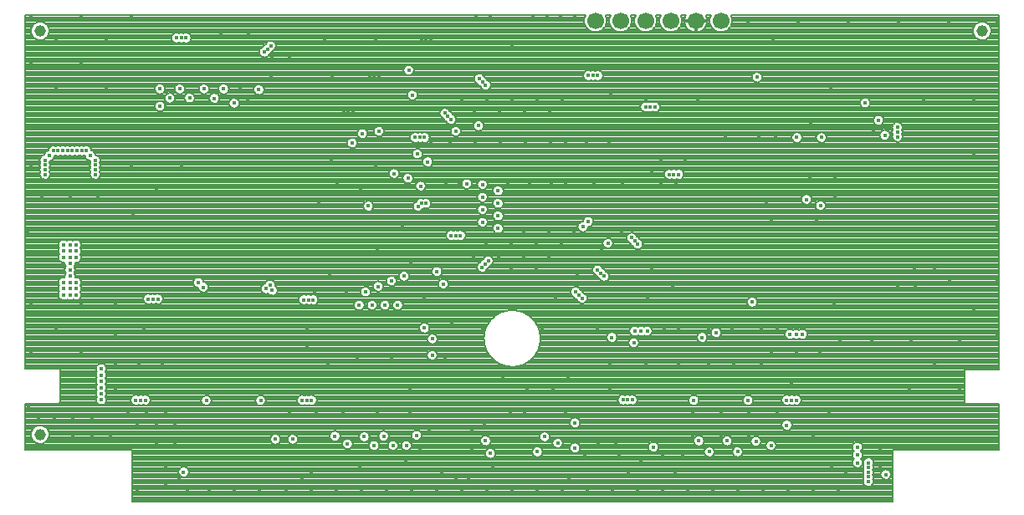
<source format=gbr>
G04 DipTrace 4.0.0.5*
G04 2 - Inner 1.gbr*
%MOIN*%
G04 #@! TF.FileFunction,Copper,L2,Inr*
G04 #@! TF.Part,Single*
%ADD22C,0.045354*%
%ADD27C,0.066929*%
G04 #@! TA.AperFunction,CopperBalancing*
%ADD15C,0.007874*%
%ADD16C,0.011811*%
G04 #@! TA.AperFunction,ViaPad*
%ADD39C,0.017717*%
%FSLAX26Y26*%
G04*
G70*
G90*
G75*
G01*
G04 Inner1_Plane*
%LPD*%
D39*
X2274950Y921825D3*
X724950Y1135299D3*
X2490900Y987774D3*
X2612451Y943701D3*
X959325Y2306201D3*
X1406201Y1571825D3*
D3*
X1996825Y1987450D3*
X2137450Y2206201D3*
X2228077Y2228075D3*
X1052992Y847587D3*
X1353076Y2371825D3*
X1788761Y1907762D3*
D3*
X1418701Y978076D3*
X1487451Y978075D3*
X1946825Y2018701D3*
X2024950Y2084325D3*
X1984327Y2115575D3*
X1253839Y2318148D3*
X1981201Y993701D3*
X1212451Y2374950D3*
X1940576Y953076D3*
X1175098Y2337451D3*
X1887450Y953076D3*
X1134325Y2374950D3*
X1849950Y990573D3*
X1076673Y2338610D3*
X1812450Y953075D3*
X1037303Y2374950D3*
X1772370Y987995D3*
X997933Y2337992D3*
X1706201Y959325D3*
X958563Y2374950D3*
X1656201Y990576D3*
X2043699Y1378075D3*
X2087450Y1596825D3*
X2012450Y1421825D3*
X2062450Y1646825D3*
X3821825Y2249950D3*
X3768890Y2318891D3*
X2256201Y971825D3*
X2543699Y962451D3*
X2743701Y1759325D3*
X2643701Y1824950D3*
X2462450Y928075D3*
X3218454Y971825D3*
X3174950Y1403076D3*
X2759325Y1384325D3*
X3259983Y928175D3*
X3118701Y1384325D3*
X3333524Y969503D3*
X3456201Y1034325D3*
X2665576Y1846825D3*
X3393701Y953076D3*
X3534325Y1934325D3*
X3590576Y1909325D3*
X2924951Y946827D3*
X3105954Y971580D3*
X3147088Y927915D3*
X3850197Y837450D3*
X3737450Y884325D3*
X3737451Y915576D3*
Y946825D3*
X2043701Y1312451D3*
X2181201Y1996825D3*
X3846825Y2190576D3*
X949950Y1409325D3*
X1931201Y1628075D3*
X1906365Y1512525D3*
X1881201Y1609325D3*
X1855184Y1512525D3*
X1828076Y1587450D3*
X1804003Y1512525D3*
X1778076Y1565576D3*
X1752822Y1512525D3*
X1112451Y1409325D3*
X1437450Y1315576D3*
X1743701Y1296825D3*
X1881201D3*
X3599951Y2540575D3*
X3499950Y2646825D3*
X3699951D3*
X3799950Y2540576D3*
X3899950Y2646825D3*
X3999950Y2540576D3*
X962451Y2534325D3*
X431201Y1809325D3*
X3949950Y1371825D3*
X1396825Y1665575D3*
X1199950Y2596825D3*
X1312451D3*
X1543701Y1343701D3*
Y1415575D3*
X1709325Y2290575D3*
X1831201Y2424950D3*
X1812450D3*
X949951Y1537450D3*
X1568701Y1534325D3*
X1112451Y1603076D3*
X599950Y1728076D3*
X2037451Y2568701D3*
X1690576Y2290575D3*
X2137451Y1790576D3*
X2387451Y2609325D3*
X2846825Y1362450D3*
X2156201Y1790576D3*
X1793701Y2424950D3*
X2231201Y2415576D3*
X2243701Y1993701D3*
X2893701Y2303076D3*
X2912451D3*
X2306201Y1968701D3*
X2243701Y1943701D3*
X2956201Y2087450D3*
X2306201Y1918701D3*
X2243701Y1893701D3*
X2306201Y1868701D3*
X2243701Y1843701D3*
X2615576Y1565575D3*
X2628075Y1553075D3*
X2306201Y1818701D3*
X1999950Y1918701D3*
X2018701D3*
X2931201Y2303076D3*
X2118701Y1790576D3*
X3099951Y2328076D3*
X1987451Y1906201D3*
X2121825Y1443701D3*
X2243701Y2403075D3*
X2899950Y1409325D3*
X3518701Y1396825D3*
X2256201Y2390576D3*
X2093701Y2278075D3*
X2106201Y2265573D3*
X2118701Y2253075D3*
X1974950Y2181201D3*
X1993701D3*
X2012451D3*
Y1546825D3*
X1824951Y1728076D3*
X2241852Y1664167D3*
X2254352Y1676667D3*
X2266852Y1689167D3*
X1925633Y1821102D3*
X2640576Y1540575D3*
X1890576Y2037450D3*
X1724951Y2159325D3*
X3456201Y903075D3*
X2362451Y878075D3*
X762453Y990576D3*
X2412451Y878075D3*
Y1053076D3*
X3668701Y1371825D3*
X799951Y953076D3*
X2462451Y878075D3*
X906202Y1003076D3*
X2840429Y1135008D3*
X2412451Y1028076D3*
X724951D3*
X2412451Y1003075D3*
X593701Y1190576D3*
X2412451Y978075D3*
X943701Y1040576D3*
X2412451Y953075D3*
X1765576Y2196825D3*
X2412451Y928075D3*
X1831201Y2206201D3*
X2412451Y903075D3*
X2893701Y2328076D3*
X599950Y1703076D3*
X2746825Y2159325D3*
X943701Y965576D3*
X599950Y1678076D3*
X443701Y2071825D3*
X906202Y1078076D3*
X599950Y1653076D3*
X443701Y2271825D3*
X599950Y1628076D3*
X981201Y1078076D3*
X599950Y1603076D3*
X443701Y2471825D3*
X599950Y1578075D3*
X981201Y1003076D3*
X599950Y1753075D3*
X443701Y2658126D3*
X2662451Y2249950D3*
X981201Y928075D3*
X2262451Y2246825D3*
X643701Y2658126D3*
X1963979Y2350714D3*
X843701Y2658126D3*
X868701Y1040576D3*
X1949950Y2449950D3*
X643701Y2471825D3*
X2703076Y1653075D3*
X643701Y2271825D3*
X831201Y1078076D3*
X3496316Y2181201D3*
X3593701D3*
X3896825Y2221825D3*
Y2203076D3*
Y2184325D3*
X3337451Y2421825D3*
X3374950Y1918701D3*
X3646825Y2024950D3*
Y1949950D3*
X3393701Y1846825D3*
X3343701Y2190576D3*
X3546825Y2024950D3*
X3631201Y2378076D3*
X3803076Y2206201D3*
X2715576Y1640576D3*
X2728076Y1628076D3*
X1396825Y1837450D3*
X1037450Y2534325D3*
X1187451D3*
X1062451Y2578075D3*
X2837451Y1781201D3*
X2849950Y1768701D3*
X1249951Y2534325D3*
X1374951Y2521825D3*
X1387451Y2534325D3*
X1399951Y2546825D3*
X1043701Y2578075D3*
X1024950D3*
X1728076Y2290575D3*
X2862451Y1756201D3*
X2796825Y1803075D3*
X1396825Y1768701D3*
X943701Y2171825D3*
X2018701Y2568701D3*
X1999950D3*
X4199951Y1712450D3*
X2749951Y1271825D3*
X1743701Y1356201D3*
X1881201D3*
X1528076Y1984325D3*
X1603076Y2059325D3*
X1649951Y1862450D3*
X1724950Y1937450D3*
X1640576Y2096825D3*
X1768701Y2124950D3*
X1818701Y2062450D3*
X1759325Y1971825D3*
X849950Y1878075D3*
X943701Y1971825D3*
X1043701Y2071825D3*
X443701Y1321825D3*
X2362451Y2246825D3*
X2462451D3*
X2096825Y1993701D3*
X2153076D3*
X443701Y1521825D3*
X543701Y1421825D3*
X643701Y1521825D3*
Y1321825D3*
X2037451Y2159325D3*
X2128076Y2299950D3*
X2049950Y2224950D3*
X2115576Y2159325D3*
X781201Y1521825D3*
Y1278075D3*
X893701Y1421825D3*
X1365251Y1075076D3*
X1254064Y1074953D3*
X1140150Y1074882D3*
X862451Y1134325D3*
X3456201D3*
X4046825Y2106201D3*
X881201Y1134325D3*
X899950D3*
X4046825Y1987450D3*
X3474950Y1134325D3*
X3493701D3*
X3781201Y865576D3*
Y846825D3*
Y828075D3*
Y809325D3*
X1681201Y859325D3*
X1756201Y865576D3*
X1862451Y778075D3*
X1762450D3*
X1662450D3*
X1562451Y846825D3*
X1462451Y778075D3*
X1524950Y821825D3*
X1843701Y884325D3*
X1962450Y778075D3*
X2062450D3*
X1937451Y896825D3*
X1356201Y778075D3*
X2612451Y1043701D3*
X3337450Y903076D3*
X3493701Y1396825D3*
X3468701D3*
X2874950Y1409325D3*
X2849950D3*
X1256201Y778075D3*
X1140660Y882220D3*
X1549950Y953075D3*
X1599950Y1021825D3*
X1699951D3*
X2274950Y2659325D3*
X2215576Y2159325D3*
X2443701Y2659325D3*
X2212451Y2287450D3*
X2718701Y1728076D3*
X2315576Y2159325D3*
X2415575D3*
X2499950Y2659325D3*
X2556201D3*
X2612451D3*
X2215576Y2390576D3*
X1018701Y965576D3*
X2515577Y2159325D3*
X2331201Y2609325D3*
X981201Y865576D3*
X3024950Y2034325D3*
X2956201Y1996825D3*
X2362451Y2546825D3*
X2081201Y846825D3*
X2162450Y2337450D3*
X1518701Y1021825D3*
X2262450Y2337450D3*
X1993701Y940576D3*
X2031201Y1009325D3*
X1474950Y1090575D3*
X1581201Y1090576D3*
X1406201Y1409325D3*
X1687451Y1090576D3*
X2106201Y921825D3*
X1156201Y778075D3*
X1562451Y1215576D3*
X2362450Y2337450D3*
X4143701Y1171825D3*
X4293701Y2009325D3*
X3471825Y1646825D3*
X3578076D3*
X1956201Y1171825D3*
X3684325Y1646825D3*
X2918701Y1656201D3*
X3087451Y1665576D3*
X3031201Y1746825D3*
X3168701D3*
X3468701Y1965576D3*
X3990576Y1818701D3*
X1262450Y1409325D3*
X2012451Y1528076D3*
X1956201Y1078076D3*
X3468701Y1881201D3*
X2199951Y940576D3*
X2462449Y2337450D3*
X1962451Y1509325D3*
X2562451Y2337450D3*
X931201Y1537450D3*
X2312451Y2287450D3*
X2412451D3*
X2512450D3*
X2199951Y1009325D3*
X2249951Y1043701D3*
X2584325Y1331201D3*
X2137451Y821825D3*
X2199951Y878075D3*
X2187451Y821825D3*
X2249951Y1096825D3*
X2362451Y778075D3*
X2462451D3*
X2574951Y1006201D3*
X2537450Y853075D3*
X3624950Y1084325D3*
X2574950Y1081201D3*
X1634325Y1631201D3*
X1628076Y1271825D3*
X1278076Y2371825D3*
X2265577Y2440576D3*
X1309325Y2328076D3*
X3024950Y1421825D3*
X2968701D3*
X3143701D3*
X3237451D3*
X3356201D3*
X3418701D3*
X2315576Y2490575D3*
X3024950Y1271824D3*
X3143701D3*
X3243701D3*
X3356201D3*
X2415576Y2490575D3*
X3896825Y1587450D3*
X3881201Y1290576D3*
X434138Y943699D3*
X434325Y1112450D3*
X687451Y1065576D3*
X593699Y1265575D3*
X687453Y990576D3*
X543701Y2171825D3*
Y2371825D3*
Y2571825D3*
X743701D3*
X2312451Y2387450D3*
X2365577Y2440576D3*
X4293701Y2646825D3*
X1824950Y1090576D3*
X4099950Y2221825D3*
X2465577Y2440576D3*
X4293701Y1821825D3*
Y1609325D3*
Y1396825D3*
X2918701Y2046825D3*
X4043701Y1271825D3*
Y1071825D3*
X4243701D3*
X4143701Y971825D3*
X3943701Y1171825D3*
X4143701Y1371825D3*
X2412451Y2387450D3*
X4043701Y1656201D3*
X2568701Y2249950D3*
X3965576Y1653076D3*
X3793701Y1371825D3*
X3493701Y1321825D3*
X3393701D3*
X2574950Y2159325D3*
X2659325D3*
X2893701Y1271825D3*
X2574950Y1993701D3*
X2799950D3*
X2343701D3*
X2431201D3*
X2518701D3*
X2693701Y1071825D3*
X2893701D3*
X2509327Y1703076D3*
X2459328Y1653076D3*
X2359328D3*
X2559324Y1753075D3*
X2409327Y1703076D3*
X2309327D3*
X2209328D3*
X2362451Y1553075D3*
X2409327Y1603076D3*
X2309327D3*
X2459324Y1753075D3*
X2359323D3*
X3043701Y2459325D3*
X2259325Y1753075D3*
X2687451Y1993701D3*
X2609324Y1799950D3*
X2509323D3*
X2409325D3*
X2093701Y1356201D3*
Y1296825D3*
X2703076Y1421825D3*
X2559323Y1843701D3*
X2459325D3*
X2481201Y1421825D3*
X2324950Y1224950D3*
X2584325D3*
X2899951Y1546825D3*
X2999951Y1581201D3*
X743701Y2371825D3*
Y2171825D3*
X843701Y2271825D3*
Y2071825D3*
X3643701Y1515576D3*
X3362451Y859325D3*
X3393701Y903076D3*
X1618701Y953076D3*
X487450Y1946825D3*
X599950D3*
X712451D3*
X781202Y1715576D3*
X3699950Y1290576D3*
X2749951Y1178075D3*
X3581201Y1190576D3*
X3012451Y846825D3*
X1293701Y884325D3*
X781201Y1390576D3*
Y1178075D3*
X724951Y953076D3*
X649951Y1028076D3*
X612451Y1065576D3*
X612453Y990576D3*
X649951Y953076D3*
X574951Y1028076D3*
X537451Y1065576D3*
X674953Y1190576D3*
X574951Y953076D3*
X674951Y1265576D3*
X474951Y1065576D3*
X593701Y1115575D3*
X674950D3*
X1087451Y1315576D3*
X1262450D3*
X2421825Y1174951D3*
X2524950D3*
X2462451Y1262450D3*
X1574950Y1565576D3*
X3174950Y2459325D3*
X3306201D3*
X3368701Y2465576D3*
X3506201D3*
X3562451Y2415576D3*
X3432196Y2415953D3*
X3412451Y2190576D3*
X4099951Y2646825D3*
X3699951Y2434324D3*
X3899950Y2434327D3*
X4099950D3*
X1406201Y2506201D3*
X1399951Y2421825D3*
X1449951Y2578076D3*
X1474951Y2503076D3*
X868701Y928075D3*
X1553076Y2578076D3*
X724950Y1159325D3*
Y1184325D3*
Y1209325D3*
Y1234325D3*
Y1259325D3*
X1143701Y1132699D3*
X1359941Y1132373D3*
X1563022Y1133930D3*
X3085707Y1133463D3*
X3302337Y1133261D3*
X3818701Y2321825D3*
X3999950Y2328077D3*
X3943701Y971825D3*
X4043701Y1471825D3*
X4199949Y2328077D3*
X4199950Y2115576D3*
X1699950Y1565576D3*
X2218701Y2659325D3*
X4293701Y2434325D3*
X1959325Y1674950D3*
X4199950Y2540576D3*
X4293701Y2221825D3*
X4199951Y1499950D3*
X2981201Y2271825D3*
X1124950Y2534325D3*
X874951Y1278075D3*
X968701D3*
X3081201Y1084325D3*
Y996825D3*
X3193701Y1084325D3*
Y996825D3*
X3306201Y1084325D3*
X3034325Y2271825D3*
X2756201Y2353076D3*
X3306201Y996825D3*
X2912451Y2459325D3*
X3049951Y2087450D3*
X843701Y1596825D3*
X924950D3*
X3006201Y2034325D3*
X2987451D3*
X3212451Y2190576D3*
X3015576Y1996825D3*
X3146825Y1528075D3*
X3259325D3*
X3574950Y1846827D3*
X3596825Y1981201D3*
X981201Y803075D3*
X1018701Y1040576D3*
X1253076Y971825D3*
X1140276Y976021D3*
X1365576Y971825D3*
X868701Y778075D3*
Y853076D3*
X912451Y1537450D3*
X1640576Y1471825D3*
X2243701Y1421825D3*
X2362451Y1499950D3*
X2665576Y2428076D3*
X2684325D3*
X2703076D3*
X2262451Y778075D3*
X2562451D3*
X2662451D3*
X2762451D3*
X2862451D3*
X2962451D3*
X3062451D3*
X3162451D3*
X3262451D3*
X3362451D3*
X3462451D3*
X3562451D3*
X3662451D3*
X3899951Y1506201D3*
X2162451Y778075D3*
X3968701Y1584325D3*
X4106201Y1609325D3*
X4199951Y1287450D3*
X3549951Y2243701D3*
X1506201Y1665576D3*
X1590576Y1921825D3*
X1665576Y1996825D3*
X2346825Y921825D3*
X2284325Y862450D3*
X2587451Y824950D3*
X2774951Y962450D3*
X2706201D3*
X2653076Y909325D3*
X2687450Y856199D3*
X2831201Y953075D3*
X2743701Y859325D3*
X2874951Y893701D3*
X2884325Y953075D3*
X2912451Y859325D3*
X2787451Y909325D3*
X2962450D3*
X3040576D3*
X1699951Y2031201D3*
X3562451Y993701D3*
X3474950Y1203075D3*
X3587451Y1321825D3*
X3418701Y1084325D3*
X3571825Y906201D3*
X1615576Y2568701D3*
X3690576Y846825D3*
X3781201Y884325D3*
X2590576D3*
X1818701Y2568701D3*
X1643701Y2424950D3*
X2412451Y1078076D3*
X2387451Y878076D3*
X2437451D3*
X1990576Y1478076D3*
X1553076Y1712450D3*
X1474950Y1534325D3*
X2181201Y1553076D3*
X1459257Y1426955D3*
X2112451Y1621825D3*
X1062451Y1424950D3*
X1131201Y1584325D3*
X1396825Y1593701D3*
X1381201Y1578075D3*
X1549950Y1534325D3*
X1531201D3*
X2534325Y1540576D3*
X2621825Y1631201D3*
X3299951Y2646825D3*
X574950Y1753075D3*
X624950D3*
X574950Y1728076D3*
X624950D3*
Y1703076D3*
X574950D3*
Y1603076D3*
X624950D3*
Y1578075D3*
X574950D3*
Y1553075D3*
X599950D3*
X624950D3*
X3399951Y2574950D3*
X3018701Y2415575D3*
X3149950D3*
X3281201D3*
X2887451D3*
X3362451Y1534325D3*
X2356201Y1078076D3*
X499951Y2090576D3*
Y2071825D3*
Y2053076D3*
Y2034325D3*
X699951Y2090576D3*
Y2071825D3*
Y2053076D3*
Y2034325D3*
X571825Y2128076D3*
X590576D3*
X609325D3*
X628076D3*
X553076D3*
X646825D3*
X665576D3*
X534325D3*
X518701Y2109325D3*
X681201D3*
X3828076Y934325D3*
Y865576D3*
X1544272Y1133930D3*
X2822042Y1134845D3*
X2803293D3*
X1525522Y1133930D3*
X3187451Y853075D3*
X3265576Y859325D3*
X2824951Y843701D3*
X3634325Y865576D3*
X3740576Y853076D3*
Y790576D3*
X3690576Y921825D3*
X1034325Y824950D3*
X1068701Y778075D3*
X1562451D3*
X3318701Y1524950D3*
X3868701Y737450D3*
X423429Y2660146D2*
D15*
X2649478D1*
X2737928D2*
X2749479D1*
X2837922D2*
X2849473D1*
X2937924D2*
X2949475D1*
X3037925D2*
X3049476D1*
X3137927D2*
X3149478D1*
X3237928D2*
X4301476D1*
X423429Y2652403D2*
X2647825D1*
X2739574D2*
X2747826D1*
X2839575D2*
X2847828D1*
X2939577D2*
X2947822D1*
X3039578D2*
X3047823D1*
X3139580D2*
X3147825D1*
X3239574D2*
X4301476D1*
X423429Y2644660D2*
X2647532D1*
X2739866D2*
X2747534D1*
X2839868D2*
X2847536D1*
X2939869D2*
X2947529D1*
X3039871D2*
X3047531D1*
X3139872D2*
X3147532D1*
X3239866D2*
X4301476D1*
X423429Y2636917D2*
X460125D1*
X502277D2*
X2648571D1*
X2738828D2*
X2748572D1*
X2838830D2*
X2848574D1*
X2938831D2*
X2948575D1*
X3038825D2*
X3048577D1*
X3138826D2*
X3148571D1*
X3238828D2*
X4213254D1*
X4255399D2*
X4301476D1*
X423429Y2629175D2*
X451651D1*
X510751D2*
X2651047D1*
X2736352D2*
X2751048D1*
X2836354D2*
X2851050D1*
X2936355D2*
X2951051D1*
X3036349D2*
X3051053D1*
X3136350D2*
X3151047D1*
X3236352D2*
X4204773D1*
X4263873D2*
X4301476D1*
X423429Y2621432D2*
X446899D1*
X515503D2*
X2655237D1*
X2732161D2*
X2755239D1*
X2832163D2*
X2855240D1*
X2932164D2*
X2955242D1*
X3032166D2*
X3055236D1*
X3132160D2*
X3155237D1*
X3232161D2*
X4200028D1*
X4268625D2*
X4301476D1*
X423429Y2613689D2*
X444377D1*
X518033D2*
X2661827D1*
X2725571D2*
X2761829D1*
X2825573D2*
X2861830D1*
X2925574D2*
X2961832D1*
X3025568D2*
X3061833D1*
X3125570D2*
X3161827D1*
X3225571D2*
X4197499D1*
X4271154D2*
X4301476D1*
X423429Y2605946D2*
X443608D1*
X518802D2*
X2673085D1*
X2714314D2*
X2773086D1*
X2814315D2*
X2873088D1*
X2914317D2*
X2973089D1*
X3014311D2*
X3073091D1*
X3114312D2*
X3173085D1*
X3214314D2*
X4196730D1*
X4271923D2*
X4301476D1*
X423429Y2598203D2*
X444484D1*
X517925D2*
X1018818D1*
X1031082D2*
X1037565D1*
X1049836D2*
X1056320D1*
X1068583D2*
X4197606D1*
X4271047D2*
X4301476D1*
X423429Y2590461D2*
X447137D1*
X515264D2*
X1007423D1*
X1079979D2*
X4200259D1*
X4268386D2*
X4301476D1*
X423429Y2582718D2*
X452066D1*
X510335D2*
X1003862D1*
X1083539D2*
X4205188D1*
X4263457D2*
X4301476D1*
X423429Y2574975D2*
X460924D1*
X501485D2*
X1003570D1*
X1083831D2*
X4214046D1*
X4254607D2*
X4301476D1*
X423429Y2567232D2*
X1006385D1*
X1081017D2*
X1395003D1*
X1404897D2*
X4301476D1*
X423429Y2559490D2*
X1014766D1*
X1072635D2*
X1382630D1*
X1417270D2*
X4301476D1*
X423429Y2551747D2*
X1375248D1*
X1420976D2*
X4301476D1*
X423429Y2544004D2*
X1368220D1*
X1421376D2*
X4301476D1*
X423429Y2536261D2*
X1359154D1*
X1418685D2*
X4301476D1*
X423429Y2528518D2*
X1354441D1*
X1410672D2*
X4301476D1*
X423429Y2520776D2*
X1353364D1*
X1404052D2*
X4301476D1*
X423429Y2513033D2*
X1355287D1*
X1394617D2*
X4301476D1*
X423429Y2505290D2*
X1361500D1*
X1388404D2*
X4301476D1*
X423429Y2497547D2*
X4301476D1*
X423429Y2489804D2*
X4301476D1*
X423429Y2482062D2*
X4301476D1*
X423429Y2474319D2*
X4301476D1*
X423429Y2466576D2*
X1936618D1*
X1963284D2*
X4301476D1*
X423429Y2458833D2*
X1930328D1*
X1969574D2*
X4301476D1*
X423429Y2451091D2*
X1928367D1*
X1971534D2*
X4301476D1*
X423429Y2443348D2*
X1929413D1*
X1970489D2*
X2650631D1*
X2718028D2*
X4301476D1*
X423429Y2435605D2*
X1934065D1*
X1965836D2*
X2224704D1*
X2237698D2*
X2645372D1*
X2723280D2*
X3321045D1*
X3353855D2*
X4301476D1*
X423429Y2427862D2*
X2213600D1*
X2248801D2*
X2643965D1*
X2724687D2*
X3316732D1*
X3358169D2*
X4301476D1*
X423429Y2420119D2*
X2210086D1*
X2256460D2*
X2645541D1*
X2723111D2*
X3315909D1*
X3358999D2*
X4301476D1*
X423429Y2412377D2*
X2209833D1*
X2263119D2*
X2651100D1*
X2717551D2*
X3318100D1*
X3356800D2*
X4301476D1*
X423429Y2404634D2*
X2212693D1*
X2272354D2*
X3324905D1*
X3349995D2*
X4301476D1*
X423429Y2396891D2*
X2221213D1*
X2276837D2*
X4301476D1*
X423429Y2389148D2*
X942539D1*
X974587D2*
X1021279D1*
X1053327D2*
X1118305D1*
X1150353D2*
X1196430D1*
X1228478D2*
X1340730D1*
X1365427D2*
X2227426D1*
X2277767D2*
X4301476D1*
X423429Y2381406D2*
X937971D1*
X979155D2*
X1016712D1*
X1057895D2*
X1113737D1*
X1154913D2*
X1191862D1*
X1233038D2*
X1333794D1*
X1372356D2*
X2236715D1*
X2275684D2*
X4301476D1*
X423429Y2373663D2*
X936987D1*
X980139D2*
X1015727D1*
X1058879D2*
X1112753D1*
X1155897D2*
X1190878D1*
X1234022D2*
X1331541D1*
X1374609D2*
X2243259D1*
X2269140D2*
X4301476D1*
X423429Y2365920D2*
X939009D1*
X978117D2*
X1017750D1*
X1056857D2*
X1114768D1*
X1153882D2*
X1192900D1*
X1232007D2*
X1332318D1*
X1373832D2*
X1948960D1*
X1979001D2*
X4301476D1*
X423429Y2358177D2*
X945430D1*
X971696D2*
X992013D1*
X1003853D2*
X1024170D1*
X1050436D2*
X1068754D1*
X1084593D2*
X1121188D1*
X1147462D2*
X1172262D1*
X1177935D2*
X1199321D1*
X1225587D2*
X1336555D1*
X1369595D2*
X1943746D1*
X1984207D2*
X4301476D1*
X423429Y2350434D2*
X980440D1*
X1015426D2*
X1058742D1*
X1094604D2*
X1158029D1*
X1192168D2*
X1942370D1*
X1985591D2*
X4301476D1*
X423429Y2342692D2*
X976857D1*
X1019009D2*
X1055466D1*
X1097880D2*
X1154153D1*
X1196044D2*
X1943969D1*
X1983984D2*
X4301476D1*
X423429Y2334949D2*
X976542D1*
X1019324D2*
X1055382D1*
X1097965D2*
X1153638D1*
X1196559D2*
X1240744D1*
X1266933D2*
X1949582D1*
X1978378D2*
X3754839D1*
X3782942D2*
X4301476D1*
X423429Y2327206D2*
X979333D1*
X1016533D2*
X1058458D1*
X1094889D2*
X1156175D1*
X1194021D2*
X1234300D1*
X1273377D2*
X3749010D1*
X3788771D2*
X4301476D1*
X423429Y2319463D2*
X942477D1*
X976171D2*
X987638D1*
X1008229D2*
X1067693D1*
X1085654D2*
X1163811D1*
X1186386D2*
X1232263D1*
X1275414D2*
X2880062D1*
X2944844D2*
X3747280D1*
X3790494D2*
X4301476D1*
X423429Y2311720D2*
X938456D1*
X980193D2*
X1233239D1*
X1274438D2*
X2873964D1*
X2950934D2*
X3748549D1*
X3789232D2*
X4301476D1*
X423429Y2303978D2*
X937833D1*
X980823D2*
X1237791D1*
X1269886D2*
X2872103D1*
X2952795D2*
X3753563D1*
X3784211D2*
X4301476D1*
X423429Y2296235D2*
X940247D1*
X978401D2*
X2082718D1*
X2104685D2*
X2873241D1*
X2951657D2*
X4301476D1*
X423429Y2288492D2*
X947576D1*
X971073D2*
X2074882D1*
X2112521D2*
X2878047D1*
X2946859D2*
X4301476D1*
X423429Y2280749D2*
X2072260D1*
X2121248D2*
X4301476D1*
X423429Y2273007D2*
X2072714D1*
X2126446D2*
X4301476D1*
X423429Y2265264D2*
X2076489D1*
X2136373D2*
X3806920D1*
X3836730D2*
X4301476D1*
X423429Y2257521D2*
X2086209D1*
X2139834D2*
X3801637D1*
X3842013D2*
X4301476D1*
X423429Y2249778D2*
X2091838D1*
X2140049D2*
X3800215D1*
X3843436D2*
X4301476D1*
X423429Y2242035D2*
X2100250D1*
X2137150D2*
X2211832D1*
X2244318D2*
X3801775D1*
X3841875D2*
X3891004D1*
X3902644D2*
X4301476D1*
X423429Y2234293D2*
X2108916D1*
X2128484D2*
X2207410D1*
X2248740D2*
X3807304D1*
X3836346D2*
X3879355D1*
X3914294D2*
X4301476D1*
X423429Y2226550D2*
X1825982D1*
X1836423D2*
X2132230D1*
X2142671D2*
X2206518D1*
X2249639D2*
X3875756D1*
X3917900D2*
X4301476D1*
X423429Y2218807D2*
X1813833D1*
X1848564D2*
X2120081D1*
X2154813D2*
X2208641D1*
X2247517D2*
X3875433D1*
X3918223D2*
X4301476D1*
X423429Y2211064D2*
X1749587D1*
X1781566D2*
X1810165D1*
X1852240D2*
X2116413D1*
X2158488D2*
X2215277D1*
X2240881D2*
X3842299D1*
X3851356D2*
X3876802D1*
X3916847D2*
X4301476D1*
X423429Y2203322D2*
X1745004D1*
X1786149D2*
X1809788D1*
X1852617D2*
X2116036D1*
X2158865D2*
X3829565D1*
X3864082D2*
X3875210D1*
X3918439D2*
X4301476D1*
X423429Y2195579D2*
X1743997D1*
X1787156D2*
X1812502D1*
X1849902D2*
X1959094D1*
X2028306D2*
X2118751D1*
X2156151D2*
X3480463D1*
X3512173D2*
X3577843D1*
X3609553D2*
X3825820D1*
X3867826D2*
X3876609D1*
X3917047D2*
X4301476D1*
X423429Y2187836D2*
X1746004D1*
X1785149D2*
X1820592D1*
X1841813D2*
X1954419D1*
X2032981D2*
X2126840D1*
X2148061D2*
X3475788D1*
X3516848D2*
X3573175D1*
X3614228D2*
X3825390D1*
X3868257D2*
X3875510D1*
X3918139D2*
X4301476D1*
X423429Y2180093D2*
X1722597D1*
X1727309D2*
X1752386D1*
X1778767D2*
X1953366D1*
X2034034D2*
X3474735D1*
X3517902D2*
X3572114D1*
X3615289D2*
X3828043D1*
X3865612D2*
X3875648D1*
X3918008D2*
X4301476D1*
X423429Y2172350D2*
X1707910D1*
X1741988D2*
X1955311D1*
X2032089D2*
X3476672D1*
X3515956D2*
X3574060D1*
X3613344D2*
X3835963D1*
X3857692D2*
X3879001D1*
X3914655D2*
X4301476D1*
X423429Y2164608D2*
X1704019D1*
X1745887D2*
X1961578D1*
X2025822D2*
X3482939D1*
X3509689D2*
X3580326D1*
X3607077D2*
X3889335D1*
X3904321D2*
X4301476D1*
X423429Y2156865D2*
X1703481D1*
X1746417D2*
X4301476D1*
X423429Y2149122D2*
X1706011D1*
X1743895D2*
X4301476D1*
X423429Y2141379D2*
X517511D1*
X682387D2*
X1713593D1*
X1736306D2*
X4301476D1*
X423429Y2133636D2*
X513467D1*
X686432D2*
X1973166D1*
X1995487D2*
X4301476D1*
X423429Y2125894D2*
X505293D1*
X694606D2*
X1965446D1*
X2003207D2*
X4301476D1*
X423429Y2118151D2*
X499049D1*
X700850D2*
X1962870D1*
X2005783D2*
X4301476D1*
X423429Y2110408D2*
X492805D1*
X707101D2*
X1963362D1*
X2005291D2*
X4301476D1*
X423429Y2102665D2*
X482209D1*
X539225D2*
X660681D1*
X717697D2*
X1967199D1*
X2001454D2*
X2014297D1*
X2035603D2*
X4301476D1*
X423429Y2094923D2*
X478795D1*
X534534D2*
X665372D1*
X721104D2*
X1980848D1*
X1987805D2*
X2006231D1*
X2043669D2*
X4301476D1*
X423429Y2087180D2*
X478618D1*
X521285D2*
X678613D1*
X721288D2*
X2003532D1*
X2046368D2*
X4301476D1*
X423429Y2079437D2*
X479779D1*
X520124D2*
X679774D1*
X720127D2*
X2003916D1*
X2045984D2*
X4301476D1*
X423429Y2071694D2*
X478341D1*
X521562D2*
X678336D1*
X721565D2*
X2007607D1*
X2042301D2*
X4301476D1*
X423429Y2063951D2*
X479887D1*
X520016D2*
X679882D1*
X720020D2*
X2019841D1*
X2030059D2*
X4301476D1*
X423429Y2056209D2*
X478572D1*
X521331D2*
X678575D1*
X721327D2*
X1880739D1*
X1900414D2*
X4301476D1*
X423429Y2048466D2*
X478856D1*
X521047D2*
X678852D1*
X721050D2*
X1872111D1*
X1909042D2*
X2971374D1*
X3041032D2*
X4301476D1*
X423429Y2040723D2*
X479341D1*
X520562D2*
X679344D1*
X720558D2*
X1869220D1*
X1911933D2*
X2966845D1*
X3045561D2*
X4301476D1*
X423429Y2032980D2*
X478380D1*
X521524D2*
X678383D1*
X721519D2*
X1869451D1*
X1911703D2*
X1930874D1*
X1962776D2*
X2965884D1*
X3046522D2*
X4301476D1*
X423429Y2025238D2*
X480425D1*
X519478D2*
X680428D1*
X719481D2*
X1872918D1*
X1908235D2*
X1926260D1*
X1967390D2*
X2967922D1*
X3044477D2*
X4301476D1*
X423429Y2017495D2*
X486899D1*
X513004D2*
X686895D1*
X713007D2*
X1883830D1*
X1897323D2*
X1925245D1*
X1968405D2*
X2177860D1*
X2184548D2*
X2974396D1*
X3038002D2*
X4301476D1*
X423429Y2009752D2*
X1927229D1*
X1966421D2*
X2164080D1*
X2198320D2*
X2229641D1*
X2257759D2*
X4301476D1*
X423429Y2002009D2*
X1933581D1*
X1960069D2*
X1981148D1*
X2012504D2*
X2160243D1*
X2202157D2*
X2223812D1*
X2263588D2*
X4301476D1*
X423429Y1994266D2*
X1976357D1*
X2017294D2*
X2159743D1*
X2202657D2*
X2222097D1*
X2265311D2*
X4301476D1*
X423429Y1986524D2*
X1975235D1*
X2018417D2*
X2162312D1*
X2200088D2*
X2223366D1*
X2264042D2*
X2294640D1*
X2317760D2*
X4301476D1*
X423429Y1978781D2*
X1977103D1*
X2016549D2*
X2170016D1*
X2192391D2*
X2228380D1*
X2259021D2*
X2287189D1*
X2325211D2*
X4301476D1*
X423429Y1971038D2*
X1983216D1*
X2010435D2*
X2284720D1*
X2327680D2*
X4301476D1*
X423429Y1963295D2*
X2235854D1*
X2251546D2*
X2285297D1*
X2327103D2*
X4301476D1*
X423429Y1955552D2*
X2225788D1*
X2261612D2*
X2289265D1*
X2323143D2*
X4301476D1*
X423429Y1947810D2*
X2222497D1*
X2264903D2*
X3517665D1*
X3550982D2*
X4301476D1*
X423429Y1940067D2*
X2222405D1*
X2264995D2*
X3513520D1*
X3555134D2*
X4301476D1*
X423429Y1932324D2*
X1983408D1*
X2035242D2*
X2225465D1*
X2261935D2*
X2289657D1*
X2322743D2*
X3512805D1*
X3555842D2*
X4301476D1*
X423429Y1924581D2*
X1775693D1*
X1801835D2*
X1976872D1*
X2039471D2*
X2234654D1*
X2252746D2*
X2285435D1*
X2326965D2*
X3515135D1*
X3553519D2*
X3575613D1*
X3605539D2*
X4301476D1*
X423429Y1916839D2*
X1769226D1*
X1808295D2*
X1968760D1*
X2040232D2*
X2284666D1*
X2327734D2*
X3522225D1*
X3546422D2*
X3570361D1*
X3610791D2*
X4301476D1*
X423429Y1909096D2*
X1767188D1*
X1810332D2*
X1966038D1*
X2037971D2*
X2228887D1*
X2258513D2*
X2286935D1*
X2325465D2*
X3568961D1*
X3612190D2*
X4301476D1*
X423429Y1901353D2*
X1768157D1*
X1809363D2*
X1966407D1*
X2031012D2*
X2223543D1*
X2263857D2*
X2293886D1*
X2318514D2*
X3570545D1*
X3610606D2*
X4301476D1*
X423429Y1893610D2*
X1772694D1*
X1804827D2*
X1970075D1*
X2004830D2*
X2222090D1*
X2265318D2*
X3576120D1*
X3605031D2*
X4301476D1*
X423429Y1885867D2*
X1982155D1*
X1992742D2*
X2223612D1*
X2263788D2*
X2293625D1*
X2318783D2*
X4301476D1*
X423429Y1878125D2*
X2229087D1*
X2258313D2*
X2286843D1*
X2325557D2*
X4301476D1*
X423429Y1870382D2*
X2284651D1*
X2327749D2*
X4301476D1*
X423429Y1862639D2*
X2234247D1*
X2253153D2*
X2285489D1*
X2326911D2*
X2651239D1*
X2679919D2*
X4301476D1*
X423429Y1854896D2*
X2225350D1*
X2262050D2*
X2289818D1*
X2322582D2*
X2645587D1*
X2685563D2*
X4301476D1*
X423429Y1847154D2*
X2222374D1*
X2265026D2*
X2643965D1*
X2687186D2*
X4301476D1*
X423429Y1839411D2*
X2222536D1*
X2264865D2*
X2303213D1*
X2309194D2*
X2627924D1*
X2685824D2*
X4301476D1*
X423429Y1831668D2*
X2225911D1*
X2261489D2*
X2289119D1*
X2323289D2*
X2623203D1*
X2680649D2*
X4301476D1*
X423429Y1823925D2*
X2236377D1*
X2251023D2*
X2285251D1*
X2327149D2*
X2622111D1*
X2665286D2*
X4301476D1*
X423429Y1816182D2*
X2284736D1*
X2327664D2*
X2624026D1*
X2663379D2*
X4301476D1*
X423429Y1808440D2*
X2107209D1*
X2167693D2*
X2287289D1*
X2325111D2*
X2630216D1*
X2657181D2*
X4301476D1*
X423429Y1800697D2*
X2099712D1*
X2175190D2*
X2294947D1*
X2317460D2*
X2829342D1*
X2845565D2*
X4301476D1*
X423429Y1792954D2*
X2097220D1*
X2177681D2*
X2819469D1*
X2855431D2*
X4301476D1*
X423429Y1785211D2*
X2097789D1*
X2177112D2*
X2816224D1*
X2863436D2*
X4301476D1*
X423429Y1777469D2*
X2101726D1*
X2173175D2*
X2732686D1*
X2754714D2*
X2816178D1*
X2869626D2*
X4301476D1*
X423429Y1769726D2*
X561656D1*
X638250D2*
X2724873D1*
X2762535D2*
X2819284D1*
X2879076D2*
X4301476D1*
X423429Y1761983D2*
X555336D1*
X644563D2*
X2722259D1*
X2765141D2*
X2828635D1*
X2883244D2*
X4301476D1*
X423429Y1754240D2*
X553367D1*
X646531D2*
X2722720D1*
X2764688D2*
X2834171D1*
X2883974D2*
X4301476D1*
X423429Y1746497D2*
X554405D1*
X645501D2*
X2726503D1*
X2760897D2*
X2843237D1*
X2881668D2*
X4301476D1*
X423429Y1738755D2*
X556282D1*
X643617D2*
X2739660D1*
X2747740D2*
X2850288D1*
X2874616D2*
X4301476D1*
X423429Y1731012D2*
X553544D1*
X646354D2*
X4301476D1*
X423429Y1723269D2*
X553898D1*
X646001D2*
X4301476D1*
X423429Y1715526D2*
X557466D1*
X642433D2*
X4301476D1*
X423429Y1707783D2*
X553875D1*
X646024D2*
X2256731D1*
X2276975D2*
X4301476D1*
X423429Y1700041D2*
X553559D1*
X646339D2*
X2248303D1*
X2285403D2*
X4301476D1*
X423429Y1692298D2*
X556343D1*
X643555D2*
X2239798D1*
X2288233D2*
X4301476D1*
X423429Y1684555D2*
X564640D1*
X635266D2*
X2234293D1*
X2287948D2*
X4301476D1*
X423429Y1676812D2*
X578373D1*
X621525D2*
X2224519D1*
X2284403D2*
X4301476D1*
X423429Y1669070D2*
X580380D1*
X619518D2*
X2220821D1*
X2274530D2*
X2688948D1*
X2717205D2*
X4301476D1*
X423429Y1661327D2*
X580042D1*
X619857D2*
X2046716D1*
X2078187D2*
X2220429D1*
X2269224D2*
X2683165D1*
X2722988D2*
X4301476D1*
X423429Y1653584D2*
X578343D1*
X621556D2*
X2041964D1*
X2082939D2*
X2223128D1*
X2260574D2*
X2681466D1*
X2732630D2*
X4301476D1*
X423429Y1645841D2*
X579634D1*
X620264D2*
X1919547D1*
X1942853D2*
X2040856D1*
X2084039D2*
X2231171D1*
X2252538D2*
X2682758D1*
X2739735D2*
X4301476D1*
X423429Y1638098D2*
X580903D1*
X618995D2*
X1912158D1*
X1950242D2*
X2042756D1*
X2082147D2*
X2687818D1*
X2747117D2*
X4301476D1*
X423429Y1630356D2*
X578458D1*
X621441D2*
X1909713D1*
X1952687D2*
X2048915D1*
X2075988D2*
X2696645D1*
X2749562D2*
X4301476D1*
X423429Y1622613D2*
X566947D1*
X632952D2*
X1104448D1*
X1120456D2*
X1864375D1*
X1898023D2*
X1910312D1*
X1952088D2*
X2704250D1*
X2748963D2*
X4301476D1*
X423429Y1614870D2*
X556997D1*
X642902D2*
X1094498D1*
X1130406D2*
X1860338D1*
X1902060D2*
X1914311D1*
X1948097D2*
X2076266D1*
X2098634D2*
X2711186D1*
X2744972D2*
X4301476D1*
X423429Y1607127D2*
X553736D1*
X646170D2*
X1091238D1*
X1133667D2*
X1380116D1*
X1413533D2*
X1820469D1*
X1835685D2*
X1859700D1*
X1902698D2*
X2068562D1*
X2106338D2*
X4301476D1*
X423429Y1599385D2*
X553667D1*
X646231D2*
X1091169D1*
X1146377D2*
X1376002D1*
X1417647D2*
X1810219D1*
X1845935D2*
X1862115D1*
X1900291D2*
X2065993D1*
X2108907D2*
X4301476D1*
X423429Y1591642D2*
X556758D1*
X643148D2*
X1094260D1*
X1151491D2*
X1364614D1*
X1418339D2*
X1806889D1*
X1849264D2*
X1869412D1*
X1892986D2*
X2066493D1*
X2108407D2*
X4301476D1*
X423429Y1583899D2*
X554167D1*
X645732D2*
X1103541D1*
X1152814D2*
X1360415D1*
X1423960D2*
X1767388D1*
X1788763D2*
X1806766D1*
X1849387D2*
X2070330D1*
X2104570D2*
X2604887D1*
X2626262D2*
X4301476D1*
X423429Y1576156D2*
X553421D1*
X646477D2*
X1111254D1*
X1151145D2*
X1359677D1*
X1427358D2*
X1759353D1*
X1796807D2*
X1809788D1*
X1846365D2*
X2084110D1*
X2090790D2*
X2596851D1*
X2634305D2*
X4301476D1*
X423429Y1568413D2*
X555713D1*
X644186D2*
X1116975D1*
X1145424D2*
X1361961D1*
X1427535D2*
X1756654D1*
X1799498D2*
X1818838D1*
X1837307D2*
X2594160D1*
X2642948D2*
X4301476D1*
X423429Y1560671D2*
X554767D1*
X645132D2*
X1368974D1*
X1424575D2*
X1757046D1*
X1799106D2*
X2594544D1*
X2648254D2*
X4301476D1*
X423429Y1552928D2*
X553336D1*
X646562D2*
X897732D1*
X964675D2*
X1396656D1*
X1415740D2*
X1521048D1*
X1578856D2*
X1760744D1*
X1795407D2*
X2598243D1*
X2658135D2*
X4301476D1*
X423429Y1545185D2*
X554890D1*
X645009D2*
X892327D1*
X970073D2*
X1512644D1*
X1587261D2*
X1773048D1*
X1783104D2*
X2608016D1*
X2661672D2*
X3312987D1*
X3324419D2*
X4301476D1*
X423429Y1537442D2*
X560403D1*
X639495D2*
X890835D1*
X971565D2*
X1509822D1*
X1590083D2*
X2613530D1*
X2661956D2*
X3301253D1*
X3336154D2*
X4301476D1*
X423429Y1529699D2*
X892334D1*
X970073D2*
X1510106D1*
X1589798D2*
X1740252D1*
X1765387D2*
X1791433D1*
X1816568D2*
X1842614D1*
X1867750D2*
X1893795D1*
X1918931D2*
X2622026D1*
X2659127D2*
X3297639D1*
X3339768D2*
X4301476D1*
X423429Y1521957D2*
X897748D1*
X964660D2*
X1513659D1*
X1586246D2*
X1733462D1*
X1772177D2*
X1784643D1*
X1823358D2*
X1835824D1*
X1874539D2*
X1887006D1*
X1925721D2*
X2630454D1*
X2650699D2*
X3297300D1*
X3340098D2*
X4301476D1*
X423429Y1514214D2*
X1525001D1*
X1537402D2*
X1543755D1*
X1556149D2*
X1562502D1*
X1574896D2*
X1731278D1*
X1774369D2*
X1782460D1*
X1825550D2*
X1833641D1*
X1876731D2*
X1884822D1*
X1927912D2*
X3300068D1*
X3337338D2*
X4301476D1*
X423429Y1506471D2*
X1732109D1*
X1773538D2*
X1783290D1*
X1824719D2*
X1834471D1*
X1875900D2*
X1885652D1*
X1927082D2*
X3308304D1*
X3329095D2*
X4301476D1*
X423429Y1498728D2*
X1736430D1*
X1769209D2*
X1787611D1*
X1820390D2*
X1838793D1*
X1871571D2*
X1889974D1*
X1922752D2*
X4301476D1*
X423429Y1490986D2*
X2342430D1*
X2381983D2*
X4301476D1*
X423429Y1483243D2*
X2316478D1*
X2407927D2*
X4301476D1*
X423429Y1475500D2*
X2301768D1*
X2422645D2*
X4301476D1*
X423429Y1467757D2*
X2290872D1*
X2433541D2*
X4301476D1*
X423429Y1460014D2*
X2282198D1*
X2442214D2*
X4301476D1*
X423429Y1452272D2*
X2275070D1*
X2449335D2*
X4301476D1*
X423429Y1444529D2*
X2269141D1*
X2455263D2*
X4301476D1*
X423429Y1436786D2*
X1997173D1*
X2027729D2*
X2264189D1*
X2460223D2*
X4301476D1*
X423429Y1429043D2*
X1992128D1*
X2032773D2*
X2260060D1*
X2464352D2*
X2842460D1*
X2857446D2*
X2867459D1*
X2882444D2*
X2892457D1*
X2907443D2*
X4301476D1*
X423429Y1421301D2*
X1990844D1*
X2034057D2*
X2256669D1*
X2467743D2*
X2832126D1*
X2917777D2*
X3164080D1*
X3185817D2*
X4301476D1*
X423429Y1413558D2*
X1992544D1*
X2032350D2*
X2253939D1*
X2470473D2*
X2828773D1*
X2921130D2*
X3156168D1*
X3193737D2*
X3455511D1*
X3531889D2*
X4301476D1*
X423429Y1405815D2*
X1998341D1*
X2026560D2*
X2251817D1*
X2472588D2*
X2828635D1*
X2921268D2*
X3153515D1*
X3196382D2*
X3449129D1*
X3538271D2*
X4301476D1*
X423429Y1398072D2*
X2037096D1*
X2050305D2*
X2250279D1*
X2474133D2*
X2742890D1*
X2775760D2*
X2831641D1*
X2918262D2*
X3102265D1*
X3135135D2*
X3153945D1*
X3195951D2*
X3447122D1*
X3540278D2*
X4301476D1*
X423429Y1390329D2*
X2026070D1*
X2061324D2*
X2249295D1*
X2475118D2*
X2738599D1*
X2780059D2*
X2840623D1*
X2859276D2*
X2865621D1*
X2884274D2*
X2890627D1*
X2909273D2*
X3097974D1*
X3139434D2*
X3157690D1*
X3192207D2*
X3448129D1*
X3539279D2*
X4301476D1*
X423429Y1382587D2*
X2022579D1*
X2064815D2*
X2248849D1*
X2475564D2*
X2737784D1*
X2780866D2*
X2840723D1*
X2852932D2*
X3097159D1*
X3140241D2*
X3170432D1*
X3179473D2*
X3452712D1*
X3534688D2*
X4301476D1*
X423429Y1374844D2*
X2022340D1*
X2065061D2*
X2248933D1*
X2475471D2*
X2739998D1*
X2778659D2*
X2829304D1*
X2864351D2*
X3099373D1*
X3138034D2*
X4301476D1*
X423429Y1367101D2*
X2025208D1*
X2062186D2*
X2249564D1*
X2474849D2*
X2746827D1*
X2771823D2*
X2825736D1*
X2867911D2*
X3106209D1*
X3131198D2*
X4301476D1*
X423429Y1359358D2*
X2033774D1*
X2053619D2*
X2250725D1*
X2473680D2*
X2825444D1*
X2868211D2*
X4301476D1*
X423429Y1351615D2*
X2252455D1*
X2471957D2*
X2828250D1*
X2865397D2*
X4301476D1*
X423429Y1343873D2*
X2254770D1*
X2469635D2*
X2836624D1*
X2857030D2*
X4301476D1*
X423429Y1336130D2*
X2257715D1*
X2466690D2*
X4301476D1*
X423429Y1328387D2*
X2029507D1*
X2057895D2*
X2261344D1*
X2463068D2*
X4301476D1*
X423429Y1320644D2*
X2023763D1*
X2063639D2*
X2265735D1*
X2458678D2*
X4301476D1*
X423429Y1312902D2*
X2022094D1*
X2065307D2*
X2270995D1*
X2453418D2*
X4301476D1*
X423429Y1305159D2*
X2023401D1*
X2064000D2*
X2277292D1*
X2447120D2*
X4301476D1*
X423429Y1297416D2*
X2028499D1*
X2058902D2*
X2284874D1*
X2439531D2*
X4301476D1*
X423429Y1289673D2*
X2294194D1*
X2430219D2*
X4301476D1*
X423429Y1281930D2*
X2306089D1*
X2418316D2*
X4301476D1*
X423429Y1274188D2*
X709571D1*
X740327D2*
X2322922D1*
X2401491D2*
X4301476D1*
X423429Y1266445D2*
X704588D1*
X745310D2*
X4301476D1*
X560924Y1258702D2*
X703343D1*
X746556D2*
X4301476D1*
X560924Y1250959D2*
X705088D1*
X744810D2*
X4163973D1*
X560924Y1243217D2*
X705326D1*
X744572D2*
X4163973D1*
X560924Y1235474D2*
X703366D1*
X746533D2*
X4163973D1*
X560924Y1227731D2*
X704404D1*
X745495D2*
X4163973D1*
X560924Y1219988D2*
X706272D1*
X743626D2*
X4163973D1*
X560924Y1212245D2*
X703543D1*
X746356D2*
X4163973D1*
X560924Y1204503D2*
X703904D1*
X745995D2*
X4163973D1*
X560924Y1196760D2*
X707456D1*
X742442D2*
X4163973D1*
X560924Y1189017D2*
X703873D1*
X746025D2*
X4163973D1*
X560924Y1181274D2*
X703558D1*
X746341D2*
X4163973D1*
X560924Y1173531D2*
X706349D1*
X743549D2*
X4163973D1*
X560924Y1165789D2*
X704365D1*
X745533D2*
X4163973D1*
X560924Y1158046D2*
X703373D1*
X746525D2*
X4163973D1*
X560924Y1150303D2*
X705388D1*
X744510D2*
X848304D1*
X914094D2*
X1131784D1*
X1155620D2*
X1348558D1*
X1371325D2*
X1511859D1*
X1576680D2*
X2788550D1*
X2855354D2*
X3072668D1*
X3098749D2*
X3289580D1*
X3315100D2*
X3442054D1*
X3507844D2*
X4163973D1*
X560924Y1142560D2*
X704642D1*
X745256D2*
X842537D1*
X919869D2*
X1124572D1*
X1162833D2*
X1340992D1*
X1378892D2*
X1505777D1*
X1582763D2*
X2783159D1*
X2860629D2*
X3066186D1*
X3105231D2*
X3282913D1*
X3321759D2*
X3436287D1*
X3513619D2*
X4163973D1*
X560924Y1134818D2*
X703343D1*
X746556D2*
X840846D1*
X921561D2*
X1122196D1*
X1165209D2*
X1338470D1*
X1381414D2*
X1503924D1*
X1584616D2*
X2781675D1*
X2862044D2*
X3064140D1*
X3107277D2*
X3280783D1*
X3323897D2*
X3434596D1*
X3515311D2*
X4163973D1*
X560924Y1127075D2*
X705027D1*
X744872D2*
X842138D1*
X920261D2*
X1122857D1*
X1164540D2*
X1339016D1*
X1380868D2*
X1505070D1*
X1583478D2*
X2783182D1*
X2860475D2*
X3065094D1*
X3106315D2*
X3281660D1*
X3323012D2*
X3435888D1*
X3514011D2*
X4163973D1*
X423429Y1119332D2*
X710794D1*
X739112D2*
X847213D1*
X915194D2*
X1126940D1*
X1160457D2*
X1342914D1*
X1376969D2*
X1509883D1*
X1578664D2*
X2788611D1*
X2854931D2*
X3069623D1*
X3101794D2*
X3286066D1*
X3318606D2*
X3440955D1*
X3508944D2*
X4301476D1*
X423429Y1111589D2*
X1357809D1*
X1362066D2*
X4301476D1*
X423429Y1103846D2*
X4301476D1*
X423429Y1096104D2*
X4301476D1*
X423429Y1088361D2*
X4301476D1*
X423429Y1080618D2*
X4301476D1*
X423429Y1072875D2*
X4301476D1*
X423429Y1065133D2*
X4301476D1*
X423429Y1057390D2*
X2595967D1*
X2628938D2*
X4301476D1*
X423429Y1049647D2*
X2591707D1*
X2633198D2*
X3441309D1*
X3471096D2*
X4301476D1*
X423429Y1041904D2*
X2590915D1*
X2633990D2*
X3436018D1*
X3476386D2*
X4301476D1*
X423429Y1034161D2*
X2593153D1*
X2631752D2*
X3434588D1*
X3477817D2*
X4301476D1*
X423429Y1026419D2*
X458518D1*
X503876D2*
X2600042D1*
X2624862D2*
X3436149D1*
X3476256D2*
X4301476D1*
X423429Y1018676D2*
X450790D1*
X511612D2*
X3441670D1*
X3470727D2*
X4301476D1*
X423429Y1010933D2*
X446414D1*
X515987D2*
X1651016D1*
X1661387D2*
X1844775D1*
X1855123D2*
X1968714D1*
X1993688D2*
X4301476D1*
X423429Y1003190D2*
X444154D1*
X518240D2*
X1638843D1*
X1673560D2*
X1757338D1*
X1787402D2*
X1832595D1*
X1867311D2*
X1961878D1*
X2000524D2*
X2476111D1*
X2505691D2*
X4301476D1*
X423429Y995448D2*
X443623D1*
X518771D2*
X1406421D1*
X1430980D2*
X1475181D1*
X1499724D2*
X1635168D1*
X1677235D2*
X1752132D1*
X1792608D2*
X1828912D1*
X1870987D2*
X1959663D1*
X2002738D2*
X2470752D1*
X2511051D2*
X4301476D1*
X423429Y987705D2*
X444746D1*
X517648D2*
X1399447D1*
X1437954D2*
X1468199D1*
X1506706D2*
X1634783D1*
X1677620D2*
X1750756D1*
X1793985D2*
X1828535D1*
X1871364D2*
X1960471D1*
X2001931D2*
X2241936D1*
X2270462D2*
X2469283D1*
X2512512D2*
X3091984D1*
X3119926D2*
X3204188D1*
X3232715D2*
X3322614D1*
X3344435D2*
X4301476D1*
X423429Y979962D2*
X447691D1*
X514711D2*
X1397171D1*
X1440231D2*
X1465923D1*
X1508982D2*
X1637498D1*
X1674905D2*
X1702604D1*
X1709800D2*
X1752371D1*
X1792370D2*
X1831242D1*
X1868657D2*
X1964761D1*
X1997640D2*
X2236238D1*
X2276160D2*
X2470805D1*
X2510997D2*
X2531637D1*
X2555765D2*
X3086101D1*
X3125808D2*
X3198498D1*
X3238413D2*
X3314725D1*
X3352325D2*
X4301476D1*
X423429Y972219D2*
X453035D1*
X509367D2*
X1397925D1*
X1439477D2*
X1466676D1*
X1508229D2*
X1645579D1*
X1666824D2*
X1689056D1*
X1723341D2*
X1757984D1*
X1786756D2*
X1803459D1*
X1821436D2*
X1839323D1*
X1860583D2*
X1878463D1*
X1896439D2*
X1931581D1*
X1949566D2*
X2234593D1*
X2277814D2*
X2476265D1*
X2505537D2*
X2524516D1*
X2562878D2*
X3084348D1*
X3127561D2*
X3196845D1*
X3240066D2*
X3312087D1*
X3354962D2*
X3384706D1*
X3402691D2*
X4301476D1*
X423429Y964476D2*
X462847D1*
X499555D2*
X1402138D1*
X1435263D2*
X1470890D1*
X1504015D2*
X1685234D1*
X1727171D2*
X1794232D1*
X1830663D2*
X1869235D1*
X1905666D2*
X1922362D1*
X1958793D2*
X2235923D1*
X2276476D2*
X2522186D1*
X2565215D2*
X2610208D1*
X2614697D2*
X2913111D1*
X2936793D2*
X3085586D1*
X3126316D2*
X3198183D1*
X3238728D2*
X3312525D1*
X3354524D2*
X3375487D1*
X3411918D2*
X3725611D1*
X3749293D2*
X4301476D1*
X423429Y956734D2*
X1684749D1*
X1727655D2*
X1791156D1*
X1833739D2*
X1866159D1*
X1908742D2*
X1919286D1*
X1961869D2*
X2241059D1*
X2271339D2*
X2522886D1*
X2564515D2*
X2595421D1*
X2629484D2*
X2905845D1*
X2944060D2*
X3090561D1*
X3121348D2*
X3203312D1*
X3233591D2*
X3316286D1*
X3350764D2*
X3372411D1*
X3414994D2*
X3718345D1*
X3756560D2*
X4301476D1*
X423429Y948991D2*
X1687333D1*
X1725072D2*
X1791241D1*
X1833662D2*
X1866244D1*
X1908658D2*
X1919363D1*
X1961784D2*
X2527023D1*
X2560378D2*
X2591522D1*
X2633382D2*
X2903453D1*
X2946451D2*
X3329127D1*
X3337922D2*
X3372488D1*
X3414909D2*
X3715953D1*
X3758951D2*
X4301476D1*
X423429Y941248D2*
X1695069D1*
X1717328D2*
X1794517D1*
X1830379D2*
X1869520D1*
X1905382D2*
X1922646D1*
X1958508D2*
X2266642D1*
X2283258D2*
X2445530D1*
X2479370D2*
X2590984D1*
X2633921D2*
X2904099D1*
X2945805D2*
X3130300D1*
X3163871D2*
X3242982D1*
X3276983D2*
X3375771D1*
X3411633D2*
X3716599D1*
X3758305D2*
X4301476D1*
X848426Y933505D2*
X1804536D1*
X1820367D2*
X1879539D1*
X1895362D2*
X1932666D1*
X1948489D2*
X2256923D1*
X2292977D2*
X2441555D1*
X2483345D2*
X2593506D1*
X2631398D2*
X2908152D1*
X2941745D2*
X3126240D1*
X3167939D2*
X3239060D1*
X3280905D2*
X3385791D1*
X3401614D2*
X3720652D1*
X3754245D2*
X3876479D1*
X848426Y925762D2*
X2253709D1*
X2296191D2*
X2440963D1*
X2483937D2*
X2601080D1*
X2623824D2*
X3125587D1*
X3168592D2*
X3238507D1*
X3281458D2*
X3718499D1*
X3756406D2*
X3876479D1*
X848426Y918020D2*
X2253686D1*
X2296214D2*
X2443423D1*
X2481477D2*
X3127978D1*
X3166201D2*
X3241013D1*
X3278952D2*
X3715984D1*
X3758921D2*
X3876479D1*
X848426Y910277D2*
X2256831D1*
X2293069D2*
X2450844D1*
X2474057D2*
X3135222D1*
X3158950D2*
X3248549D1*
X3271424D2*
X3716522D1*
X3758382D2*
X3876479D1*
X848426Y902534D2*
X2266312D1*
X2283588D2*
X3720429D1*
X3754476D2*
X3770303D1*
X3792101D2*
X3876479D1*
X848426Y894791D2*
X3718660D1*
X3756245D2*
X3762405D1*
X3799998D2*
X3876479D1*
X848426Y887049D2*
X3716015D1*
X3802635D2*
X3876479D1*
X848426Y879306D2*
X3716453D1*
X3802205D2*
X3876479D1*
X848426Y871563D2*
X3720206D1*
X3754699D2*
X3760468D1*
X3801935D2*
X3876479D1*
X848426Y863820D2*
X1039157D1*
X1066830D2*
X3733016D1*
X3741881D2*
X3759660D1*
X3802743D2*
X3876479D1*
X848426Y856077D2*
X1033190D1*
X1072797D2*
X3761752D1*
X3800644D2*
X3840092D1*
X3860299D2*
X3876479D1*
X848426Y848335D2*
X1031391D1*
X1074596D2*
X3759645D1*
X3802758D2*
X3831657D1*
X3868742D2*
X3876479D1*
X848426Y840592D2*
X1032590D1*
X1073397D2*
X3760545D1*
X3801859D2*
X3828819D1*
X3871571D2*
X3876479D1*
X848426Y832849D2*
X1037488D1*
X1068499D2*
X3760145D1*
X3802258D2*
X3829096D1*
X3871294D2*
X3876479D1*
X848426Y825106D2*
X3759799D1*
X3802604D2*
X3832633D1*
X3867757D2*
X3876479D1*
X848426Y817364D2*
X3761198D1*
X3801205D2*
X3843906D1*
X3856485D2*
X3876479D1*
X848426Y809621D2*
X3759591D1*
X3802812D2*
X3876479D1*
X848426Y801878D2*
X3760967D1*
X3801436D2*
X3876479D1*
X848426Y794135D2*
X3766166D1*
X3796238D2*
X3876479D1*
X848426Y786392D2*
X3876479D1*
X848426Y778650D2*
X3876479D1*
X848426Y770907D2*
X3876479D1*
X848426Y763164D2*
X3876479D1*
X848426Y755421D2*
X3876479D1*
X848426Y747678D2*
X3876479D1*
X848426Y739936D2*
X3876479D1*
X848426Y732193D2*
X3876479D1*
X517803Y2602271D2*
X517178Y2598403D1*
X516145Y2594623D1*
X514717Y2590975D1*
X512908Y2587499D1*
X510741Y2584234D1*
X508238Y2581219D1*
X505430Y2578487D1*
X502347Y2576069D1*
X499024Y2573992D1*
X495500Y2572280D1*
X491813Y2570952D1*
X488006Y2570024D1*
X484122Y2569506D1*
X480205Y2569403D1*
X476300Y2569718D1*
X472450Y2570445D1*
X468699Y2571578D1*
X465089Y2573104D1*
X461662Y2575004D1*
X458457Y2577257D1*
X455510Y2579839D1*
X452853Y2582719D1*
X450518Y2585866D1*
X448530Y2589242D1*
X446913Y2592811D1*
X445684Y2596532D1*
X444857Y2600362D1*
X444442Y2604258D1*
X444444Y2608177D1*
X444862Y2612073D1*
X445692Y2615902D1*
X446925Y2619622D1*
X448546Y2623189D1*
X450536Y2626564D1*
X452874Y2629708D1*
X455534Y2632586D1*
X458484Y2635165D1*
X461691Y2637416D1*
X465120Y2639313D1*
X468730Y2640835D1*
X472482Y2641964D1*
X476333Y2642688D1*
X480239Y2642999D1*
X484156Y2642893D1*
X488039Y2642371D1*
X491845Y2641440D1*
X495531Y2640109D1*
X499054Y2638394D1*
X502374Y2636314D1*
X505455Y2633893D1*
X508261Y2631158D1*
X510761Y2628140D1*
X512925Y2624874D1*
X514730Y2621396D1*
X516156Y2617746D1*
X517185Y2613966D1*
X517806Y2610097D1*
X518013Y2606201D1*
X517803Y2602271D1*
X4270926D2*
X4270301Y2598403D1*
X4269268Y2594623D1*
X4267840Y2590975D1*
X4266032Y2587499D1*
X4263864Y2584234D1*
X4261362Y2581219D1*
X4258553Y2578487D1*
X4255470Y2576069D1*
X4252148Y2573992D1*
X4248623Y2572280D1*
X4244936Y2570952D1*
X4241130Y2570024D1*
X4237246Y2569506D1*
X4233329Y2569403D1*
X4229423Y2569718D1*
X4225573Y2570445D1*
X4221822Y2571578D1*
X4218213Y2573104D1*
X4214786Y2575004D1*
X4211581Y2577257D1*
X4208633Y2579839D1*
X4205976Y2582719D1*
X4203641Y2585866D1*
X4201653Y2589242D1*
X4200036Y2592811D1*
X4198807Y2596532D1*
X4197980Y2600362D1*
X4197566Y2604258D1*
X4197568Y2608177D1*
X4197986Y2612073D1*
X4198816Y2615902D1*
X4200048Y2619622D1*
X4201669Y2623189D1*
X4203660Y2626564D1*
X4205998Y2629708D1*
X4208657Y2632586D1*
X4211607Y2635165D1*
X4214814Y2637416D1*
X4218243Y2639313D1*
X4221854Y2640835D1*
X4225606Y2641964D1*
X4229456Y2642688D1*
X4233362Y2642999D1*
X4237279Y2642893D1*
X4241163Y2642371D1*
X4244969Y2641440D1*
X4248654Y2640109D1*
X4252177Y2638394D1*
X4255498Y2636314D1*
X4258579Y2633893D1*
X4261385Y2631158D1*
X4263884Y2628140D1*
X4266049Y2624874D1*
X4267854Y2621396D1*
X4269279Y2617746D1*
X4270308Y2613966D1*
X4270930Y2610097D1*
X4271136Y2606201D1*
X4270926Y2602271D1*
X517800Y992896D2*
X517175Y989028D1*
X516142Y985248D1*
X514714Y981599D1*
X512906Y978123D1*
X510738Y974859D1*
X508236Y971844D1*
X505427Y969111D1*
X502344Y966693D1*
X499022Y964616D1*
X495497Y962904D1*
X491810Y961577D1*
X488004Y960649D1*
X484120Y960130D1*
X480203Y960028D1*
X476297Y960342D1*
X472447Y961070D1*
X468696Y962203D1*
X465087Y963728D1*
X461660Y965628D1*
X458455Y967882D1*
X455507Y970464D1*
X452850Y973344D1*
X450515Y976490D1*
X448527Y979867D1*
X446910Y983436D1*
X445681Y987157D1*
X444854Y990987D1*
X444440Y994883D1*
X444442Y998801D1*
X444860Y1002697D1*
X445690Y1006527D1*
X446922Y1010246D1*
X448543Y1013814D1*
X450534Y1017189D1*
X452872Y1020333D1*
X455531Y1023211D1*
X458481Y1025790D1*
X461688Y1028040D1*
X465117Y1029937D1*
X468728Y1031459D1*
X472480Y1032589D1*
X476330Y1033313D1*
X480236Y1033624D1*
X484153Y1033518D1*
X488037Y1032996D1*
X491843Y1032064D1*
X495528Y1030733D1*
X499051Y1029018D1*
X502372Y1026938D1*
X505453Y1024517D1*
X508259Y1021782D1*
X510758Y1018765D1*
X512923Y1015499D1*
X514728Y1012021D1*
X516153Y1008371D1*
X517182Y1004590D1*
X517804Y1000721D1*
X518010Y996825D1*
X517800Y992896D1*
X2474734Y1376064D2*
X2474528Y1372139D1*
X2474186Y1368224D1*
X2473706Y1364323D1*
X2473091Y1360441D1*
X2472341Y1356583D1*
X2471457Y1352754D1*
X2470439Y1348957D1*
X2469290Y1345199D1*
X2468010Y1341483D1*
X2466602Y1337814D1*
X2465066Y1334196D1*
X2463405Y1330634D1*
X2461620Y1327132D1*
X2459715Y1323695D1*
X2457690Y1320326D1*
X2455549Y1317030D1*
X2453295Y1313811D1*
X2450929Y1310672D1*
X2448456Y1307618D1*
X2445877Y1304652D1*
X2443197Y1301778D1*
X2440417Y1298999D1*
X2437543Y1296319D1*
X2434577Y1293740D1*
X2431522Y1291267D1*
X2428383Y1288902D1*
X2425164Y1286648D1*
X2421867Y1284508D1*
X2418498Y1282484D1*
X2415061Y1280578D1*
X2411559Y1278794D1*
X2407997Y1277134D1*
X2404379Y1275598D1*
X2400709Y1274190D1*
X2396993Y1272911D1*
X2393235Y1271762D1*
X2389438Y1270745D1*
X2385609Y1269861D1*
X2381751Y1269111D1*
X2377869Y1268496D1*
X2373968Y1268018D1*
X2370053Y1267675D1*
X2366128Y1267470D1*
X2362198Y1267402D1*
X2358269Y1267470D1*
X2354344Y1267676D1*
X2350428Y1268019D1*
X2346528Y1268498D1*
X2342646Y1269113D1*
X2338788Y1269863D1*
X2334958Y1270748D1*
X2331162Y1271765D1*
X2327404Y1272915D1*
X2323688Y1274194D1*
X2320019Y1275603D1*
X2316401Y1277139D1*
X2312839Y1278800D1*
X2309337Y1280585D1*
X2305900Y1282490D1*
X2302531Y1284515D1*
X2299235Y1286655D1*
X2296016Y1288910D1*
X2292877Y1291275D1*
X2289823Y1293749D1*
X2286857Y1296327D1*
X2283983Y1299008D1*
X2281204Y1301787D1*
X2278523Y1304662D1*
X2275945Y1307628D1*
X2273472Y1310683D1*
X2271107Y1313822D1*
X2268853Y1317041D1*
X2266712Y1320338D1*
X2264688Y1323706D1*
X2262783Y1327144D1*
X2260999Y1330646D1*
X2259338Y1334208D1*
X2257803Y1337826D1*
X2256395Y1341495D1*
X2255115Y1345211D1*
X2253966Y1348970D1*
X2252949Y1352766D1*
X2252065Y1356596D1*
X2251316Y1360454D1*
X2250701Y1364336D1*
X2250222Y1368237D1*
X2249880Y1372152D1*
X2249675Y1376077D1*
X2249606Y1380007D1*
X2249675Y1383936D1*
X2249881Y1387861D1*
X2250224Y1391776D1*
X2250703Y1395677D1*
X2251318Y1399559D1*
X2252068Y1403417D1*
X2252953Y1407246D1*
X2253970Y1411043D1*
X2255119Y1414801D1*
X2256399Y1418517D1*
X2257808Y1422186D1*
X2259344Y1425804D1*
X2261005Y1429366D1*
X2262789Y1432868D1*
X2264695Y1436305D1*
X2266719Y1439674D1*
X2268860Y1442970D1*
X2271115Y1446189D1*
X2273480Y1449328D1*
X2275954Y1452382D1*
X2278532Y1455348D1*
X2281213Y1458222D1*
X2283992Y1461001D1*
X2286867Y1463681D1*
X2289833Y1466260D1*
X2292887Y1468733D1*
X2296026Y1471098D1*
X2299246Y1473352D1*
X2302542Y1475492D1*
X2305911Y1477516D1*
X2309349Y1479422D1*
X2312851Y1481206D1*
X2316413Y1482866D1*
X2320031Y1484402D1*
X2323700Y1485810D1*
X2327416Y1487089D1*
X2331175Y1488238D1*
X2334971Y1489255D1*
X2338801Y1490139D1*
X2342659Y1490889D1*
X2346541Y1491504D1*
X2350442Y1491982D1*
X2354357Y1492325D1*
X2358282Y1492530D1*
X2362211Y1492598D1*
X2366141Y1492530D1*
X2370066Y1492324D1*
X2373981Y1491981D1*
X2377882Y1491502D1*
X2381764Y1490887D1*
X2385622Y1490137D1*
X2389451Y1489252D1*
X2393247Y1488235D1*
X2397006Y1487085D1*
X2400722Y1485806D1*
X2404391Y1484397D1*
X2408009Y1482861D1*
X2411571Y1481200D1*
X2415072Y1479415D1*
X2418510Y1477510D1*
X2421878Y1475485D1*
X2425174Y1473345D1*
X2428394Y1471090D1*
X2431532Y1468725D1*
X2434587Y1466251D1*
X2437553Y1463673D1*
X2440427Y1460992D1*
X2443206Y1458213D1*
X2445886Y1455338D1*
X2448464Y1452372D1*
X2450938Y1449317D1*
X2453303Y1446178D1*
X2455557Y1442959D1*
X2457697Y1439662D1*
X2459721Y1436294D1*
X2461626Y1432856D1*
X2463410Y1429354D1*
X2465071Y1425792D1*
X2466607Y1422174D1*
X2468015Y1418505D1*
X2469294Y1414789D1*
X2470443Y1411030D1*
X2471460Y1407234D1*
X2472344Y1403404D1*
X2473094Y1399546D1*
X2473708Y1395664D1*
X2474187Y1391763D1*
X2474529Y1387848D1*
X2474735Y1383923D1*
X2474803Y1380000D1*
X2474734Y1376064D1*
X1951657Y1624161D2*
X1950546Y1620361D1*
X1948737Y1616839D1*
X1946293Y1613723D1*
X1943305Y1611126D1*
X1939878Y1609142D1*
X1936138Y1607842D1*
X1932220Y1607273D1*
X1928265Y1607456D1*
X1924416Y1608384D1*
X1920812Y1610024D1*
X1917584Y1612316D1*
X1914847Y1615178D1*
X1912702Y1618506D1*
X1911226Y1622180D1*
X1910471Y1626067D1*
X1910466Y1630026D1*
X1911210Y1633915D1*
X1912676Y1637593D1*
X1914812Y1640927D1*
X1917541Y1643796D1*
X1920763Y1646097D1*
X1924362Y1647747D1*
X1928209Y1648686D1*
X1932163Y1648879D1*
X1936083Y1648321D1*
X1939827Y1647031D1*
X1943258Y1645056D1*
X1946254Y1642467D1*
X1948706Y1639358D1*
X1950525Y1635842D1*
X1951646Y1632044D1*
X1952028Y1628075D1*
X1951657Y1624161D1*
X1926821Y1508611D2*
X1925710Y1504811D1*
X1923901Y1501289D1*
X1921457Y1498173D1*
X1918469Y1495576D1*
X1915042Y1493592D1*
X1911303Y1492292D1*
X1907384Y1491723D1*
X1903429Y1491906D1*
X1899580Y1492834D1*
X1895976Y1494474D1*
X1892748Y1496767D1*
X1890011Y1499628D1*
X1887866Y1502956D1*
X1886390Y1506630D1*
X1885635Y1510517D1*
X1885630Y1514476D1*
X1886374Y1518365D1*
X1887840Y1522043D1*
X1889976Y1525377D1*
X1892705Y1528246D1*
X1895927Y1530547D1*
X1899526Y1532197D1*
X1903373Y1533136D1*
X1907327Y1533329D1*
X1911247Y1532771D1*
X1914991Y1531481D1*
X1918422Y1529506D1*
X1921418Y1526918D1*
X1923870Y1523809D1*
X1925689Y1520292D1*
X1926810Y1516494D1*
X1927192Y1512525D1*
X1926821Y1508611D1*
X1901657Y1605412D2*
X1900546Y1601611D1*
X1898737Y1598090D1*
X1896293Y1594974D1*
X1893305Y1592377D1*
X1889878Y1590393D1*
X1886138Y1589092D1*
X1882220Y1588524D1*
X1878265Y1588707D1*
X1874416Y1589635D1*
X1870812Y1591275D1*
X1867584Y1593567D1*
X1864847Y1596429D1*
X1862702Y1599757D1*
X1861226Y1603431D1*
X1860471Y1607317D1*
X1860466Y1611277D1*
X1861210Y1615166D1*
X1862676Y1618844D1*
X1864812Y1622177D1*
X1867541Y1625047D1*
X1870763Y1627348D1*
X1874362Y1628997D1*
X1878209Y1629936D1*
X1882163Y1630130D1*
X1886083Y1629572D1*
X1889827Y1628282D1*
X1893258Y1626307D1*
X1896254Y1623718D1*
X1898706Y1620609D1*
X1900525Y1617092D1*
X1901646Y1613295D1*
X1902028Y1609325D1*
X1901657Y1605412D1*
X1875639Y1508611D2*
X1874529Y1504811D1*
X1872720Y1501289D1*
X1870276Y1498173D1*
X1867288Y1495576D1*
X1863861Y1493592D1*
X1860121Y1492292D1*
X1856203Y1491723D1*
X1852248Y1491906D1*
X1848399Y1492834D1*
X1844795Y1494474D1*
X1841567Y1496767D1*
X1838830Y1499628D1*
X1836685Y1502956D1*
X1835209Y1506630D1*
X1834454Y1510517D1*
X1834449Y1514476D1*
X1835193Y1518365D1*
X1836659Y1522043D1*
X1838795Y1525377D1*
X1841524Y1528246D1*
X1844746Y1530547D1*
X1848345Y1532197D1*
X1852192Y1533136D1*
X1856146Y1533329D1*
X1860066Y1532771D1*
X1863810Y1531481D1*
X1867241Y1529506D1*
X1870237Y1526918D1*
X1872689Y1523809D1*
X1874508Y1520292D1*
X1875629Y1516494D1*
X1876010Y1512525D1*
X1875639Y1508611D1*
X1848532Y1583537D2*
X1847422Y1579736D1*
X1845612Y1576214D1*
X1843169Y1573099D1*
X1840180Y1570502D1*
X1836754Y1568517D1*
X1833014Y1567217D1*
X1829095Y1566648D1*
X1825140Y1566831D1*
X1821291Y1567760D1*
X1817687Y1569399D1*
X1814459Y1571692D1*
X1811723Y1574554D1*
X1809578Y1577882D1*
X1808101Y1581555D1*
X1807346Y1585442D1*
X1807341Y1589402D1*
X1808085Y1593290D1*
X1809552Y1596968D1*
X1811688Y1600302D1*
X1814416Y1603171D1*
X1817638Y1605472D1*
X1821238Y1607122D1*
X1825084Y1608061D1*
X1829039Y1608255D1*
X1832959Y1607697D1*
X1836702Y1606407D1*
X1840134Y1604432D1*
X1843130Y1601843D1*
X1845581Y1598734D1*
X1847400Y1595217D1*
X1848521Y1591420D1*
X1848903Y1587450D1*
X1848532Y1583537D1*
X1824458Y1508611D2*
X1823348Y1504811D1*
X1821539Y1501289D1*
X1819095Y1498173D1*
X1816106Y1495576D1*
X1812680Y1493592D1*
X1808940Y1492292D1*
X1805022Y1491723D1*
X1801067Y1491906D1*
X1797218Y1492834D1*
X1793614Y1494474D1*
X1790385Y1496767D1*
X1787649Y1499628D1*
X1785504Y1502956D1*
X1784028Y1506630D1*
X1783273Y1510517D1*
X1783267Y1514476D1*
X1784012Y1518365D1*
X1785478Y1522043D1*
X1787614Y1525377D1*
X1790343Y1528246D1*
X1793565Y1530547D1*
X1797164Y1532197D1*
X1801011Y1533136D1*
X1804965Y1533329D1*
X1808885Y1532771D1*
X1812629Y1531481D1*
X1816060Y1529506D1*
X1819056Y1526918D1*
X1821508Y1523809D1*
X1823327Y1520292D1*
X1824448Y1516494D1*
X1824829Y1512525D1*
X1824458Y1508611D1*
X1798532Y1561663D2*
X1797422Y1557862D1*
X1795612Y1554340D1*
X1793169Y1551225D1*
X1790180Y1548628D1*
X1786754Y1546643D1*
X1783014Y1545343D1*
X1779095Y1544774D1*
X1775140Y1544957D1*
X1771291Y1545886D1*
X1767687Y1547525D1*
X1764459Y1549818D1*
X1761723Y1552680D1*
X1759578Y1556008D1*
X1758101Y1559681D1*
X1757346Y1563568D1*
X1757341Y1567528D1*
X1758085Y1571416D1*
X1759552Y1575094D1*
X1761688Y1578428D1*
X1764416Y1581297D1*
X1767638Y1583598D1*
X1771238Y1585248D1*
X1775084Y1586187D1*
X1779039Y1586381D1*
X1782959Y1585822D1*
X1786702Y1584533D1*
X1790134Y1582558D1*
X1793130Y1579969D1*
X1795581Y1576860D1*
X1797400Y1573343D1*
X1798521Y1569545D1*
X1798903Y1565576D1*
X1798532Y1561663D1*
X1773277Y1508611D2*
X1772167Y1504811D1*
X1770357Y1501289D1*
X1767914Y1498173D1*
X1764925Y1495576D1*
X1761499Y1493592D1*
X1757759Y1492292D1*
X1753841Y1491723D1*
X1749886Y1491906D1*
X1746037Y1492834D1*
X1742433Y1494474D1*
X1739204Y1496767D1*
X1736468Y1499628D1*
X1734323Y1502956D1*
X1732846Y1506630D1*
X1732092Y1510517D1*
X1732086Y1514476D1*
X1732830Y1518365D1*
X1734297Y1522043D1*
X1736433Y1525377D1*
X1739161Y1528246D1*
X1742384Y1530547D1*
X1745983Y1532197D1*
X1749829Y1533136D1*
X1753784Y1533329D1*
X1757704Y1532771D1*
X1761447Y1531481D1*
X1764879Y1529506D1*
X1767875Y1526918D1*
X1770327Y1523809D1*
X1772146Y1520292D1*
X1773267Y1516494D1*
X1773648Y1512525D1*
X1773277Y1508611D1*
X970407Y1533537D2*
X969297Y1529736D1*
X967487Y1526214D1*
X965044Y1523099D1*
X962055Y1520502D1*
X958629Y1518517D1*
X954889Y1517217D1*
X950971Y1516648D1*
X947016Y1516831D1*
X943167Y1517760D1*
X940664Y1518898D1*
X939878Y1518517D1*
X936138Y1517217D1*
X932220Y1516648D1*
X928265Y1516831D1*
X924416Y1517760D1*
X921914Y1518898D1*
X921129Y1518517D1*
X917389Y1517217D1*
X913471Y1516648D1*
X909516Y1516831D1*
X905667Y1517760D1*
X902063Y1519399D1*
X898834Y1521692D1*
X896098Y1524554D1*
X893953Y1527882D1*
X892476Y1531555D1*
X891722Y1535442D1*
X891716Y1539402D1*
X892460Y1543290D1*
X893927Y1546968D1*
X896063Y1550302D1*
X898791Y1553171D1*
X902013Y1555472D1*
X905613Y1557122D1*
X909459Y1558061D1*
X913414Y1558255D1*
X917334Y1557697D1*
X921077Y1556407D1*
X921758Y1556015D1*
X924362Y1557122D1*
X928209Y1558061D1*
X932163Y1558255D1*
X936083Y1557697D1*
X939827Y1556407D1*
X940507Y1556015D1*
X943113Y1557122D1*
X946959Y1558061D1*
X950914Y1558255D1*
X954834Y1557697D1*
X958577Y1556407D1*
X962009Y1554432D1*
X965005Y1551843D1*
X967457Y1548734D1*
X969276Y1545217D1*
X970396Y1541420D1*
X970778Y1537450D1*
X970407Y1533537D1*
X1589157Y1530412D2*
X1588046Y1526611D1*
X1586237Y1523090D1*
X1583793Y1519974D1*
X1580805Y1517377D1*
X1577378Y1515393D1*
X1573638Y1514092D1*
X1569720Y1513524D1*
X1565765Y1513707D1*
X1561916Y1514635D1*
X1559414Y1515774D1*
X1558628Y1515393D1*
X1554888Y1514092D1*
X1550969Y1513524D1*
X1547014Y1513707D1*
X1543165Y1514635D1*
X1540663Y1515774D1*
X1539878Y1515393D1*
X1536138Y1514092D1*
X1532220Y1513524D1*
X1528265Y1513707D1*
X1524416Y1514635D1*
X1520812Y1516275D1*
X1517584Y1518567D1*
X1514847Y1521429D1*
X1512702Y1524757D1*
X1511226Y1528431D1*
X1510471Y1532317D1*
X1510466Y1536277D1*
X1511210Y1540166D1*
X1512676Y1543844D1*
X1514812Y1547177D1*
X1517541Y1550047D1*
X1520763Y1552348D1*
X1524362Y1553997D1*
X1528209Y1554936D1*
X1532163Y1555130D1*
X1536083Y1554572D1*
X1539827Y1553282D1*
X1540507Y1552890D1*
X1543112Y1553997D1*
X1546958Y1554936D1*
X1550913Y1555130D1*
X1554833Y1554572D1*
X1558576Y1553282D1*
X1559256Y1552890D1*
X1561862Y1553997D1*
X1565709Y1554936D1*
X1569663Y1555130D1*
X1573583Y1554572D1*
X1577327Y1553282D1*
X1580758Y1551307D1*
X1583754Y1548718D1*
X1586206Y1545609D1*
X1588025Y1542092D1*
X1589146Y1538295D1*
X1589528Y1534325D1*
X1589157Y1530412D1*
X1110462Y1582414D2*
X1109516Y1582457D1*
X1105667Y1583386D1*
X1102063Y1585025D1*
X1098834Y1587318D1*
X1096098Y1590180D1*
X1093953Y1593508D1*
X1092476Y1597181D1*
X1091722Y1601068D1*
X1091716Y1605028D1*
X1092460Y1608916D1*
X1093927Y1612594D1*
X1096063Y1615928D1*
X1098791Y1618797D1*
X1102013Y1621098D1*
X1105613Y1622748D1*
X1109459Y1623687D1*
X1113414Y1623881D1*
X1117334Y1623322D1*
X1121077Y1622033D1*
X1124509Y1620058D1*
X1127505Y1617469D1*
X1129957Y1614360D1*
X1131776Y1610843D1*
X1132896Y1607045D1*
X1133088Y1605063D1*
X1136083Y1604572D1*
X1139827Y1603282D1*
X1143258Y1601307D1*
X1146254Y1598718D1*
X1148706Y1595609D1*
X1150525Y1592092D1*
X1151646Y1588295D1*
X1152028Y1584325D1*
X1151657Y1580412D1*
X1150546Y1576611D1*
X1148737Y1573090D1*
X1146293Y1569974D1*
X1143305Y1567377D1*
X1139878Y1565393D1*
X1136138Y1564092D1*
X1132220Y1563524D1*
X1128265Y1563707D1*
X1124416Y1564635D1*
X1120812Y1566275D1*
X1117584Y1568567D1*
X1114847Y1571429D1*
X1112702Y1574757D1*
X1111226Y1578431D1*
X1110471Y1582345D1*
X2146761Y1772009D2*
X2146129Y1771643D1*
X2142389Y1770343D1*
X2138471Y1769774D1*
X2134516Y1769957D1*
X2130667Y1770886D1*
X2128164Y1772024D1*
X2127378Y1771643D1*
X2123638Y1770343D1*
X2119720Y1769774D1*
X2115765Y1769957D1*
X2111916Y1770886D1*
X2108312Y1772525D1*
X2105084Y1774818D1*
X2102347Y1777680D1*
X2100202Y1781008D1*
X2098726Y1784681D1*
X2097971Y1788568D1*
X2097966Y1792528D1*
X2098710Y1796416D1*
X2100176Y1800094D1*
X2102312Y1803428D1*
X2105041Y1806297D1*
X2108263Y1808598D1*
X2111862Y1810248D1*
X2115709Y1811187D1*
X2119663Y1811381D1*
X2123583Y1810822D1*
X2127327Y1809533D1*
X2128007Y1809141D1*
X2130613Y1810248D1*
X2134459Y1811187D1*
X2138414Y1811381D1*
X2142334Y1810822D1*
X2146077Y1809533D1*
X2146758Y1809141D1*
X2149362Y1810248D1*
X2153209Y1811187D1*
X2157163Y1811381D1*
X2161083Y1810822D1*
X2164827Y1809533D1*
X2168258Y1807558D1*
X2171254Y1804969D1*
X2173706Y1801860D1*
X2175525Y1798343D1*
X2176646Y1794545D1*
X2177028Y1790576D1*
X2176657Y1786663D1*
X2175546Y1782862D1*
X2173737Y1779340D1*
X2171293Y1776225D1*
X2168305Y1773628D1*
X2164878Y1771643D1*
X2161138Y1770343D1*
X2157220Y1769774D1*
X2153265Y1769957D1*
X2149416Y1770886D1*
X2146914Y1772024D1*
X2867281Y1358537D2*
X2866171Y1354736D1*
X2864361Y1351214D1*
X2861918Y1348099D1*
X2858929Y1345502D1*
X2855503Y1343517D1*
X2851763Y1342217D1*
X2847845Y1341648D1*
X2843890Y1341831D1*
X2840041Y1342760D1*
X2836437Y1344399D1*
X2833208Y1346692D1*
X2830472Y1349554D1*
X2828327Y1352882D1*
X2826850Y1356555D1*
X2826096Y1360442D1*
X2826090Y1364402D1*
X2826834Y1368290D1*
X2828301Y1371968D1*
X2830437Y1375302D1*
X2833165Y1378171D1*
X2836387Y1380472D1*
X2839987Y1382122D1*
X2843833Y1383061D1*
X2847788Y1383255D1*
X2851708Y1382697D1*
X2855451Y1381407D1*
X2858883Y1379432D1*
X2861879Y1376843D1*
X2864331Y1373734D1*
X2866150Y1370217D1*
X2867270Y1366420D1*
X2867652Y1362450D1*
X2867281Y1358537D1*
X2224103Y2396028D2*
X2220812Y2397525D1*
X2217584Y2399818D1*
X2214847Y2402680D1*
X2212702Y2406008D1*
X2211226Y2409681D1*
X2210471Y2413568D1*
X2210466Y2417528D1*
X2211210Y2421416D1*
X2212676Y2425094D1*
X2214812Y2428428D1*
X2217541Y2431297D1*
X2220763Y2433598D1*
X2224362Y2435248D1*
X2228209Y2436187D1*
X2232163Y2436381D1*
X2236083Y2435822D1*
X2239827Y2434533D1*
X2243258Y2432558D1*
X2246254Y2429969D1*
X2248706Y2426860D1*
X2250525Y2423343D1*
X2250719Y2422687D1*
X2252327Y2422031D1*
X2255758Y2420056D1*
X2258754Y2417467D1*
X2261206Y2414358D1*
X2263025Y2410842D1*
X2263219Y2410185D1*
X2264827Y2409533D1*
X2268258Y2407558D1*
X2271254Y2404969D1*
X2273706Y2401860D1*
X2275525Y2398343D1*
X2276646Y2394545D1*
X2277028Y2390576D1*
X2276657Y2386663D1*
X2275546Y2382862D1*
X2273737Y2379340D1*
X2271293Y2376225D1*
X2268305Y2373628D1*
X2264878Y2371643D1*
X2261138Y2370343D1*
X2257220Y2369774D1*
X2253265Y2369957D1*
X2249416Y2370886D1*
X2245812Y2372525D1*
X2242584Y2374818D1*
X2239847Y2377680D1*
X2237702Y2381008D1*
X2236720Y2383451D1*
X2233312Y2385024D1*
X2230084Y2387316D1*
X2227347Y2390178D1*
X2225202Y2393506D1*
X2224217Y2395957D1*
X2264157Y1989787D2*
X2263046Y1985987D1*
X2261237Y1982465D1*
X2258793Y1979349D1*
X2255805Y1976752D1*
X2252378Y1974768D1*
X2248638Y1973468D1*
X2244720Y1972899D1*
X2240765Y1973082D1*
X2236916Y1974010D1*
X2233312Y1975650D1*
X2230084Y1977942D1*
X2227347Y1980804D1*
X2225202Y1984132D1*
X2223726Y1987806D1*
X2222971Y1991693D1*
X2222966Y1995652D1*
X2223710Y1999541D1*
X2225176Y2003219D1*
X2227312Y2006553D1*
X2230041Y2009422D1*
X2233263Y2011723D1*
X2236862Y2013373D1*
X2240709Y2014312D1*
X2244663Y2014505D1*
X2248583Y2013947D1*
X2252327Y2012657D1*
X2255758Y2010682D1*
X2258754Y2008093D1*
X2261206Y2004984D1*
X2263025Y2001468D1*
X2264146Y1997670D1*
X2264528Y1993701D1*
X2264157Y1989787D1*
X2903011Y2284509D2*
X2902378Y2284143D1*
X2898638Y2282843D1*
X2894720Y2282274D1*
X2890765Y2282457D1*
X2886916Y2283386D1*
X2883312Y2285025D1*
X2880084Y2287318D1*
X2877347Y2290180D1*
X2875202Y2293508D1*
X2873726Y2297181D1*
X2872971Y2301068D1*
X2872966Y2305028D1*
X2873710Y2308916D1*
X2875176Y2312594D1*
X2877312Y2315928D1*
X2880041Y2318797D1*
X2883263Y2321098D1*
X2886862Y2322748D1*
X2890709Y2323687D1*
X2894663Y2323881D1*
X2898583Y2323322D1*
X2902327Y2322033D1*
X2903007Y2321641D1*
X2905613Y2322748D1*
X2909459Y2323687D1*
X2913414Y2323881D1*
X2917334Y2323322D1*
X2921077Y2322033D1*
X2921758Y2321641D1*
X2924362Y2322748D1*
X2928209Y2323687D1*
X2932163Y2323881D1*
X2936083Y2323322D1*
X2939827Y2322033D1*
X2943258Y2320058D1*
X2946254Y2317469D1*
X2948706Y2314360D1*
X2950525Y2310843D1*
X2951646Y2307045D1*
X2952028Y2303076D1*
X2951657Y2299163D1*
X2950546Y2295362D1*
X2948737Y2291840D1*
X2946293Y2288725D1*
X2943305Y2286128D1*
X2939878Y2284143D1*
X2936138Y2282843D1*
X2932220Y2282274D1*
X2928265Y2282457D1*
X2924416Y2283386D1*
X2921914Y2284524D1*
X2921129Y2284143D1*
X2917389Y2282843D1*
X2913471Y2282274D1*
X2909516Y2282457D1*
X2905667Y2283386D1*
X2903164Y2284524D1*
X2326657Y1964787D2*
X2325546Y1960987D1*
X2323737Y1957465D1*
X2321293Y1954349D1*
X2318305Y1951752D1*
X2314878Y1949768D1*
X2311138Y1948468D1*
X2307220Y1947899D1*
X2303265Y1948082D1*
X2299416Y1949010D1*
X2295812Y1950650D1*
X2292584Y1952942D1*
X2289847Y1955804D1*
X2287702Y1959132D1*
X2286226Y1962806D1*
X2285471Y1966693D1*
X2285466Y1970652D1*
X2286210Y1974541D1*
X2287676Y1978219D1*
X2289812Y1981553D1*
X2292541Y1984422D1*
X2295763Y1986723D1*
X2299362Y1988373D1*
X2303209Y1989312D1*
X2307163Y1989505D1*
X2311083Y1988947D1*
X2314827Y1987657D1*
X2318258Y1985682D1*
X2321254Y1983093D1*
X2323706Y1979984D1*
X2325525Y1976468D1*
X2326646Y1972670D1*
X2327028Y1968701D1*
X2326657Y1964787D1*
X2264157Y1939787D2*
X2263046Y1935987D1*
X2261237Y1932465D1*
X2258793Y1929349D1*
X2255805Y1926752D1*
X2252378Y1924768D1*
X2248638Y1923468D1*
X2244720Y1922899D1*
X2240765Y1923082D1*
X2236916Y1924010D1*
X2233312Y1925650D1*
X2230084Y1927942D1*
X2227347Y1930804D1*
X2225202Y1934132D1*
X2223726Y1937806D1*
X2222971Y1941693D1*
X2222966Y1945652D1*
X2223710Y1949541D1*
X2225176Y1953219D1*
X2227312Y1956553D1*
X2230041Y1959422D1*
X2233263Y1961723D1*
X2236862Y1963373D1*
X2240709Y1964312D1*
X2244663Y1964505D1*
X2248583Y1963947D1*
X2252327Y1962657D1*
X2255758Y1960682D1*
X2258754Y1958093D1*
X2261206Y1954984D1*
X2263025Y1951468D1*
X2264146Y1947670D1*
X2264528Y1943701D1*
X2264157Y1939787D1*
X2326657Y1914787D2*
X2325546Y1910987D1*
X2323737Y1907465D1*
X2321293Y1904349D1*
X2318305Y1901752D1*
X2314878Y1899768D1*
X2311138Y1898468D1*
X2307220Y1897899D1*
X2303265Y1898082D1*
X2299416Y1899010D1*
X2295812Y1900650D1*
X2292584Y1902942D1*
X2289847Y1905804D1*
X2287702Y1909132D1*
X2286226Y1912806D1*
X2285471Y1916693D1*
X2285466Y1920652D1*
X2286210Y1924541D1*
X2287676Y1928219D1*
X2289812Y1931553D1*
X2292541Y1934422D1*
X2295763Y1936723D1*
X2299362Y1938373D1*
X2303209Y1939312D1*
X2307163Y1939505D1*
X2311083Y1938947D1*
X2314827Y1937657D1*
X2318258Y1935682D1*
X2321254Y1933093D1*
X2323706Y1929984D1*
X2325525Y1926468D1*
X2326646Y1922670D1*
X2327028Y1918701D1*
X2326657Y1914787D1*
X2264157Y1889787D2*
X2263046Y1885987D1*
X2261237Y1882465D1*
X2258793Y1879349D1*
X2255805Y1876752D1*
X2252378Y1874768D1*
X2248638Y1873468D1*
X2244720Y1872899D1*
X2240765Y1873082D1*
X2236916Y1874010D1*
X2233312Y1875650D1*
X2230084Y1877942D1*
X2227347Y1880804D1*
X2225202Y1884132D1*
X2223726Y1887806D1*
X2222971Y1891693D1*
X2222966Y1895652D1*
X2223710Y1899541D1*
X2225176Y1903219D1*
X2227312Y1906553D1*
X2230041Y1909422D1*
X2233263Y1911723D1*
X2236862Y1913373D1*
X2240709Y1914312D1*
X2244663Y1914505D1*
X2248583Y1913947D1*
X2252327Y1912657D1*
X2255758Y1910682D1*
X2258754Y1908093D1*
X2261206Y1904984D1*
X2263025Y1901468D1*
X2264146Y1897670D1*
X2264528Y1893701D1*
X2264157Y1889787D1*
X2326657Y1864787D2*
X2325546Y1860987D1*
X2323737Y1857465D1*
X2321293Y1854349D1*
X2318305Y1851752D1*
X2314878Y1849768D1*
X2311138Y1848468D1*
X2307220Y1847899D1*
X2303265Y1848082D1*
X2299416Y1849010D1*
X2295812Y1850650D1*
X2292584Y1852942D1*
X2289847Y1855804D1*
X2287702Y1859132D1*
X2286226Y1862806D1*
X2285471Y1866693D1*
X2285466Y1870652D1*
X2286210Y1874541D1*
X2287676Y1878219D1*
X2289812Y1881553D1*
X2292541Y1884422D1*
X2295763Y1886723D1*
X2299362Y1888373D1*
X2303209Y1889312D1*
X2307163Y1889505D1*
X2311083Y1888947D1*
X2314827Y1887657D1*
X2318258Y1885682D1*
X2321254Y1883093D1*
X2323706Y1879984D1*
X2325525Y1876468D1*
X2326646Y1872670D1*
X2327028Y1868701D1*
X2326657Y1864787D1*
X2264157Y1839787D2*
X2263046Y1835987D1*
X2261237Y1832465D1*
X2258793Y1829349D1*
X2255805Y1826752D1*
X2252378Y1824768D1*
X2248638Y1823468D1*
X2244720Y1822899D1*
X2240765Y1823082D1*
X2236916Y1824010D1*
X2233312Y1825650D1*
X2230084Y1827942D1*
X2227347Y1830804D1*
X2225202Y1834132D1*
X2223726Y1837806D1*
X2222971Y1841693D1*
X2222966Y1845652D1*
X2223710Y1849541D1*
X2225176Y1853219D1*
X2227312Y1856553D1*
X2230041Y1859422D1*
X2233263Y1861723D1*
X2236862Y1863373D1*
X2240709Y1864312D1*
X2244663Y1864505D1*
X2248583Y1863947D1*
X2252327Y1862657D1*
X2255758Y1860682D1*
X2258754Y1858093D1*
X2261206Y1854984D1*
X2263025Y1851468D1*
X2264146Y1847670D1*
X2264528Y1843701D1*
X2264157Y1839787D1*
X2608478Y1546027D2*
X2605187Y1547524D1*
X2601959Y1549816D1*
X2599223Y1552678D1*
X2597078Y1556006D1*
X2595601Y1559680D1*
X2594846Y1563567D1*
X2594841Y1567526D1*
X2595585Y1571415D1*
X2597052Y1575093D1*
X2599188Y1578427D1*
X2601916Y1581296D1*
X2605138Y1583597D1*
X2608738Y1585247D1*
X2612584Y1586186D1*
X2616539Y1586379D1*
X2620459Y1585821D1*
X2624202Y1584531D1*
X2627634Y1582556D1*
X2630630Y1579967D1*
X2633081Y1576858D1*
X2634900Y1573342D1*
X2635094Y1572685D1*
X2636701Y1572031D1*
X2640132Y1570056D1*
X2643128Y1567467D1*
X2645580Y1564358D1*
X2647399Y1560842D1*
X2647593Y1560185D1*
X2649202Y1559531D1*
X2652634Y1557556D1*
X2655630Y1554967D1*
X2658081Y1551858D1*
X2659900Y1548342D1*
X2661021Y1544544D1*
X2661403Y1540575D1*
X2661032Y1536661D1*
X2659922Y1532861D1*
X2658112Y1529339D1*
X2655669Y1526223D1*
X2652680Y1523626D1*
X2649254Y1521642D1*
X2645514Y1520342D1*
X2641595Y1519773D1*
X2637640Y1519956D1*
X2633791Y1520884D1*
X2630187Y1522524D1*
X2626959Y1524816D1*
X2624223Y1527678D1*
X2622078Y1531006D1*
X2621096Y1533449D1*
X2617686Y1535024D1*
X2614458Y1537316D1*
X2611721Y1540178D1*
X2609576Y1543506D1*
X2608591Y1545957D1*
X2326657Y1814787D2*
X2325546Y1810987D1*
X2323737Y1807465D1*
X2321293Y1804349D1*
X2318305Y1801752D1*
X2314878Y1799768D1*
X2311138Y1798468D1*
X2307220Y1797899D1*
X2303265Y1798082D1*
X2299416Y1799010D1*
X2295812Y1800650D1*
X2292584Y1802942D1*
X2289847Y1805804D1*
X2287702Y1809132D1*
X2286226Y1812806D1*
X2285471Y1816693D1*
X2285466Y1820652D1*
X2286210Y1824541D1*
X2287676Y1828219D1*
X2289812Y1831553D1*
X2292541Y1834422D1*
X2295763Y1836723D1*
X2299362Y1838373D1*
X2303209Y1839312D1*
X2307163Y1839505D1*
X2311083Y1838947D1*
X2314827Y1837657D1*
X2318258Y1835682D1*
X2321254Y1833093D1*
X2323706Y1829984D1*
X2325525Y1826468D1*
X2326646Y1822670D1*
X2327028Y1818701D1*
X2326657Y1814787D1*
X2009260Y1900134D2*
X2008628Y1899768D1*
X2007076Y1899228D1*
X2006797Y1898487D1*
X2004987Y1894965D1*
X2002544Y1891849D1*
X1999555Y1889252D1*
X1996129Y1887268D1*
X1992389Y1885968D1*
X1988471Y1885399D1*
X1984516Y1885582D1*
X1980667Y1886510D1*
X1977063Y1888150D1*
X1973834Y1890442D1*
X1971098Y1893304D1*
X1968953Y1896632D1*
X1967476Y1900306D1*
X1966722Y1904193D1*
X1966716Y1908152D1*
X1967460Y1912041D1*
X1968927Y1915719D1*
X1971063Y1919053D1*
X1973791Y1921922D1*
X1977013Y1924223D1*
X1980356Y1925755D1*
X1981426Y1928219D1*
X1983562Y1931553D1*
X1986290Y1934422D1*
X1989512Y1936723D1*
X1993112Y1938373D1*
X1996958Y1939312D1*
X2000913Y1939505D1*
X2004833Y1938947D1*
X2008576Y1937657D1*
X2009256Y1937266D1*
X2011862Y1938373D1*
X2015709Y1939312D1*
X2019663Y1939505D1*
X2023583Y1938947D1*
X2027327Y1937657D1*
X2030758Y1935682D1*
X2033754Y1933093D1*
X2036206Y1929984D1*
X2038025Y1926468D1*
X2039146Y1922670D1*
X2039528Y1918701D1*
X2039157Y1914787D1*
X2038046Y1910987D1*
X2036237Y1907465D1*
X2033793Y1904349D1*
X2030805Y1901752D1*
X2027378Y1899768D1*
X2023638Y1898468D1*
X2019720Y1897899D1*
X2015765Y1898082D1*
X2011916Y1899010D1*
X2009414Y1900149D1*
X2920406Y1405412D2*
X2919296Y1401611D1*
X2917486Y1398090D1*
X2915043Y1394974D1*
X2912054Y1392377D1*
X2908628Y1390393D1*
X2904888Y1389092D1*
X2900969Y1388524D1*
X2897014Y1388707D1*
X2893165Y1389635D1*
X2889561Y1391275D1*
X2887522Y1392723D1*
X2887054Y1392377D1*
X2883628Y1390393D1*
X2879888Y1389092D1*
X2875969Y1388524D1*
X2872014Y1388707D1*
X2868165Y1389635D1*
X2864561Y1391275D1*
X2862522Y1392723D1*
X2862054Y1392377D1*
X2858628Y1390393D1*
X2854888Y1389092D1*
X2850969Y1388524D1*
X2847014Y1388707D1*
X2843165Y1389635D1*
X2839561Y1391275D1*
X2836333Y1393567D1*
X2833597Y1396429D1*
X2831452Y1399757D1*
X2829975Y1403431D1*
X2829220Y1407317D1*
X2829215Y1411277D1*
X2829959Y1415166D1*
X2831426Y1418844D1*
X2833562Y1422177D1*
X2836290Y1425047D1*
X2839512Y1427348D1*
X2843112Y1428997D1*
X2846958Y1429936D1*
X2850913Y1430130D1*
X2854833Y1429572D1*
X2858576Y1428282D1*
X2862008Y1426307D1*
X2862414Y1425955D1*
X2864512Y1427348D1*
X2868112Y1428997D1*
X2871958Y1429936D1*
X2875913Y1430130D1*
X2879833Y1429572D1*
X2883576Y1428282D1*
X2887008Y1426307D1*
X2887414Y1425955D1*
X2889512Y1427348D1*
X2893112Y1428997D1*
X2896958Y1429936D1*
X2900913Y1430130D1*
X2904833Y1429572D1*
X2908576Y1428282D1*
X2912008Y1426307D1*
X2915004Y1423718D1*
X2917455Y1420609D1*
X2919274Y1417092D1*
X2920395Y1413295D1*
X2920777Y1409325D1*
X2920406Y1405412D1*
X3539157Y1392912D2*
X3538046Y1389111D1*
X3536237Y1385590D1*
X3533793Y1382474D1*
X3530805Y1379877D1*
X3527378Y1377893D1*
X3523638Y1376592D1*
X3519720Y1376024D1*
X3515765Y1376207D1*
X3511916Y1377135D1*
X3508312Y1378775D1*
X3506272Y1380223D1*
X3505805Y1379877D1*
X3502378Y1377893D1*
X3498638Y1376592D1*
X3494720Y1376024D1*
X3490765Y1376207D1*
X3486916Y1377135D1*
X3483312Y1378775D1*
X3481272Y1380223D1*
X3480805Y1379877D1*
X3477378Y1377893D1*
X3473638Y1376592D1*
X3469720Y1376024D1*
X3465765Y1376207D1*
X3461916Y1377135D1*
X3458312Y1378775D1*
X3455084Y1381067D1*
X3452347Y1383929D1*
X3450202Y1387257D1*
X3448726Y1390931D1*
X3447971Y1394817D1*
X3447966Y1398777D1*
X3448710Y1402666D1*
X3450176Y1406344D1*
X3452312Y1409677D1*
X3455041Y1412547D1*
X3458263Y1414848D1*
X3461862Y1416497D1*
X3465709Y1417436D1*
X3469663Y1417630D1*
X3473583Y1417072D1*
X3477327Y1415782D1*
X3480758Y1413807D1*
X3481165Y1413455D1*
X3483263Y1414848D1*
X3486862Y1416497D1*
X3490709Y1417436D1*
X3494663Y1417630D1*
X3498583Y1417072D1*
X3502327Y1415782D1*
X3505758Y1413807D1*
X3506165Y1413455D1*
X3508263Y1414848D1*
X3511862Y1416497D1*
X3515709Y1417436D1*
X3519663Y1417630D1*
X3523583Y1417072D1*
X3527327Y1415782D1*
X3530758Y1413807D1*
X3533754Y1411218D1*
X3536206Y1408109D1*
X3538025Y1404592D1*
X3539146Y1400795D1*
X3539528Y1396825D1*
X3539157Y1392912D1*
X2086603Y2258527D2*
X2083312Y2260024D1*
X2080084Y2262316D1*
X2077347Y2265178D1*
X2075202Y2268506D1*
X2073726Y2272180D1*
X2072971Y2276067D1*
X2072966Y2280026D1*
X2073710Y2283915D1*
X2075176Y2287593D1*
X2077312Y2290927D1*
X2080041Y2293796D1*
X2083263Y2296097D1*
X2086862Y2297747D1*
X2090709Y2298686D1*
X2094663Y2298879D1*
X2098583Y2298321D1*
X2102327Y2297031D1*
X2105758Y2295056D1*
X2108754Y2292467D1*
X2111206Y2289358D1*
X2113025Y2285842D1*
X2113219Y2285185D1*
X2114827Y2284530D1*
X2118258Y2282555D1*
X2121254Y2279966D1*
X2123706Y2276857D1*
X2125525Y2273340D1*
X2125719Y2272684D1*
X2127327Y2272031D1*
X2130758Y2270056D1*
X2133754Y2267467D1*
X2136206Y2264358D1*
X2138025Y2260842D1*
X2139146Y2257044D1*
X2139528Y2253075D1*
X2139157Y2249161D1*
X2138046Y2245361D1*
X2136237Y2241839D1*
X2133793Y2238723D1*
X2130805Y2236126D1*
X2127378Y2234142D1*
X2123638Y2232842D1*
X2119720Y2232273D1*
X2115765Y2232456D1*
X2111916Y2233384D1*
X2108312Y2235024D1*
X2105084Y2237316D1*
X2102347Y2240178D1*
X2100202Y2243506D1*
X2099220Y2245949D1*
X2095812Y2247523D1*
X2092584Y2249815D1*
X2089847Y2252677D1*
X2087702Y2256005D1*
X2086717Y2258455D1*
X1984260Y2162634D2*
X1983628Y2162268D1*
X1979888Y2160968D1*
X1975969Y2160399D1*
X1972014Y2160582D1*
X1968165Y2161510D1*
X1964561Y2163150D1*
X1961333Y2165442D1*
X1958597Y2168304D1*
X1956452Y2171632D1*
X1954975Y2175306D1*
X1954220Y2179193D1*
X1954215Y2183152D1*
X1954959Y2187041D1*
X1956426Y2190719D1*
X1958562Y2194053D1*
X1961290Y2196922D1*
X1964512Y2199223D1*
X1968112Y2200873D1*
X1971958Y2201812D1*
X1975913Y2202005D1*
X1979833Y2201447D1*
X1983576Y2200157D1*
X1984256Y2199766D1*
X1986862Y2200873D1*
X1990709Y2201812D1*
X1994663Y2202005D1*
X1998583Y2201447D1*
X2002327Y2200157D1*
X2003007Y2199766D1*
X2005613Y2200873D1*
X2009459Y2201812D1*
X2013414Y2202005D1*
X2017334Y2201447D1*
X2021077Y2200157D1*
X2024509Y2198182D1*
X2027505Y2195593D1*
X2029957Y2192484D1*
X2031776Y2188968D1*
X2032896Y2185170D1*
X2033278Y2181201D1*
X2032907Y2177287D1*
X2031797Y2173487D1*
X2029987Y2169965D1*
X2027544Y2166849D1*
X2024555Y2164252D1*
X2021129Y2162268D1*
X2017389Y2160968D1*
X2013471Y2160399D1*
X2009516Y2160582D1*
X2005667Y2161510D1*
X2003164Y2162649D1*
X2002378Y2162268D1*
X1998638Y2160968D1*
X1994720Y2160399D1*
X1990765Y2160582D1*
X1986916Y2161510D1*
X1984414Y2162649D1*
X2261374Y1657057D2*
X2261197Y1656453D1*
X2259388Y1652931D1*
X2256944Y1649815D1*
X2253956Y1647218D1*
X2250529Y1645234D1*
X2246789Y1643934D1*
X2242871Y1643365D1*
X2238916Y1643548D1*
X2235067Y1644476D1*
X2231463Y1646116D1*
X2228235Y1648408D1*
X2225498Y1651270D1*
X2223353Y1654598D1*
X2221877Y1658272D1*
X2221122Y1662159D1*
X2221117Y1666118D1*
X2221861Y1670007D1*
X2223327Y1673685D1*
X2225463Y1677019D1*
X2228192Y1679888D1*
X2231414Y1682189D1*
X2234757Y1683721D1*
X2235827Y1686185D1*
X2237963Y1689519D1*
X2240692Y1692388D1*
X2243914Y1694689D1*
X2247257Y1696221D1*
X2248327Y1698685D1*
X2250463Y1702019D1*
X2253192Y1704888D1*
X2256414Y1707189D1*
X2260013Y1708839D1*
X2263860Y1709777D1*
X2267814Y1709971D1*
X2271734Y1709413D1*
X2275478Y1708123D1*
X2278909Y1706148D1*
X2281905Y1703559D1*
X2284357Y1700450D1*
X2286176Y1696934D1*
X2287297Y1693136D1*
X2287678Y1689167D1*
X2287307Y1685253D1*
X2286197Y1681453D1*
X2284388Y1677931D1*
X2281944Y1674815D1*
X2278956Y1672218D1*
X2275529Y1670234D1*
X2273977Y1669694D1*
X2273697Y1668953D1*
X2271888Y1665431D1*
X2269444Y1662315D1*
X2266456Y1659718D1*
X2263029Y1657734D1*
X2261477Y1657194D1*
X2261374Y1657057D1*
X1911032Y2033537D2*
X1909922Y2029736D1*
X1908112Y2026214D1*
X1905669Y2023099D1*
X1902680Y2020502D1*
X1899254Y2018517D1*
X1895514Y2017217D1*
X1891595Y2016648D1*
X1887640Y2016831D1*
X1883791Y2017760D1*
X1880187Y2019399D1*
X1876959Y2021692D1*
X1874223Y2024554D1*
X1872078Y2027882D1*
X1870601Y2031555D1*
X1869846Y2035442D1*
X1869841Y2039402D1*
X1870585Y2043290D1*
X1872052Y2046968D1*
X1874188Y2050302D1*
X1876916Y2053171D1*
X1880138Y2055472D1*
X1883738Y2057122D1*
X1887584Y2058061D1*
X1891539Y2058255D1*
X1895459Y2057697D1*
X1899202Y2056407D1*
X1902634Y2054432D1*
X1905630Y2051843D1*
X1908081Y2048734D1*
X1909900Y2045217D1*
X1911021Y2041420D1*
X1911403Y2037450D1*
X1911032Y2033537D1*
X1745407Y2155412D2*
X1744297Y2151611D1*
X1742487Y2148090D1*
X1740044Y2144974D1*
X1737055Y2142377D1*
X1733629Y2140393D1*
X1729889Y2139092D1*
X1725971Y2138524D1*
X1722016Y2138707D1*
X1718167Y2139635D1*
X1714563Y2141275D1*
X1711334Y2143567D1*
X1708598Y2146429D1*
X1706453Y2149757D1*
X1704976Y2153431D1*
X1704222Y2157317D1*
X1704216Y2161277D1*
X1704960Y2165166D1*
X1706427Y2168844D1*
X1708563Y2172177D1*
X1711291Y2175047D1*
X1714513Y2177348D1*
X1718113Y2178997D1*
X1721959Y2179936D1*
X1725914Y2180130D1*
X1729834Y2179572D1*
X1733577Y2178282D1*
X1737009Y2176307D1*
X1740005Y2173718D1*
X1742457Y2170609D1*
X1744276Y2167092D1*
X1745396Y2163295D1*
X1745778Y2159325D1*
X1745407Y2155412D1*
X2860885Y1131094D2*
X2859775Y1127294D1*
X2857965Y1123772D1*
X2855522Y1120656D1*
X2852533Y1118059D1*
X2849107Y1116075D1*
X2845367Y1114775D1*
X2841448Y1114206D1*
X2837493Y1114389D1*
X2833644Y1115317D1*
X2831501Y1116293D1*
X2830720Y1115912D1*
X2826980Y1114612D1*
X2823061Y1114043D1*
X2819106Y1114226D1*
X2815257Y1115155D1*
X2812755Y1116293D1*
X2811970Y1115912D1*
X2808230Y1114612D1*
X2804312Y1114043D1*
X2800357Y1114226D1*
X2796508Y1115155D1*
X2792904Y1116794D1*
X2789675Y1119087D1*
X2786939Y1121949D1*
X2784794Y1125277D1*
X2783318Y1128950D1*
X2782563Y1132837D1*
X2782558Y1136797D1*
X2783302Y1140685D1*
X2784768Y1144363D1*
X2786904Y1147697D1*
X2789633Y1150566D1*
X2792855Y1152867D1*
X2796454Y1154517D1*
X2800301Y1155456D1*
X2804255Y1155650D1*
X2808175Y1155092D1*
X2811919Y1153802D1*
X2812599Y1153410D1*
X2815203Y1154517D1*
X2819050Y1155456D1*
X2823005Y1155650D1*
X2826924Y1155092D1*
X2830668Y1153802D1*
X2831033Y1153591D1*
X2833591Y1154680D1*
X2837437Y1155619D1*
X2841392Y1155812D1*
X2845312Y1155254D1*
X2849055Y1153964D1*
X2852487Y1151989D1*
X2855483Y1149401D1*
X2857934Y1146292D1*
X2859753Y1142775D1*
X2860874Y1138977D1*
X2861256Y1135008D1*
X2860885Y1131094D1*
X1786032Y2192912D2*
X1784922Y2189111D1*
X1783112Y2185590D1*
X1780669Y2182474D1*
X1777680Y2179877D1*
X1774254Y2177893D1*
X1770514Y2176592D1*
X1766595Y2176024D1*
X1762640Y2176207D1*
X1758791Y2177135D1*
X1755187Y2178775D1*
X1751959Y2181067D1*
X1749223Y2183929D1*
X1747078Y2187257D1*
X1745601Y2190931D1*
X1744846Y2194817D1*
X1744841Y2198777D1*
X1745585Y2202666D1*
X1747052Y2206344D1*
X1749188Y2209677D1*
X1751916Y2212547D1*
X1755138Y2214848D1*
X1758738Y2216497D1*
X1762584Y2217436D1*
X1766539Y2217630D1*
X1770459Y2217072D1*
X1774202Y2215782D1*
X1777634Y2213807D1*
X1780630Y2211218D1*
X1783081Y2208109D1*
X1784900Y2204592D1*
X1786021Y2200795D1*
X1786403Y2196825D1*
X1786032Y2192912D1*
X1851657Y2202287D2*
X1850546Y2198487D1*
X1848737Y2194965D1*
X1846293Y2191849D1*
X1843305Y2189252D1*
X1839878Y2187268D1*
X1836138Y2185968D1*
X1832220Y2185399D1*
X1828265Y2185582D1*
X1824416Y2186510D1*
X1820812Y2188150D1*
X1817584Y2190442D1*
X1814847Y2193304D1*
X1812702Y2196632D1*
X1811226Y2200306D1*
X1810471Y2204193D1*
X1810466Y2208152D1*
X1811210Y2212041D1*
X1812676Y2215719D1*
X1814812Y2219053D1*
X1817541Y2221922D1*
X1820763Y2224223D1*
X1824362Y2225873D1*
X1828209Y2226812D1*
X1832163Y2227005D1*
X1836083Y2226447D1*
X1839827Y2225157D1*
X1843258Y2223182D1*
X1846254Y2220593D1*
X1848706Y2217484D1*
X1850525Y2213968D1*
X1851646Y2210170D1*
X1852028Y2206201D1*
X1851657Y2202287D1*
X620406Y1674163D2*
X619296Y1670362D1*
X617486Y1666840D1*
X616553Y1665651D1*
X617455Y1664360D1*
X619274Y1660843D1*
X620395Y1657045D1*
X620777Y1653076D1*
X620406Y1649163D1*
X619296Y1645362D1*
X617486Y1641840D1*
X616553Y1640651D1*
X617455Y1639360D1*
X619274Y1635843D1*
X620395Y1632045D1*
X620777Y1628076D1*
X620406Y1624163D1*
X620168Y1623350D1*
X621958Y1623687D1*
X625913Y1623881D1*
X629833Y1623322D1*
X633576Y1622033D1*
X637008Y1620058D1*
X640004Y1617469D1*
X642455Y1614360D1*
X644274Y1610843D1*
X645395Y1607045D1*
X645777Y1603076D1*
X645406Y1599163D1*
X644296Y1595362D1*
X642486Y1591840D1*
X641553Y1590651D1*
X642455Y1589358D1*
X644274Y1585842D1*
X645395Y1582044D1*
X645777Y1578075D1*
X645406Y1574161D1*
X644296Y1570361D1*
X642486Y1566839D1*
X641553Y1565649D1*
X642455Y1564358D1*
X644274Y1560842D1*
X645395Y1557044D1*
X645777Y1553075D1*
X645406Y1549161D1*
X644296Y1545361D1*
X642486Y1541839D1*
X640043Y1538723D1*
X637054Y1536126D1*
X633628Y1534142D1*
X629888Y1532842D1*
X625969Y1532273D1*
X622014Y1532456D1*
X618165Y1533384D1*
X614561Y1535024D1*
X612522Y1536472D1*
X612054Y1536126D1*
X608628Y1534142D1*
X604888Y1532842D1*
X600969Y1532273D1*
X597014Y1532456D1*
X593165Y1533384D1*
X589561Y1535024D1*
X587522Y1536472D1*
X587054Y1536126D1*
X583628Y1534142D1*
X579888Y1532842D1*
X575969Y1532273D1*
X572014Y1532456D1*
X568165Y1533384D1*
X564561Y1535024D1*
X561333Y1537316D1*
X558597Y1540178D1*
X556452Y1543506D1*
X554975Y1547180D1*
X554220Y1551067D1*
X554215Y1555026D1*
X554959Y1558915D1*
X556426Y1562593D1*
X558318Y1565546D1*
X556452Y1568506D1*
X554975Y1572180D1*
X554220Y1576067D1*
X554215Y1580026D1*
X554959Y1583915D1*
X556426Y1587593D1*
X558318Y1590546D1*
X556452Y1593508D1*
X554975Y1597181D1*
X554220Y1601068D1*
X554215Y1605028D1*
X554959Y1608916D1*
X556426Y1612594D1*
X558562Y1615928D1*
X561290Y1618797D1*
X564512Y1621098D1*
X568112Y1622748D1*
X571958Y1623687D1*
X575913Y1623881D1*
X579668Y1623346D1*
X579220Y1626068D1*
X579215Y1630028D1*
X579959Y1633916D1*
X581426Y1637594D1*
X583318Y1640547D1*
X581452Y1643508D1*
X579975Y1647181D1*
X579220Y1651068D1*
X579215Y1655028D1*
X579959Y1658916D1*
X581426Y1662594D1*
X583318Y1665547D1*
X581452Y1668508D1*
X579975Y1672181D1*
X579220Y1676068D1*
X579215Y1680028D1*
X579748Y1682811D1*
X575969Y1682274D1*
X572014Y1682457D1*
X568165Y1683386D1*
X564561Y1685025D1*
X561333Y1687318D1*
X558597Y1690180D1*
X556452Y1693508D1*
X554975Y1697181D1*
X554220Y1701068D1*
X554215Y1705028D1*
X554959Y1708916D1*
X556426Y1712594D1*
X558318Y1715547D1*
X556452Y1718508D1*
X554975Y1722181D1*
X554220Y1726068D1*
X554215Y1730028D1*
X554959Y1733916D1*
X556426Y1737594D1*
X558313Y1740541D1*
X556452Y1743506D1*
X554975Y1747180D1*
X554220Y1751067D1*
X554215Y1755026D1*
X554959Y1758915D1*
X556426Y1762593D1*
X558562Y1765927D1*
X561290Y1768796D1*
X564512Y1771097D1*
X568112Y1772747D1*
X571958Y1773686D1*
X575913Y1773879D1*
X579833Y1773321D1*
X583576Y1772031D1*
X587008Y1770056D1*
X587414Y1769705D1*
X589512Y1771097D1*
X593112Y1772747D1*
X596958Y1773686D1*
X600913Y1773879D1*
X604833Y1773321D1*
X608576Y1772031D1*
X612008Y1770056D1*
X612414Y1769705D1*
X614512Y1771097D1*
X618112Y1772747D1*
X621958Y1773686D1*
X625913Y1773879D1*
X629833Y1773321D1*
X633576Y1772031D1*
X637008Y1770056D1*
X640004Y1767467D1*
X642455Y1764358D1*
X644274Y1760842D1*
X645395Y1757044D1*
X645777Y1753075D1*
X645406Y1749161D1*
X644296Y1745361D1*
X642486Y1741839D1*
X641553Y1740649D1*
X642455Y1739360D1*
X644274Y1735843D1*
X645395Y1732045D1*
X645777Y1728076D1*
X645406Y1724163D1*
X644296Y1720362D1*
X642486Y1716840D1*
X641553Y1715651D1*
X642455Y1714360D1*
X644274Y1710843D1*
X645395Y1707045D1*
X645777Y1703076D1*
X645406Y1699163D1*
X644296Y1695362D1*
X642486Y1691840D1*
X640043Y1688725D1*
X637054Y1686128D1*
X633628Y1684143D1*
X629888Y1682843D1*
X625969Y1682274D1*
X622014Y1682457D1*
X620214Y1682892D1*
X620395Y1682045D1*
X620777Y1678076D1*
X620406Y1674163D1*
X1984435Y2346800D2*
X1983324Y2343000D1*
X1981515Y2339478D1*
X1979072Y2336362D1*
X1976083Y2333765D1*
X1972657Y2331781D1*
X1968917Y2330481D1*
X1964998Y2329912D1*
X1961043Y2330095D1*
X1957194Y2331023D1*
X1953590Y2332663D1*
X1950362Y2334956D1*
X1947626Y2337817D1*
X1945480Y2341145D1*
X1944004Y2344819D1*
X1943249Y2348706D1*
X1943244Y2352665D1*
X1943988Y2356554D1*
X1945454Y2360232D1*
X1947591Y2363566D1*
X1950319Y2366435D1*
X1953541Y2368736D1*
X1957140Y2370386D1*
X1960987Y2371325D1*
X1964942Y2371518D1*
X1968861Y2370960D1*
X1972605Y2369670D1*
X1976037Y2367695D1*
X1979032Y2365107D1*
X1981484Y2361998D1*
X1983303Y2358481D1*
X1984424Y2354683D1*
X1984806Y2350714D1*
X1984435Y2346800D1*
X1970406Y2446037D2*
X1969296Y2442236D1*
X1967486Y2438714D1*
X1965043Y2435599D1*
X1962054Y2433002D1*
X1958628Y2431017D1*
X1954888Y2429717D1*
X1950969Y2429148D1*
X1947014Y2429331D1*
X1943165Y2430260D1*
X1939561Y2431899D1*
X1936333Y2434192D1*
X1933597Y2437054D1*
X1931452Y2440382D1*
X1929975Y2444055D1*
X1929220Y2447942D1*
X1929215Y2451902D1*
X1929959Y2455790D1*
X1931426Y2459468D1*
X1933562Y2462802D1*
X1936290Y2465671D1*
X1939512Y2467972D1*
X1943112Y2469622D1*
X1946958Y2470561D1*
X1950913Y2470755D1*
X1954833Y2470197D1*
X1958576Y2468907D1*
X1962008Y2466932D1*
X1965004Y2464343D1*
X1967455Y2461234D1*
X1969274Y2457717D1*
X1970395Y2453920D1*
X1970777Y2449950D1*
X1970406Y2446037D1*
X2695978Y1633527D2*
X2692687Y1635024D1*
X2689459Y1637316D1*
X2686723Y1640178D1*
X2684578Y1643506D1*
X2683101Y1647180D1*
X2682346Y1651067D1*
X2682341Y1655026D1*
X2683085Y1658915D1*
X2684552Y1662593D1*
X2686688Y1665927D1*
X2689416Y1668796D1*
X2692638Y1671097D1*
X2696238Y1672747D1*
X2700084Y1673686D1*
X2704039Y1673879D1*
X2707959Y1673321D1*
X2711702Y1672031D1*
X2715134Y1670056D1*
X2718130Y1667467D1*
X2720581Y1664358D1*
X2722400Y1660842D1*
X2722594Y1660185D1*
X2724202Y1659533D1*
X2727634Y1657558D1*
X2730630Y1654969D1*
X2733081Y1651860D1*
X2734900Y1648343D1*
X2735094Y1647687D1*
X2736702Y1647033D1*
X2740134Y1645058D1*
X2743130Y1642469D1*
X2745581Y1639360D1*
X2747400Y1635843D1*
X2748521Y1632045D1*
X2748903Y1628076D1*
X2748532Y1624163D1*
X2747422Y1620362D1*
X2745612Y1616840D1*
X2743169Y1613725D1*
X2740180Y1611128D1*
X2736754Y1609143D1*
X2733014Y1607843D1*
X2729095Y1607274D1*
X2725140Y1607457D1*
X2721291Y1608386D1*
X2717687Y1610025D1*
X2714459Y1612318D1*
X2711723Y1615180D1*
X2709578Y1618508D1*
X2708593Y1620958D1*
X2705187Y1622525D1*
X2701959Y1624818D1*
X2699223Y1627680D1*
X2697078Y1631008D1*
X2696096Y1633451D1*
X3516772Y2177287D2*
X3515662Y2173487D1*
X3513852Y2169965D1*
X3511409Y2166849D1*
X3508420Y2164252D1*
X3504994Y2162268D1*
X3501254Y2160968D1*
X3497336Y2160399D1*
X3493380Y2160582D1*
X3489531Y2161510D1*
X3485927Y2163150D1*
X3482699Y2165442D1*
X3479963Y2168304D1*
X3477818Y2171632D1*
X3476341Y2175306D1*
X3475587Y2179193D1*
X3475581Y2183152D1*
X3476325Y2187041D1*
X3477792Y2190719D1*
X3479928Y2194053D1*
X3482656Y2196922D1*
X3485878Y2199223D1*
X3489478Y2200873D1*
X3493324Y2201812D1*
X3497279Y2202005D1*
X3501199Y2201447D1*
X3504942Y2200157D1*
X3508374Y2198182D1*
X3511370Y2195593D1*
X3513821Y2192484D1*
X3515641Y2188968D1*
X3516761Y2185170D1*
X3517143Y2181201D1*
X3516772Y2177287D1*
X3614157D2*
X3613046Y2173487D1*
X3611237Y2169965D1*
X3608793Y2166849D1*
X3605805Y2164252D1*
X3602378Y2162268D1*
X3598638Y2160968D1*
X3594720Y2160399D1*
X3590765Y2160582D1*
X3586916Y2161510D1*
X3583312Y2163150D1*
X3580084Y2165442D1*
X3577347Y2168304D1*
X3575202Y2171632D1*
X3573726Y2175306D1*
X3572971Y2179193D1*
X3572966Y2183152D1*
X3573710Y2187041D1*
X3575176Y2190719D1*
X3577312Y2194053D1*
X3580041Y2196922D1*
X3583263Y2199223D1*
X3586862Y2200873D1*
X3590709Y2201812D1*
X3594663Y2202005D1*
X3598583Y2201447D1*
X3602327Y2200157D1*
X3605758Y2198182D1*
X3608754Y2195593D1*
X3611206Y2192484D1*
X3613025Y2188968D1*
X3614146Y2185170D1*
X3614528Y2181201D1*
X3614157Y2177287D1*
X3917281Y2217912D2*
X3916171Y2214111D1*
X3915370Y2212553D1*
X3916150Y2210843D1*
X3917270Y2207045D1*
X3917652Y2203076D1*
X3917281Y2199163D1*
X3916171Y2195362D1*
X3915370Y2193804D1*
X3916150Y2192092D1*
X3917270Y2188295D1*
X3917652Y2184325D1*
X3917281Y2180412D1*
X3916171Y2176611D1*
X3914361Y2173090D1*
X3911918Y2169974D1*
X3908929Y2167377D1*
X3905503Y2165393D1*
X3901763Y2164092D1*
X3897845Y2163524D1*
X3893890Y2163707D1*
X3890041Y2164635D1*
X3886437Y2166275D1*
X3883208Y2168567D1*
X3880472Y2171429D1*
X3878327Y2174757D1*
X3876850Y2178431D1*
X3876096Y2182317D1*
X3876090Y2186277D1*
X3876834Y2190166D1*
X3878236Y2193682D1*
X3876850Y2197181D1*
X3876096Y2201068D1*
X3876090Y2205028D1*
X3876834Y2208916D1*
X3878236Y2212433D1*
X3876850Y2215931D1*
X3876096Y2219817D1*
X3876090Y2223777D1*
X3876834Y2227666D1*
X3878301Y2231344D1*
X3880437Y2234677D1*
X3883165Y2237547D1*
X3886387Y2239848D1*
X3889987Y2241497D1*
X3893833Y2242436D1*
X3897788Y2242630D1*
X3901708Y2242072D1*
X3905451Y2240782D1*
X3908883Y2238807D1*
X3911879Y2236218D1*
X3914331Y2233109D1*
X3916150Y2229592D1*
X3917270Y2225795D1*
X3917652Y2221825D1*
X3917281Y2217912D1*
X3357907Y2417912D2*
X3356797Y2414111D1*
X3354987Y2410590D1*
X3352544Y2407474D1*
X3349555Y2404877D1*
X3346129Y2402893D1*
X3342389Y2401592D1*
X3338471Y2401024D1*
X3334516Y2401207D1*
X3330667Y2402135D1*
X3327063Y2403775D1*
X3323834Y2406067D1*
X3321098Y2408929D1*
X3318953Y2412257D1*
X3317476Y2415931D1*
X3316722Y2419817D1*
X3316716Y2423777D1*
X3317460Y2427666D1*
X3318927Y2431344D1*
X3321063Y2434677D1*
X3323791Y2437547D1*
X3327013Y2439848D1*
X3330613Y2441497D1*
X3334459Y2442436D1*
X3338414Y2442630D1*
X3342334Y2442072D1*
X3346077Y2440782D1*
X3349509Y2438807D1*
X3352505Y2436218D1*
X3354957Y2433109D1*
X3356776Y2429592D1*
X3357896Y2425795D1*
X3358278Y2421825D1*
X3357907Y2417912D1*
X1082907Y2574161D2*
X1081797Y2570361D1*
X1079987Y2566839D1*
X1077544Y2563723D1*
X1074555Y2561126D1*
X1071129Y2559142D1*
X1067389Y2557842D1*
X1063471Y2557273D1*
X1059516Y2557456D1*
X1055667Y2558384D1*
X1053164Y2559523D1*
X1052378Y2559142D1*
X1048638Y2557842D1*
X1044720Y2557273D1*
X1040765Y2557456D1*
X1036916Y2558384D1*
X1034414Y2559523D1*
X1033628Y2559142D1*
X1029888Y2557842D1*
X1025969Y2557273D1*
X1022014Y2557456D1*
X1018165Y2558384D1*
X1014561Y2560024D1*
X1011333Y2562316D1*
X1008597Y2565178D1*
X1006452Y2568506D1*
X1004975Y2572180D1*
X1004220Y2576067D1*
X1004215Y2580026D1*
X1004959Y2583915D1*
X1006426Y2587593D1*
X1008562Y2590927D1*
X1011290Y2593796D1*
X1014512Y2596097D1*
X1018112Y2597747D1*
X1021958Y2598686D1*
X1025913Y2598879D1*
X1029833Y2598321D1*
X1033576Y2597031D1*
X1034256Y2596640D1*
X1036862Y2597747D1*
X1040709Y2598686D1*
X1044663Y2598879D1*
X1048583Y2598321D1*
X1052327Y2597031D1*
X1053007Y2596640D1*
X1055613Y2597747D1*
X1059459Y2598686D1*
X1063414Y2598879D1*
X1067334Y2598321D1*
X1071077Y2597031D1*
X1074509Y2595056D1*
X1077505Y2592467D1*
X1079957Y2589358D1*
X1081776Y2585842D1*
X1082896Y2582044D1*
X1083278Y2578075D1*
X1082907Y2574161D1*
X2830353Y1761653D2*
X2827063Y1763150D1*
X2823834Y1765442D1*
X2821098Y1768304D1*
X2818953Y1771632D1*
X2817476Y1775306D1*
X2816722Y1779193D1*
X2816716Y1783152D1*
X2817460Y1787041D1*
X2818927Y1790719D1*
X2821063Y1794053D1*
X2823791Y1796922D1*
X2827013Y1799223D1*
X2830613Y1800873D1*
X2834459Y1801812D1*
X2838414Y1802005D1*
X2842334Y1801447D1*
X2846077Y1800157D1*
X2849509Y1798182D1*
X2852505Y1795593D1*
X2854957Y1792484D1*
X2856776Y1788968D1*
X2856969Y1788311D1*
X2858576Y1787657D1*
X2862008Y1785682D1*
X2865004Y1783093D1*
X2867455Y1779984D1*
X2869274Y1776468D1*
X2869468Y1775811D1*
X2871077Y1775157D1*
X2874509Y1773182D1*
X2877505Y1770593D1*
X2879957Y1767484D1*
X2881776Y1763968D1*
X2882896Y1760170D1*
X2883278Y1756201D1*
X2882907Y1752287D1*
X2881797Y1748487D1*
X2879987Y1744965D1*
X2877544Y1741849D1*
X2874555Y1739252D1*
X2871129Y1737268D1*
X2867389Y1735968D1*
X2863471Y1735399D1*
X2859516Y1735582D1*
X2855667Y1736510D1*
X2852063Y1738150D1*
X2848834Y1740442D1*
X2846098Y1743304D1*
X2843953Y1746632D1*
X2842971Y1749075D1*
X2839561Y1750650D1*
X2836333Y1752942D1*
X2833597Y1755804D1*
X2831452Y1759132D1*
X2830467Y1761583D1*
X1394474Y2514716D2*
X1394297Y2514111D1*
X1392487Y2510590D1*
X1390044Y2507474D1*
X1387055Y2504877D1*
X1383629Y2502893D1*
X1379889Y2501592D1*
X1375971Y2501024D1*
X1372016Y2501207D1*
X1368167Y2502135D1*
X1364563Y2503775D1*
X1361334Y2506067D1*
X1358598Y2508929D1*
X1356453Y2512257D1*
X1354976Y2515931D1*
X1354222Y2519817D1*
X1354216Y2523777D1*
X1354960Y2527666D1*
X1356427Y2531344D1*
X1358563Y2534677D1*
X1361291Y2537547D1*
X1364513Y2539848D1*
X1367856Y2541380D1*
X1368927Y2543844D1*
X1371063Y2547177D1*
X1373791Y2550047D1*
X1377013Y2552348D1*
X1380356Y2553880D1*
X1381427Y2556344D1*
X1383563Y2559677D1*
X1386291Y2562547D1*
X1389513Y2564848D1*
X1393113Y2566497D1*
X1396959Y2567436D1*
X1400914Y2567630D1*
X1404834Y2567072D1*
X1408577Y2565782D1*
X1412009Y2563807D1*
X1415005Y2561218D1*
X1417457Y2558109D1*
X1419276Y2554592D1*
X1420396Y2550795D1*
X1420778Y2546825D1*
X1420407Y2542912D1*
X1419297Y2539111D1*
X1417487Y2535590D1*
X1415044Y2532474D1*
X1412055Y2529877D1*
X1408629Y2527893D1*
X1407077Y2527353D1*
X1406797Y2526611D1*
X1404987Y2523090D1*
X1402544Y2519974D1*
X1399555Y2517377D1*
X1396129Y2515393D1*
X1394577Y2514853D1*
X1394474Y2514716D1*
X871761Y1115759D2*
X871129Y1115393D1*
X867389Y1114092D1*
X863471Y1113524D1*
X859516Y1113707D1*
X855667Y1114635D1*
X852063Y1116275D1*
X848834Y1118567D1*
X846098Y1121429D1*
X843953Y1124757D1*
X842476Y1128431D1*
X841722Y1132317D1*
X841716Y1136277D1*
X842460Y1140166D1*
X843927Y1143844D1*
X846063Y1147177D1*
X848791Y1150047D1*
X852013Y1152348D1*
X855613Y1153997D1*
X859459Y1154936D1*
X863414Y1155130D1*
X867334Y1154572D1*
X871077Y1153282D1*
X871758Y1152890D1*
X874362Y1153997D1*
X878209Y1154936D1*
X882163Y1155130D1*
X886083Y1154572D1*
X889827Y1153282D1*
X890507Y1152890D1*
X893112Y1153997D1*
X896958Y1154936D1*
X900913Y1155130D1*
X904833Y1154572D1*
X908576Y1153282D1*
X912008Y1151307D1*
X915004Y1148718D1*
X917455Y1145609D1*
X919274Y1142092D1*
X920395Y1138295D1*
X920777Y1134325D1*
X920406Y1130412D1*
X919296Y1126611D1*
X917486Y1123090D1*
X915043Y1119974D1*
X912054Y1117377D1*
X908628Y1115393D1*
X904888Y1114092D1*
X900969Y1113524D1*
X897014Y1113707D1*
X893165Y1114635D1*
X890663Y1115774D1*
X889878Y1115393D1*
X886138Y1114092D1*
X882220Y1113524D1*
X878265Y1113707D1*
X874416Y1114635D1*
X871914Y1115774D1*
X3465511Y1115759D2*
X3464878Y1115393D1*
X3461138Y1114092D1*
X3457220Y1113524D1*
X3453265Y1113707D1*
X3449416Y1114635D1*
X3445812Y1116275D1*
X3442584Y1118567D1*
X3439847Y1121429D1*
X3437702Y1124757D1*
X3436226Y1128431D1*
X3435471Y1132317D1*
X3435466Y1136277D1*
X3436210Y1140166D1*
X3437676Y1143844D1*
X3439812Y1147177D1*
X3442541Y1150047D1*
X3445763Y1152348D1*
X3449362Y1153997D1*
X3453209Y1154936D1*
X3457163Y1155130D1*
X3461083Y1154572D1*
X3464827Y1153282D1*
X3465507Y1152890D1*
X3468112Y1153997D1*
X3471958Y1154936D1*
X3475913Y1155130D1*
X3479833Y1154572D1*
X3483576Y1153282D1*
X3484256Y1152890D1*
X3486862Y1153997D1*
X3490709Y1154936D1*
X3494663Y1155130D1*
X3498583Y1154572D1*
X3502327Y1153282D1*
X3505758Y1151307D1*
X3508754Y1148718D1*
X3511206Y1145609D1*
X3513025Y1142092D1*
X3514146Y1138295D1*
X3514528Y1134325D1*
X3514157Y1130412D1*
X3513046Y1126611D1*
X3511237Y1123090D1*
X3508793Y1119974D1*
X3505805Y1117377D1*
X3502378Y1115393D1*
X3498638Y1114092D1*
X3494720Y1113524D1*
X3490765Y1113707D1*
X3486916Y1114635D1*
X3484414Y1115774D1*
X3483628Y1115393D1*
X3479888Y1114092D1*
X3475969Y1113524D1*
X3472014Y1113707D1*
X3468165Y1114635D1*
X3465663Y1115774D1*
X3801657Y861663D2*
X3800546Y857862D1*
X3799746Y856304D1*
X3800525Y854592D1*
X3801646Y850795D1*
X3802028Y846825D1*
X3801657Y842912D1*
X3800546Y839111D1*
X3799746Y837553D1*
X3800525Y835842D1*
X3801646Y832044D1*
X3802028Y828075D1*
X3801657Y824161D1*
X3800546Y820361D1*
X3799746Y818803D1*
X3800525Y817092D1*
X3801646Y813295D1*
X3802028Y809325D1*
X3801657Y805412D1*
X3800546Y801611D1*
X3798737Y798090D1*
X3796293Y794974D1*
X3793305Y792377D1*
X3789878Y790393D1*
X3786138Y789092D1*
X3782220Y788524D1*
X3778265Y788707D1*
X3774416Y789635D1*
X3770812Y791275D1*
X3767584Y793567D1*
X3764847Y796429D1*
X3762702Y799757D1*
X3761226Y803431D1*
X3760471Y807317D1*
X3760466Y811277D1*
X3761210Y815166D1*
X3762612Y818682D1*
X3761226Y822180D1*
X3760471Y826067D1*
X3760466Y830026D1*
X3761210Y833915D1*
X3762612Y837431D1*
X3761226Y840931D1*
X3760471Y844817D1*
X3760466Y848777D1*
X3761210Y852666D1*
X3762612Y856182D1*
X3761226Y859681D1*
X3760471Y863568D1*
X3760466Y867528D1*
X3761210Y871416D1*
X3762612Y874933D1*
X3761226Y878431D1*
X3760471Y882317D1*
X3760466Y886277D1*
X3761210Y890166D1*
X3762676Y893844D1*
X3764812Y897177D1*
X3767541Y900047D1*
X3770763Y902348D1*
X3774362Y903997D1*
X3778209Y904936D1*
X3782163Y905130D1*
X3786083Y904572D1*
X3789827Y903282D1*
X3793258Y901307D1*
X3796254Y898718D1*
X3798706Y895609D1*
X3800525Y892092D1*
X3801646Y888295D1*
X3802028Y884325D1*
X3801657Y880412D1*
X3800546Y876611D1*
X3799746Y875053D1*
X3800525Y873343D1*
X3801646Y869545D1*
X3802028Y865576D1*
X3801657Y861663D1*
X2632907Y1039787D2*
X2631797Y1035987D1*
X2629987Y1032465D1*
X2627544Y1029349D1*
X2624555Y1026752D1*
X2621129Y1024768D1*
X2617389Y1023468D1*
X2613471Y1022899D1*
X2609516Y1023082D1*
X2605667Y1024010D1*
X2602063Y1025650D1*
X2598834Y1027942D1*
X2596098Y1030804D1*
X2593953Y1034132D1*
X2592476Y1037806D1*
X2591722Y1041693D1*
X2591716Y1045652D1*
X2592460Y1049541D1*
X2593927Y1053219D1*
X2596063Y1056553D1*
X2598791Y1059422D1*
X2602013Y1061723D1*
X2605613Y1063373D1*
X2609459Y1064312D1*
X2613414Y1064505D1*
X2617334Y1063947D1*
X2621077Y1062657D1*
X2624509Y1060682D1*
X2627505Y1058093D1*
X2629957Y1054984D1*
X2631776Y1051468D1*
X2632896Y1047670D1*
X2633278Y1043701D1*
X2632907Y1039787D1*
X3045406Y2030412D2*
X3044296Y2026611D1*
X3042486Y2023090D1*
X3040043Y2019974D1*
X3037054Y2017377D1*
X3033628Y2015393D1*
X3029888Y2014092D1*
X3025969Y2013524D1*
X3022014Y2013707D1*
X3018165Y2014635D1*
X3015663Y2015774D1*
X3014878Y2015393D1*
X3011138Y2014092D1*
X3007220Y2013524D1*
X3003265Y2013707D1*
X2999416Y2014635D1*
X2996914Y2015774D1*
X2996129Y2015393D1*
X2992389Y2014092D1*
X2988471Y2013524D1*
X2984516Y2013707D1*
X2980667Y2014635D1*
X2977063Y2016275D1*
X2973834Y2018567D1*
X2971098Y2021429D1*
X2968953Y2024757D1*
X2967476Y2028431D1*
X2966722Y2032317D1*
X2966716Y2036277D1*
X2967460Y2040166D1*
X2968927Y2043844D1*
X2971063Y2047177D1*
X2973791Y2050047D1*
X2977013Y2052348D1*
X2980613Y2053997D1*
X2984459Y2054936D1*
X2988414Y2055130D1*
X2992334Y2054572D1*
X2996077Y2053282D1*
X2996758Y2052890D1*
X2999362Y2053997D1*
X3003209Y2054936D1*
X3007163Y2055130D1*
X3011083Y2054572D1*
X3014827Y2053282D1*
X3015507Y2052890D1*
X3018112Y2053997D1*
X3021958Y2054936D1*
X3025913Y2055130D1*
X3029833Y2054572D1*
X3033576Y2053282D1*
X3037008Y2051307D1*
X3040004Y2048718D1*
X3042455Y2045609D1*
X3044274Y2042092D1*
X3045395Y2038295D1*
X3045777Y2034325D1*
X3045406Y2030412D1*
X745406Y1155412D2*
X744296Y1151611D1*
X742486Y1148090D1*
X741921Y1147368D1*
X742455Y1146583D1*
X744274Y1143066D1*
X745395Y1139269D1*
X745777Y1135299D1*
X745406Y1131386D1*
X744296Y1127585D1*
X742486Y1124063D1*
X740043Y1120948D1*
X737054Y1118351D1*
X733628Y1116366D1*
X729888Y1115066D1*
X725969Y1114497D1*
X722014Y1114680D1*
X718165Y1115609D1*
X714561Y1117249D1*
X711333Y1119541D1*
X708597Y1122403D1*
X706452Y1125731D1*
X704975Y1129404D1*
X704220Y1133291D1*
X704215Y1137251D1*
X704959Y1141140D1*
X706426Y1144817D1*
X707984Y1147249D1*
X706452Y1149757D1*
X704975Y1153431D1*
X704220Y1157317D1*
X704215Y1161277D1*
X704959Y1165166D1*
X706426Y1168844D1*
X708318Y1171796D1*
X706452Y1174757D1*
X704975Y1178431D1*
X704220Y1182317D1*
X704215Y1186277D1*
X704959Y1190166D1*
X706426Y1193844D1*
X708318Y1196796D1*
X706452Y1199757D1*
X704975Y1203431D1*
X704220Y1207317D1*
X704215Y1211277D1*
X704959Y1215166D1*
X706426Y1218844D1*
X708318Y1221796D1*
X706452Y1224757D1*
X704975Y1228431D1*
X704220Y1232317D1*
X704215Y1236277D1*
X704959Y1240166D1*
X706426Y1243844D1*
X708318Y1246796D1*
X706452Y1249757D1*
X704975Y1253431D1*
X704220Y1257317D1*
X704215Y1261277D1*
X704959Y1265166D1*
X706426Y1268844D1*
X708562Y1272177D1*
X711290Y1275047D1*
X714512Y1277348D1*
X718112Y1278997D1*
X721958Y1279936D1*
X725913Y1280130D1*
X729833Y1279572D1*
X733576Y1278282D1*
X737008Y1276307D1*
X740004Y1273718D1*
X742455Y1270609D1*
X744274Y1267092D1*
X745395Y1263295D1*
X745777Y1259325D1*
X745406Y1255412D1*
X744296Y1251611D1*
X742486Y1248090D1*
X741553Y1246900D1*
X742455Y1245609D1*
X744274Y1242092D1*
X745395Y1238295D1*
X745777Y1234325D1*
X745406Y1230412D1*
X744296Y1226611D1*
X742486Y1223090D1*
X741553Y1221900D1*
X742455Y1220609D1*
X744274Y1217092D1*
X745395Y1213295D1*
X745777Y1209325D1*
X745406Y1205412D1*
X744296Y1201611D1*
X742486Y1198090D1*
X741553Y1196900D1*
X742455Y1195609D1*
X744274Y1192092D1*
X745395Y1188295D1*
X745777Y1184325D1*
X745406Y1180412D1*
X744296Y1176611D1*
X742486Y1173090D1*
X741553Y1171900D1*
X742455Y1170609D1*
X744274Y1167092D1*
X745395Y1163295D1*
X745777Y1159325D1*
X745406Y1155412D1*
X1164157Y1128786D2*
X1163046Y1124985D1*
X1161237Y1121464D1*
X1158793Y1118348D1*
X1155805Y1115751D1*
X1152378Y1113767D1*
X1148638Y1112466D1*
X1144720Y1111898D1*
X1140765Y1112081D1*
X1136916Y1113009D1*
X1133312Y1114649D1*
X1130084Y1116941D1*
X1127347Y1119803D1*
X1125202Y1123131D1*
X1123726Y1126805D1*
X1122971Y1130691D1*
X1122966Y1134651D1*
X1123710Y1138540D1*
X1125176Y1142218D1*
X1127312Y1145551D1*
X1130041Y1148421D1*
X1133263Y1150722D1*
X1136862Y1152371D1*
X1140709Y1153310D1*
X1144663Y1153504D1*
X1148583Y1152946D1*
X1152327Y1151656D1*
X1155758Y1149681D1*
X1158754Y1147092D1*
X1161206Y1143983D1*
X1163025Y1140466D1*
X1164146Y1136669D1*
X1164528Y1132699D1*
X1164157Y1128786D1*
X1380397Y1128459D2*
X1379286Y1124659D1*
X1377477Y1121137D1*
X1375034Y1118021D1*
X1372045Y1115424D1*
X1368619Y1113440D1*
X1364879Y1112140D1*
X1360960Y1111571D1*
X1357005Y1111754D1*
X1353156Y1112682D1*
X1349552Y1114322D1*
X1346324Y1116614D1*
X1343588Y1119476D1*
X1341442Y1122804D1*
X1339966Y1126478D1*
X1339211Y1130365D1*
X1339206Y1134324D1*
X1339950Y1138213D1*
X1341416Y1141891D1*
X1343552Y1145225D1*
X1346281Y1148094D1*
X1349503Y1150395D1*
X1353102Y1152045D1*
X1356949Y1152983D1*
X1360904Y1153177D1*
X1364823Y1152619D1*
X1368567Y1151329D1*
X1371999Y1149354D1*
X1374994Y1146765D1*
X1377446Y1143656D1*
X1379265Y1140140D1*
X1380386Y1136342D1*
X1380768Y1132373D1*
X1380397Y1128459D1*
X1583478Y1130017D2*
X1582368Y1126216D1*
X1580558Y1122695D1*
X1578115Y1119579D1*
X1575126Y1116982D1*
X1571700Y1114998D1*
X1567960Y1113697D1*
X1564042Y1113129D1*
X1560086Y1113312D1*
X1556237Y1114240D1*
X1553735Y1115378D1*
X1552949Y1114998D1*
X1549209Y1113697D1*
X1545291Y1113129D1*
X1541336Y1113312D1*
X1537487Y1114240D1*
X1534984Y1115378D1*
X1534200Y1114998D1*
X1530460Y1113697D1*
X1526542Y1113129D1*
X1522586Y1113312D1*
X1518737Y1114240D1*
X1515134Y1115880D1*
X1511905Y1118172D1*
X1509169Y1121034D1*
X1507024Y1124362D1*
X1505547Y1128036D1*
X1504793Y1131922D1*
X1504787Y1135882D1*
X1505531Y1139771D1*
X1506998Y1143449D1*
X1509134Y1146782D1*
X1511862Y1149652D1*
X1515084Y1151953D1*
X1518684Y1153602D1*
X1522530Y1154541D1*
X1526485Y1154735D1*
X1530405Y1154177D1*
X1534148Y1152887D1*
X1534829Y1152495D1*
X1537433Y1153602D1*
X1541280Y1154541D1*
X1545234Y1154735D1*
X1549154Y1154177D1*
X1552898Y1152887D1*
X1553578Y1152495D1*
X1556184Y1153602D1*
X1560030Y1154541D1*
X1563985Y1154735D1*
X1567905Y1154177D1*
X1571648Y1152887D1*
X1575080Y1150912D1*
X1578076Y1148323D1*
X1580528Y1145214D1*
X1582347Y1141697D1*
X1583467Y1137900D1*
X1583849Y1133930D1*
X1583478Y1130017D1*
X3106163Y1129550D2*
X3105053Y1125749D1*
X3103243Y1122227D1*
X3100800Y1119112D1*
X3097811Y1116515D1*
X3094385Y1114530D1*
X3090645Y1113230D1*
X3086727Y1112661D1*
X3082772Y1112844D1*
X3078922Y1113773D1*
X3075319Y1115413D1*
X3072090Y1117705D1*
X3069354Y1120567D1*
X3067209Y1123895D1*
X3065732Y1127568D1*
X3064978Y1131455D1*
X3064972Y1135415D1*
X3065716Y1139304D1*
X3067183Y1142981D1*
X3069319Y1146315D1*
X3072047Y1149184D1*
X3075269Y1151486D1*
X3078869Y1153135D1*
X3082715Y1154074D1*
X3086670Y1154268D1*
X3090590Y1153710D1*
X3094333Y1152420D1*
X3097765Y1150445D1*
X3100761Y1147856D1*
X3103213Y1144747D1*
X3105032Y1141230D1*
X3106152Y1137433D1*
X3106534Y1133463D1*
X3106163Y1129550D1*
X3322793Y1129348D2*
X3321683Y1125547D1*
X3319873Y1122025D1*
X3317430Y1118910D1*
X3314441Y1116313D1*
X3311015Y1114328D1*
X3307275Y1113028D1*
X3303357Y1112459D1*
X3299401Y1112642D1*
X3295552Y1113571D1*
X3291948Y1115210D1*
X3288720Y1117503D1*
X3285984Y1120365D1*
X3283839Y1123693D1*
X3282362Y1127366D1*
X3281608Y1131253D1*
X3281602Y1135213D1*
X3282346Y1139101D1*
X3283813Y1142779D1*
X3285949Y1146113D1*
X3288677Y1148982D1*
X3291899Y1151283D1*
X3295499Y1152933D1*
X3299345Y1153872D1*
X3303300Y1154066D1*
X3307220Y1153508D1*
X3310963Y1152218D1*
X3314395Y1150243D1*
X3317391Y1147654D1*
X3319842Y1144545D1*
X3321662Y1141028D1*
X3322782Y1137231D1*
X3323164Y1133261D1*
X3322793Y1129348D1*
X2674886Y2409509D2*
X2674254Y2409143D1*
X2670514Y2407843D1*
X2666595Y2407274D1*
X2662640Y2407457D1*
X2658791Y2408386D1*
X2655187Y2410025D1*
X2651959Y2412318D1*
X2649223Y2415180D1*
X2647078Y2418508D1*
X2645601Y2422181D1*
X2644846Y2426068D1*
X2644841Y2430028D1*
X2645585Y2433916D1*
X2647052Y2437594D1*
X2649188Y2440928D1*
X2651916Y2443797D1*
X2655138Y2446098D1*
X2658738Y2447748D1*
X2662584Y2448687D1*
X2666539Y2448881D1*
X2670459Y2448322D1*
X2674202Y2447033D1*
X2674882Y2446641D1*
X2677487Y2447748D1*
X2681333Y2448687D1*
X2685288Y2448881D1*
X2689208Y2448322D1*
X2692951Y2447033D1*
X2693632Y2446641D1*
X2696238Y2447748D1*
X2700084Y2448687D1*
X2704039Y2448881D1*
X2707959Y2448322D1*
X2711702Y2447033D1*
X2715134Y2445058D1*
X2718130Y2442469D1*
X2720581Y2439360D1*
X2722400Y2435843D1*
X2723521Y2432045D1*
X2723903Y2428076D1*
X2723532Y2424163D1*
X2722422Y2420362D1*
X2720612Y2416840D1*
X2718169Y2413725D1*
X2715180Y2411128D1*
X2711754Y2409143D1*
X2708014Y2407843D1*
X2704095Y2407274D1*
X2700140Y2407457D1*
X2696291Y2408386D1*
X2693789Y2409524D1*
X2693003Y2409143D1*
X2689263Y2407843D1*
X2685345Y2407274D1*
X2681390Y2407457D1*
X2677541Y2408386D1*
X2675038Y2409524D1*
X520589Y2088585D2*
X520407Y2086663D1*
X519297Y2082862D1*
X518496Y2081304D1*
X519276Y2079592D1*
X520396Y2075795D1*
X520778Y2071825D1*
X520407Y2067912D1*
X519297Y2064111D1*
X518496Y2062553D1*
X519276Y2060843D1*
X520396Y2057045D1*
X520778Y2053076D1*
X520407Y2049163D1*
X519297Y2045362D1*
X518496Y2043804D1*
X519276Y2042092D1*
X520396Y2038295D1*
X520778Y2034325D1*
X520407Y2030412D1*
X519297Y2026611D1*
X517487Y2023090D1*
X515044Y2019974D1*
X512055Y2017377D1*
X508629Y2015393D1*
X504889Y2014092D1*
X500971Y2013524D1*
X497016Y2013707D1*
X493167Y2014635D1*
X489563Y2016275D1*
X486334Y2018567D1*
X483598Y2021429D1*
X481453Y2024757D1*
X479976Y2028431D1*
X479222Y2032317D1*
X479216Y2036277D1*
X479960Y2040166D1*
X481362Y2043682D1*
X479976Y2047181D1*
X479222Y2051068D1*
X479216Y2055028D1*
X479960Y2058916D1*
X481362Y2062433D1*
X479976Y2065931D1*
X479222Y2069817D1*
X479216Y2073777D1*
X479960Y2077666D1*
X481362Y2081182D1*
X479976Y2084681D1*
X479222Y2088568D1*
X479216Y2092528D1*
X479960Y2096416D1*
X481427Y2100094D1*
X483563Y2103428D1*
X486291Y2106297D1*
X489513Y2108598D1*
X493113Y2110248D1*
X496959Y2111187D1*
X497960Y2111236D1*
X498710Y2115166D1*
X500176Y2118844D1*
X502312Y2122177D1*
X505041Y2125047D1*
X508263Y2127348D1*
X511862Y2128997D1*
X513541Y2129407D1*
X513590Y2130028D1*
X514334Y2133916D1*
X515801Y2137594D1*
X517937Y2140928D1*
X520665Y2143797D1*
X523887Y2146098D1*
X527487Y2147748D1*
X531333Y2148687D1*
X535288Y2148881D1*
X539208Y2148322D1*
X542951Y2147033D1*
X543632Y2146641D1*
X546238Y2147748D1*
X550084Y2148687D1*
X554039Y2148881D1*
X557959Y2148322D1*
X561702Y2147033D1*
X562382Y2146641D1*
X564987Y2147748D1*
X568833Y2148687D1*
X572788Y2148881D1*
X576708Y2148322D1*
X580451Y2147033D1*
X581132Y2146641D1*
X583738Y2147748D1*
X587584Y2148687D1*
X591539Y2148881D1*
X595459Y2148322D1*
X599202Y2147033D1*
X599882Y2146641D1*
X602487Y2147748D1*
X606333Y2148687D1*
X610288Y2148881D1*
X614208Y2148322D1*
X617951Y2147033D1*
X618632Y2146641D1*
X621238Y2147748D1*
X625084Y2148687D1*
X629039Y2148881D1*
X632959Y2148322D1*
X636702Y2147033D1*
X637382Y2146641D1*
X639987Y2147748D1*
X643833Y2148687D1*
X647788Y2148881D1*
X651708Y2148322D1*
X655451Y2147033D1*
X656132Y2146641D1*
X658738Y2147748D1*
X662584Y2148687D1*
X666539Y2148881D1*
X670459Y2148322D1*
X674202Y2147033D1*
X677634Y2145058D1*
X680630Y2142469D1*
X683081Y2139360D1*
X684900Y2135843D1*
X686021Y2132045D1*
X686265Y2129525D1*
X689827Y2128282D1*
X693258Y2126307D1*
X696254Y2123718D1*
X698706Y2120609D1*
X700525Y2117092D1*
X701646Y2113295D1*
X701837Y2111320D1*
X704834Y2110822D1*
X708577Y2109533D1*
X712009Y2107558D1*
X715005Y2104969D1*
X717457Y2101860D1*
X719276Y2098343D1*
X720396Y2094545D1*
X720778Y2090576D1*
X720407Y2086663D1*
X719297Y2082862D1*
X718496Y2081304D1*
X719276Y2079592D1*
X720396Y2075795D1*
X720778Y2071825D1*
X720407Y2067912D1*
X719297Y2064111D1*
X718496Y2062553D1*
X719276Y2060843D1*
X720396Y2057045D1*
X720778Y2053076D1*
X720407Y2049163D1*
X719297Y2045362D1*
X718496Y2043804D1*
X719276Y2042092D1*
X720396Y2038295D1*
X720778Y2034325D1*
X720407Y2030412D1*
X719297Y2026611D1*
X717487Y2023090D1*
X715044Y2019974D1*
X712055Y2017377D1*
X708629Y2015393D1*
X704889Y2014092D1*
X700971Y2013524D1*
X697016Y2013707D1*
X693167Y2014635D1*
X689563Y2016275D1*
X686334Y2018567D1*
X683598Y2021429D1*
X681453Y2024757D1*
X679976Y2028431D1*
X679222Y2032317D1*
X679216Y2036277D1*
X679960Y2040166D1*
X681362Y2043682D1*
X679976Y2047181D1*
X679222Y2051068D1*
X679216Y2055028D1*
X679960Y2058916D1*
X681362Y2062433D1*
X679976Y2065931D1*
X679222Y2069817D1*
X679216Y2073777D1*
X679960Y2077666D1*
X681362Y2081182D1*
X679976Y2084681D1*
X679222Y2088595D1*
X678265Y2088707D1*
X674416Y2089635D1*
X670812Y2091275D1*
X667584Y2093567D1*
X664847Y2096429D1*
X662702Y2099757D1*
X661226Y2103431D1*
X660471Y2107317D1*
X660470Y2107886D1*
X658791Y2108386D1*
X656289Y2109524D1*
X655503Y2109143D1*
X651763Y2107843D1*
X647845Y2107274D1*
X643890Y2107457D1*
X640041Y2108386D1*
X637538Y2109524D1*
X636754Y2109143D1*
X633014Y2107843D1*
X629095Y2107274D1*
X625140Y2107457D1*
X621291Y2108386D1*
X618789Y2109524D1*
X618003Y2109143D1*
X614263Y2107843D1*
X610345Y2107274D1*
X606390Y2107457D1*
X602541Y2108386D1*
X600038Y2109524D1*
X599254Y2109143D1*
X595514Y2107843D1*
X591595Y2107274D1*
X587640Y2107457D1*
X583791Y2108386D1*
X581289Y2109524D1*
X580503Y2109143D1*
X576763Y2107843D1*
X572845Y2107274D1*
X568890Y2107457D1*
X565041Y2108386D1*
X562538Y2109524D1*
X561754Y2109143D1*
X558014Y2107843D1*
X554095Y2107274D1*
X550140Y2107457D1*
X546291Y2108386D1*
X543789Y2109524D1*
X543003Y2109143D1*
X539479Y2107918D1*
X539157Y2105412D1*
X538046Y2101611D1*
X536237Y2098090D1*
X533793Y2094974D1*
X530805Y2092377D1*
X527378Y2090393D1*
X523638Y2089092D1*
X520688Y2088664D1*
X3339157Y1521037D2*
X3338046Y1517236D1*
X3336237Y1513714D1*
X3333793Y1510599D1*
X3330805Y1508002D1*
X3327378Y1506017D1*
X3323638Y1504717D1*
X3319720Y1504148D1*
X3315765Y1504331D1*
X3311916Y1505260D1*
X3308312Y1506899D1*
X3305084Y1509192D1*
X3302347Y1512054D1*
X3300202Y1515382D1*
X3298726Y1519055D1*
X3297971Y1522942D1*
X3297966Y1526902D1*
X3298710Y1530790D1*
X3300176Y1534468D1*
X3302312Y1537802D1*
X3305041Y1540671D1*
X3308263Y1542972D1*
X3311862Y1544622D1*
X3315709Y1545561D1*
X3319663Y1545755D1*
X3323583Y1545197D1*
X3327327Y1543907D1*
X3330758Y1541932D1*
X3333754Y1539343D1*
X3336206Y1536234D1*
X3338025Y1532717D1*
X3339146Y1528920D1*
X3339528Y1524950D1*
X3339157Y1521037D1*
X2295406Y917912D2*
X2294296Y914111D1*
X2292486Y910590D1*
X2290043Y907474D1*
X2287054Y904877D1*
X2283628Y902893D1*
X2279888Y901592D1*
X2275969Y901024D1*
X2272014Y901207D1*
X2268165Y902135D1*
X2264561Y903775D1*
X2261333Y906067D1*
X2258597Y908929D1*
X2256452Y912257D1*
X2254975Y915931D1*
X2254220Y919817D1*
X2254215Y923777D1*
X2254959Y927666D1*
X2256426Y931344D1*
X2258562Y934677D1*
X2261290Y937547D1*
X2264512Y939848D1*
X2268112Y941497D1*
X2271958Y942436D1*
X2275913Y942630D1*
X2279833Y942072D1*
X2283576Y940782D1*
X2287008Y938807D1*
X2290004Y936218D1*
X2292455Y933109D1*
X2294274Y929592D1*
X2295395Y925795D1*
X2295777Y921825D1*
X2295406Y917912D1*
X2511356Y983861D2*
X2510246Y980060D1*
X2508436Y976538D1*
X2505993Y973423D1*
X2503004Y970826D1*
X2499578Y968841D1*
X2495838Y967541D1*
X2491920Y966972D1*
X2487964Y967155D1*
X2484115Y968084D1*
X2480511Y969724D1*
X2477283Y972016D1*
X2474547Y974878D1*
X2472402Y978206D1*
X2470925Y981879D1*
X2470171Y985766D1*
X2470165Y989726D1*
X2470909Y993615D1*
X2472376Y997292D1*
X2474512Y1000626D1*
X2477240Y1003495D1*
X2480462Y1005797D1*
X2484062Y1007446D1*
X2487908Y1008385D1*
X2491863Y1008579D1*
X2495783Y1008021D1*
X2499526Y1006731D1*
X2502958Y1004756D1*
X2505954Y1002167D1*
X2508405Y999058D1*
X2510225Y995541D1*
X2511345Y991744D1*
X2511727Y987774D1*
X2511356Y983861D1*
X2632907Y939787D2*
X2631797Y935987D1*
X2629987Y932465D1*
X2627544Y929349D1*
X2624555Y926752D1*
X2621129Y924768D1*
X2617389Y923468D1*
X2613471Y922899D1*
X2609516Y923082D1*
X2605667Y924010D1*
X2602063Y925650D1*
X2598834Y927942D1*
X2596098Y930804D1*
X2593953Y934132D1*
X2592476Y937806D1*
X2591722Y941693D1*
X2591716Y945652D1*
X2592460Y949541D1*
X2593927Y953219D1*
X2596063Y956553D1*
X2598791Y959422D1*
X2602013Y961723D1*
X2605613Y963373D1*
X2609459Y964312D1*
X2613414Y964505D1*
X2617334Y963947D1*
X2621077Y962657D1*
X2624509Y960682D1*
X2627505Y958093D1*
X2629957Y954984D1*
X2631776Y951468D1*
X2632896Y947670D1*
X2633278Y943701D1*
X2632907Y939787D1*
X979781Y2302287D2*
X978671Y2298487D1*
X976861Y2294965D1*
X974418Y2291849D1*
X971429Y2289252D1*
X968003Y2287268D1*
X964263Y2285968D1*
X960345Y2285399D1*
X956390Y2285582D1*
X952541Y2286510D1*
X948937Y2288150D1*
X945708Y2290442D1*
X942972Y2293304D1*
X940827Y2296632D1*
X939350Y2300306D1*
X938596Y2304193D1*
X938590Y2308152D1*
X939334Y2312041D1*
X940801Y2315719D1*
X942937Y2319053D1*
X945665Y2321922D1*
X948887Y2324223D1*
X952487Y2325873D1*
X956333Y2326812D1*
X960288Y2327005D1*
X964208Y2326447D1*
X967951Y2325157D1*
X971383Y2323182D1*
X974379Y2320593D1*
X976831Y2317484D1*
X978650Y2313968D1*
X979770Y2310170D1*
X980152Y2306201D1*
X979781Y2302287D1*
X1389749Y1559082D2*
X1389847Y1558929D1*
X1392584Y1556067D1*
X1395812Y1553775D1*
X1399416Y1552135D1*
X1403265Y1551207D1*
X1407220Y1551024D1*
X1411138Y1551592D1*
X1414878Y1552893D1*
X1418305Y1554877D1*
X1421293Y1557474D1*
X1423737Y1560590D1*
X1425546Y1564111D1*
X1426657Y1567912D1*
X1427028Y1571854D1*
X1426646Y1575795D1*
X1425525Y1579592D1*
X1423706Y1583109D1*
X1421254Y1586218D1*
X1418258Y1588807D1*
X1417203Y1589414D1*
X1417281Y1589787D1*
X1417200Y1589509D1*
X1418258Y1588807D1*
X1421254Y1586218D1*
X1423706Y1583109D1*
X1425525Y1579592D1*
X1426646Y1575795D1*
X1427028Y1571825D1*
X1426657Y1567912D1*
X1425546Y1564111D1*
X1423737Y1560590D1*
X1421293Y1557474D1*
X1418305Y1554877D1*
X1414878Y1552893D1*
X1411138Y1551592D1*
X1407220Y1551024D1*
X1403265Y1551207D1*
X1399416Y1552135D1*
X1395812Y1553775D1*
X1392584Y1556067D1*
X1389847Y1558929D1*
X1389749Y1559082D1*
X1386138Y1557842D1*
X1382220Y1557273D1*
X1378265Y1557456D1*
X1374416Y1558384D1*
X1370812Y1560024D1*
X1367584Y1562316D1*
X1364847Y1565178D1*
X1362702Y1568506D1*
X1361226Y1572180D1*
X1360471Y1576067D1*
X1360466Y1580026D1*
X1361210Y1583915D1*
X1362676Y1587593D1*
X1364812Y1590927D1*
X1367541Y1593796D1*
X1370763Y1596097D1*
X1374362Y1597747D1*
X1376507Y1598270D1*
X1376834Y1599541D1*
X1378301Y1603219D1*
X1380437Y1606553D1*
X1383165Y1609422D1*
X1386387Y1611723D1*
X1389987Y1613373D1*
X1393833Y1614312D1*
X1397788Y1614505D1*
X1401708Y1613947D1*
X1405451Y1612657D1*
X1408883Y1610682D1*
X1411879Y1608093D1*
X1414331Y1604984D1*
X1416150Y1601468D1*
X1417270Y1597670D1*
X1417652Y1593701D1*
X1417281Y1589787D1*
X2017281Y1983537D2*
X2016171Y1979736D1*
X2014361Y1976214D1*
X2011918Y1973099D1*
X2008929Y1970502D1*
X2005503Y1968517D1*
X2001763Y1967217D1*
X1997845Y1966648D1*
X1993890Y1966831D1*
X1990041Y1967760D1*
X1986437Y1969399D1*
X1983208Y1971692D1*
X1980472Y1974554D1*
X1978327Y1977882D1*
X1976850Y1981555D1*
X1976096Y1985442D1*
X1976090Y1989402D1*
X1976834Y1993290D1*
X1978301Y1996968D1*
X1980437Y2000302D1*
X1983165Y2003171D1*
X1986387Y2005472D1*
X1989987Y2007122D1*
X1993833Y2008061D1*
X1997788Y2008255D1*
X2001708Y2007697D1*
X2005451Y2006407D1*
X2008883Y2004432D1*
X2011879Y2001843D1*
X2014331Y1998734D1*
X2016150Y1995217D1*
X2017270Y1991420D1*
X2017652Y1987450D1*
X2017281Y1983537D1*
X2157906Y2202287D2*
X2156796Y2198487D1*
X2154986Y2194965D1*
X2152543Y2191849D1*
X2149554Y2189252D1*
X2146128Y2187268D1*
X2142388Y2185968D1*
X2138469Y2185399D1*
X2134514Y2185582D1*
X2130665Y2186510D1*
X2127061Y2188150D1*
X2123833Y2190442D1*
X2121097Y2193304D1*
X2118952Y2196632D1*
X2117475Y2200306D1*
X2116720Y2204193D1*
X2116715Y2208152D1*
X2117459Y2212041D1*
X2118926Y2215719D1*
X2121062Y2219053D1*
X2123790Y2221922D1*
X2127012Y2224223D1*
X2130612Y2225873D1*
X2134458Y2226812D1*
X2138413Y2227005D1*
X2142333Y2226447D1*
X2146076Y2225157D1*
X2149508Y2223182D1*
X2152504Y2220593D1*
X2154955Y2217484D1*
X2156774Y2213968D1*
X2157895Y2210170D1*
X2158277Y2206201D1*
X2157906Y2202287D1*
X2248533Y2224161D2*
X2247423Y2220361D1*
X2245613Y2216839D1*
X2243170Y2213723D1*
X2240181Y2211126D1*
X2236755Y2209142D1*
X2233015Y2207842D1*
X2229097Y2207273D1*
X2225142Y2207456D1*
X2221293Y2208384D1*
X2217689Y2210024D1*
X2214460Y2212316D1*
X2211724Y2215178D1*
X2209579Y2218506D1*
X2208102Y2222180D1*
X2207348Y2226067D1*
X2207342Y2230026D1*
X2208086Y2233915D1*
X2209553Y2237593D1*
X2211689Y2240927D1*
X2214417Y2243796D1*
X2217639Y2246097D1*
X2221239Y2247747D1*
X2225085Y2248686D1*
X2229040Y2248879D1*
X2232960Y2248321D1*
X2236703Y2247031D1*
X2240135Y2245056D1*
X2243131Y2242467D1*
X2245583Y2239358D1*
X2247402Y2235842D1*
X2248522Y2232044D1*
X2248904Y2228075D1*
X2248533Y2224161D1*
X1073448Y843673D2*
X1072338Y839872D1*
X1070528Y836351D1*
X1068085Y833235D1*
X1065096Y830638D1*
X1061670Y828654D1*
X1057930Y827354D1*
X1054011Y826785D1*
X1050056Y826968D1*
X1046207Y827896D1*
X1042603Y829536D1*
X1039375Y831828D1*
X1036639Y834690D1*
X1034494Y838018D1*
X1033017Y841692D1*
X1032262Y845579D1*
X1032257Y849538D1*
X1033001Y853427D1*
X1034468Y857105D1*
X1036604Y860439D1*
X1039332Y863308D1*
X1042554Y865609D1*
X1046154Y867259D1*
X1050000Y868197D1*
X1053955Y868391D1*
X1057875Y867833D1*
X1061618Y866543D1*
X1065050Y864568D1*
X1068046Y861979D1*
X1070497Y858870D1*
X1072316Y855354D1*
X1073437Y851556D1*
X1073819Y847587D1*
X1073448Y843673D1*
X1373532Y2367912D2*
X1372422Y2364111D1*
X1370612Y2360590D1*
X1368169Y2357474D1*
X1365180Y2354877D1*
X1361754Y2352893D1*
X1358014Y2351592D1*
X1354095Y2351024D1*
X1350140Y2351207D1*
X1346291Y2352135D1*
X1342687Y2353775D1*
X1339459Y2356067D1*
X1336723Y2358929D1*
X1334578Y2362257D1*
X1333101Y2365931D1*
X1332346Y2369817D1*
X1332341Y2373777D1*
X1333085Y2377666D1*
X1334552Y2381344D1*
X1336688Y2384677D1*
X1339416Y2387547D1*
X1342638Y2389848D1*
X1346238Y2391497D1*
X1350084Y2392436D1*
X1354039Y2392630D1*
X1357959Y2392072D1*
X1361702Y2390782D1*
X1365134Y2388807D1*
X1368130Y2386218D1*
X1370581Y2383109D1*
X1372400Y2379592D1*
X1373521Y2375795D1*
X1373903Y2371825D1*
X1373532Y2367912D1*
X1809217Y1903849D2*
X1808107Y1900048D1*
X1806297Y1896527D1*
X1803854Y1893411D1*
X1800865Y1890814D1*
X1797439Y1888830D1*
X1793699Y1887529D1*
X1789780Y1886961D1*
X1785825Y1887144D1*
X1781976Y1888072D1*
X1778372Y1889712D1*
X1775144Y1892004D1*
X1772408Y1894866D1*
X1770263Y1898194D1*
X1768786Y1901868D1*
X1768031Y1905754D1*
X1768026Y1909714D1*
X1768770Y1913603D1*
X1770237Y1917281D1*
X1772373Y1920614D1*
X1775101Y1923484D1*
X1778323Y1925785D1*
X1781923Y1927434D1*
X1785769Y1928373D1*
X1789724Y1928567D1*
X1793644Y1928009D1*
X1797387Y1926719D1*
X1800819Y1924744D1*
X1803815Y1922155D1*
X1806266Y1919046D1*
X1808085Y1915529D1*
X1809206Y1911732D1*
X1809588Y1907762D1*
X1809217Y1903849D1*
X1808107Y1900048D1*
X1806297Y1896527D1*
X1803854Y1893411D1*
X1800865Y1890814D1*
X1797439Y1888830D1*
X1793699Y1887529D1*
X1789780Y1886961D1*
X1785825Y1887144D1*
X1781976Y1888072D1*
X1778372Y1889712D1*
X1775144Y1892004D1*
X1772408Y1894866D1*
X1770263Y1898194D1*
X1768786Y1901868D1*
X1768031Y1905754D1*
X1768026Y1909714D1*
X1768770Y1913603D1*
X1770237Y1917281D1*
X1772373Y1920614D1*
X1775101Y1923484D1*
X1778323Y1925785D1*
X1781923Y1927434D1*
X1785769Y1928373D1*
X1789724Y1928567D1*
X1793644Y1928009D1*
X1797387Y1926719D1*
X1800819Y1924744D1*
X1803815Y1922155D1*
X1806266Y1919046D1*
X1808085Y1915529D1*
X1809206Y1911732D1*
X1809588Y1907762D1*
X1809217Y1903849D1*
X1439157Y974163D2*
X1438046Y970362D1*
X1436237Y966840D1*
X1433793Y963725D1*
X1430805Y961128D1*
X1427378Y959143D1*
X1423638Y957843D1*
X1419720Y957274D1*
X1415765Y957457D1*
X1411916Y958386D1*
X1408312Y960025D1*
X1405084Y962318D1*
X1402347Y965180D1*
X1400202Y968508D1*
X1398726Y972181D1*
X1397971Y976068D1*
X1397966Y980028D1*
X1398710Y983916D1*
X1400176Y987594D1*
X1402312Y990928D1*
X1405041Y993797D1*
X1408263Y996098D1*
X1411862Y997748D1*
X1415709Y998687D1*
X1419663Y998881D1*
X1423583Y998322D1*
X1427327Y997033D1*
X1430758Y995058D1*
X1433754Y992469D1*
X1436206Y989360D1*
X1438025Y985843D1*
X1439146Y982045D1*
X1439528Y978076D1*
X1439157Y974163D1*
X1507907Y974161D2*
X1506797Y970361D1*
X1504987Y966839D1*
X1502544Y963723D1*
X1499555Y961126D1*
X1496129Y959142D1*
X1492389Y957842D1*
X1488471Y957273D1*
X1484516Y957456D1*
X1480667Y958384D1*
X1477063Y960024D1*
X1473834Y962316D1*
X1471098Y965178D1*
X1468953Y968506D1*
X1467476Y972180D1*
X1466722Y976067D1*
X1466716Y980026D1*
X1467460Y983915D1*
X1468927Y987593D1*
X1471063Y990927D1*
X1473791Y993796D1*
X1477013Y996097D1*
X1480613Y997747D1*
X1484459Y998686D1*
X1488414Y998879D1*
X1492334Y998321D1*
X1496077Y997031D1*
X1499509Y995056D1*
X1502505Y992467D1*
X1504957Y989358D1*
X1506776Y985842D1*
X1507896Y982044D1*
X1508278Y978075D1*
X1507907Y974161D1*
X1967281Y2014787D2*
X1966171Y2010987D1*
X1964361Y2007465D1*
X1961918Y2004349D1*
X1958929Y2001752D1*
X1955503Y1999768D1*
X1951763Y1998468D1*
X1947845Y1997899D1*
X1943890Y1998082D1*
X1940041Y1999010D1*
X1936437Y2000650D1*
X1933208Y2002942D1*
X1930472Y2005804D1*
X1928327Y2009132D1*
X1926850Y2012806D1*
X1926096Y2016693D1*
X1926090Y2020652D1*
X1926834Y2024541D1*
X1928301Y2028219D1*
X1930437Y2031553D1*
X1933165Y2034422D1*
X1936387Y2036723D1*
X1939987Y2038373D1*
X1943833Y2039312D1*
X1947788Y2039505D1*
X1951708Y2038947D1*
X1955451Y2037657D1*
X1958883Y2035682D1*
X1961879Y2033093D1*
X1964331Y2029984D1*
X1966150Y2026468D1*
X1967270Y2022670D1*
X1967652Y2018701D1*
X1967281Y2014787D1*
X2045406Y2080412D2*
X2044296Y2076611D1*
X2042486Y2073090D1*
X2040043Y2069974D1*
X2037054Y2067377D1*
X2033628Y2065393D1*
X2029888Y2064092D1*
X2025969Y2063524D1*
X2022014Y2063707D1*
X2018165Y2064635D1*
X2014561Y2066275D1*
X2011333Y2068567D1*
X2008597Y2071429D1*
X2006452Y2074757D1*
X2004975Y2078431D1*
X2004220Y2082317D1*
X2004215Y2086277D1*
X2004959Y2090166D1*
X2006426Y2093844D1*
X2008562Y2097177D1*
X2011290Y2100047D1*
X2014512Y2102348D1*
X2018112Y2103997D1*
X2021958Y2104936D1*
X2025913Y2105130D1*
X2029833Y2104572D1*
X2033576Y2103282D1*
X2037008Y2101307D1*
X2040004Y2098718D1*
X2042455Y2095609D1*
X2044274Y2092092D1*
X2045395Y2088295D1*
X2045777Y2084325D1*
X2045406Y2080412D1*
X2004783Y2111661D2*
X2003672Y2107861D1*
X2001863Y2104339D1*
X1999419Y2101223D1*
X1996431Y2098626D1*
X1993004Y2096642D1*
X1989264Y2095342D1*
X1985346Y2094773D1*
X1981391Y2094956D1*
X1977542Y2095884D1*
X1973938Y2097524D1*
X1970710Y2099816D1*
X1967973Y2102678D1*
X1965828Y2106006D1*
X1964352Y2109680D1*
X1963597Y2113567D1*
X1963592Y2117526D1*
X1964336Y2121415D1*
X1965802Y2125093D1*
X1967938Y2128427D1*
X1970667Y2131296D1*
X1973889Y2133597D1*
X1977488Y2135247D1*
X1981335Y2136186D1*
X1985289Y2136379D1*
X1989209Y2135821D1*
X1992953Y2134531D1*
X1996384Y2132556D1*
X1999380Y2129967D1*
X2001832Y2126858D1*
X2003651Y2123342D1*
X2004772Y2119544D1*
X2005154Y2115575D1*
X2004783Y2111661D1*
X1274294Y2314235D2*
X1273184Y2310434D1*
X1271375Y2306912D1*
X1268931Y2303797D1*
X1265942Y2301200D1*
X1262516Y2299215D1*
X1258776Y2297915D1*
X1254858Y2297346D1*
X1250903Y2297529D1*
X1247054Y2298458D1*
X1243450Y2300098D1*
X1240221Y2302390D1*
X1237485Y2305252D1*
X1235340Y2308580D1*
X1233863Y2312253D1*
X1233109Y2316140D1*
X1233103Y2320100D1*
X1233847Y2323989D1*
X1235314Y2327666D1*
X1237450Y2331000D1*
X1240178Y2333870D1*
X1243401Y2336171D1*
X1247000Y2337820D1*
X1250847Y2338759D1*
X1254801Y2338953D1*
X1258721Y2338395D1*
X1262464Y2337105D1*
X1265896Y2335130D1*
X1268892Y2332541D1*
X1271344Y2329432D1*
X1273163Y2325915D1*
X1274284Y2322118D1*
X1274665Y2318148D1*
X1274294Y2314235D1*
X2001657Y989787D2*
X2000546Y985987D1*
X1998737Y982465D1*
X1996293Y979349D1*
X1993305Y976752D1*
X1989878Y974768D1*
X1986138Y973468D1*
X1982220Y972899D1*
X1978265Y973082D1*
X1974416Y974010D1*
X1970812Y975650D1*
X1967584Y977942D1*
X1964847Y980804D1*
X1962702Y984132D1*
X1961226Y987806D1*
X1960471Y991693D1*
X1960466Y995652D1*
X1961210Y999541D1*
X1962676Y1003219D1*
X1964812Y1006553D1*
X1967541Y1009422D1*
X1970763Y1011723D1*
X1974362Y1013373D1*
X1978209Y1014312D1*
X1982163Y1014505D1*
X1986083Y1013947D1*
X1989827Y1012657D1*
X1993258Y1010682D1*
X1996254Y1008093D1*
X1998706Y1004984D1*
X2000525Y1001468D1*
X2001646Y997670D1*
X2002028Y993701D1*
X2001657Y989787D1*
X1232907Y2371037D2*
X1231797Y2367236D1*
X1229987Y2363714D1*
X1227544Y2360599D1*
X1224555Y2358002D1*
X1221129Y2356017D1*
X1217389Y2354717D1*
X1213471Y2354148D1*
X1209516Y2354331D1*
X1205667Y2355260D1*
X1202063Y2356899D1*
X1198834Y2359192D1*
X1196098Y2362054D1*
X1193953Y2365382D1*
X1192476Y2369055D1*
X1191722Y2372942D1*
X1191716Y2376902D1*
X1192460Y2380790D1*
X1193927Y2384468D1*
X1196063Y2387802D1*
X1198791Y2390671D1*
X1202013Y2392972D1*
X1205613Y2394622D1*
X1209459Y2395561D1*
X1213414Y2395755D1*
X1217334Y2395197D1*
X1221077Y2393907D1*
X1224509Y2391932D1*
X1227505Y2389343D1*
X1229957Y2386234D1*
X1231776Y2382717D1*
X1232896Y2378920D1*
X1233278Y2374950D1*
X1232907Y2371037D1*
X1961032Y949163D2*
X1959922Y945362D1*
X1958112Y941840D1*
X1955669Y938725D1*
X1952680Y936128D1*
X1949254Y934143D1*
X1945514Y932843D1*
X1941595Y932274D1*
X1937640Y932457D1*
X1933791Y933386D1*
X1930187Y935025D1*
X1926959Y937318D1*
X1924223Y940180D1*
X1922078Y943508D1*
X1920601Y947181D1*
X1919846Y951068D1*
X1919841Y955028D1*
X1920585Y958916D1*
X1922052Y962594D1*
X1924188Y965928D1*
X1926916Y968797D1*
X1930138Y971098D1*
X1933738Y972748D1*
X1937584Y973687D1*
X1941539Y973881D1*
X1945459Y973322D1*
X1949202Y972033D1*
X1952634Y970058D1*
X1955630Y967469D1*
X1958081Y964360D1*
X1959900Y960843D1*
X1961021Y957045D1*
X1961403Y953076D1*
X1961032Y949163D1*
X1195554Y2333538D2*
X1194444Y2329737D1*
X1192634Y2326216D1*
X1190191Y2323100D1*
X1187202Y2320503D1*
X1183776Y2318519D1*
X1180036Y2317218D1*
X1176118Y2316650D1*
X1172163Y2316833D1*
X1168313Y2317761D1*
X1164710Y2319401D1*
X1161481Y2321693D1*
X1158745Y2324555D1*
X1156600Y2327883D1*
X1155123Y2331557D1*
X1154369Y2335443D1*
X1154363Y2339403D1*
X1155107Y2343292D1*
X1156574Y2346970D1*
X1158710Y2350303D1*
X1161438Y2353173D1*
X1164660Y2355474D1*
X1168260Y2357123D1*
X1172106Y2358062D1*
X1176061Y2358256D1*
X1179981Y2357698D1*
X1183724Y2356408D1*
X1187156Y2354433D1*
X1190152Y2351844D1*
X1192604Y2348735D1*
X1194423Y2345218D1*
X1195543Y2341421D1*
X1195925Y2337451D1*
X1195554Y2333538D1*
X1907906Y949163D2*
X1906796Y945362D1*
X1904986Y941840D1*
X1902543Y938725D1*
X1899554Y936128D1*
X1896128Y934143D1*
X1892388Y932843D1*
X1888469Y932274D1*
X1884514Y932457D1*
X1880665Y933386D1*
X1877061Y935025D1*
X1873833Y937318D1*
X1871097Y940180D1*
X1868952Y943508D1*
X1867475Y947181D1*
X1866720Y951068D1*
X1866715Y955028D1*
X1867459Y958916D1*
X1868926Y962594D1*
X1871062Y965928D1*
X1873790Y968797D1*
X1877012Y971098D1*
X1880612Y972748D1*
X1884458Y973687D1*
X1888413Y973881D1*
X1892333Y973322D1*
X1896076Y972033D1*
X1899508Y970058D1*
X1902504Y967469D1*
X1904955Y964360D1*
X1906774Y960843D1*
X1907895Y957045D1*
X1908277Y953076D1*
X1907906Y949163D1*
X1154781Y2371037D2*
X1153671Y2367236D1*
X1151861Y2363714D1*
X1149418Y2360599D1*
X1146429Y2358002D1*
X1143003Y2356017D1*
X1139263Y2354717D1*
X1135345Y2354148D1*
X1131390Y2354331D1*
X1127541Y2355260D1*
X1123937Y2356899D1*
X1120708Y2359192D1*
X1117972Y2362054D1*
X1115827Y2365382D1*
X1114350Y2369055D1*
X1113596Y2372942D1*
X1113590Y2376902D1*
X1114334Y2380790D1*
X1115801Y2384468D1*
X1117937Y2387802D1*
X1120665Y2390671D1*
X1123887Y2392972D1*
X1127487Y2394622D1*
X1131333Y2395561D1*
X1135288Y2395755D1*
X1139208Y2395197D1*
X1142951Y2393907D1*
X1146383Y2391932D1*
X1149379Y2389343D1*
X1151831Y2386234D1*
X1153650Y2382717D1*
X1154770Y2378920D1*
X1155152Y2374950D1*
X1154781Y2371037D1*
X1870406Y986660D2*
X1869296Y982859D1*
X1867486Y979338D1*
X1865043Y976222D1*
X1862054Y973625D1*
X1858628Y971641D1*
X1854888Y970341D1*
X1850969Y969772D1*
X1847014Y969955D1*
X1843165Y970883D1*
X1839561Y972523D1*
X1836333Y974815D1*
X1833597Y977677D1*
X1831452Y981005D1*
X1829975Y984679D1*
X1829220Y988566D1*
X1829215Y992525D1*
X1829959Y996414D1*
X1831426Y1000092D1*
X1833562Y1003425D1*
X1836290Y1006295D1*
X1839512Y1008596D1*
X1843112Y1010245D1*
X1846958Y1011184D1*
X1850913Y1011378D1*
X1854833Y1010820D1*
X1858576Y1009530D1*
X1862008Y1007555D1*
X1865004Y1004966D1*
X1867455Y1001857D1*
X1869274Y998340D1*
X1870395Y994543D1*
X1870777Y990573D1*
X1870406Y986660D1*
X1097129Y2334697D2*
X1096019Y2330896D1*
X1094209Y2327374D1*
X1091766Y2324259D1*
X1088777Y2321662D1*
X1085351Y2319677D1*
X1081611Y2318377D1*
X1077693Y2317808D1*
X1073737Y2317991D1*
X1069888Y2318920D1*
X1066284Y2320560D1*
X1063056Y2322852D1*
X1060320Y2325714D1*
X1058175Y2329042D1*
X1056698Y2332715D1*
X1055943Y2336602D1*
X1055938Y2340562D1*
X1056682Y2344451D1*
X1058149Y2348128D1*
X1060285Y2351462D1*
X1063013Y2354331D1*
X1066235Y2356633D1*
X1069835Y2358282D1*
X1073681Y2359221D1*
X1077636Y2359415D1*
X1081556Y2358857D1*
X1085299Y2357567D1*
X1088731Y2355592D1*
X1091727Y2353003D1*
X1094178Y2349894D1*
X1095998Y2346377D1*
X1097118Y2342580D1*
X1097500Y2338610D1*
X1097129Y2334697D1*
X1832906Y949161D2*
X1831796Y945361D1*
X1829986Y941839D1*
X1827543Y938723D1*
X1824554Y936126D1*
X1821128Y934142D1*
X1817388Y932842D1*
X1813469Y932273D1*
X1809514Y932456D1*
X1805665Y933384D1*
X1802061Y935024D1*
X1798833Y937316D1*
X1796097Y940178D1*
X1793952Y943506D1*
X1792475Y947180D1*
X1791720Y951067D1*
X1791715Y955026D1*
X1792459Y958915D1*
X1793926Y962593D1*
X1796062Y965927D1*
X1798790Y968796D1*
X1802012Y971097D1*
X1805612Y972747D1*
X1809458Y973686D1*
X1813413Y973879D1*
X1817333Y973321D1*
X1821076Y972031D1*
X1824508Y970056D1*
X1827504Y967467D1*
X1829955Y964358D1*
X1831774Y960842D1*
X1832895Y957044D1*
X1833277Y953075D1*
X1832906Y949161D1*
X1057759Y2371037D2*
X1056649Y2367236D1*
X1054839Y2363714D1*
X1052396Y2360599D1*
X1049407Y2358002D1*
X1045981Y2356017D1*
X1042241Y2354717D1*
X1038322Y2354148D1*
X1034367Y2354331D1*
X1030518Y2355260D1*
X1026914Y2356899D1*
X1023686Y2359192D1*
X1020950Y2362054D1*
X1018805Y2365382D1*
X1017328Y2369055D1*
X1016573Y2372942D1*
X1016568Y2376902D1*
X1017312Y2380790D1*
X1018779Y2384468D1*
X1020915Y2387802D1*
X1023643Y2390671D1*
X1026865Y2392972D1*
X1030465Y2394622D1*
X1034311Y2395561D1*
X1038266Y2395755D1*
X1042186Y2395197D1*
X1045929Y2393907D1*
X1049361Y2391932D1*
X1052357Y2389343D1*
X1054808Y2386234D1*
X1056627Y2382717D1*
X1057748Y2378920D1*
X1058130Y2374950D1*
X1057759Y2371037D1*
X1792826Y984081D2*
X1791716Y980281D1*
X1789906Y976759D1*
X1787463Y973643D1*
X1784474Y971046D1*
X1781048Y969062D1*
X1777308Y967762D1*
X1773389Y967193D1*
X1769434Y967376D1*
X1765585Y968304D1*
X1761981Y969944D1*
X1758753Y972236D1*
X1756017Y975098D1*
X1753872Y978426D1*
X1752395Y982100D1*
X1751640Y985987D1*
X1751635Y989946D1*
X1752379Y993835D1*
X1753846Y997513D1*
X1755982Y1000847D1*
X1758710Y1003716D1*
X1761932Y1006017D1*
X1765531Y1007667D1*
X1769378Y1008605D1*
X1773333Y1008799D1*
X1777253Y1008241D1*
X1780996Y1006951D1*
X1784428Y1004976D1*
X1787424Y1002387D1*
X1789875Y999278D1*
X1791694Y995762D1*
X1792815Y991964D1*
X1793197Y987995D1*
X1792826Y984081D1*
X1018389Y2334079D2*
X1017279Y2330278D1*
X1015469Y2326756D1*
X1013026Y2323641D1*
X1010037Y2321044D1*
X1006611Y2319059D1*
X1002871Y2317759D1*
X998952Y2317190D1*
X994997Y2317373D1*
X991148Y2318302D1*
X987544Y2319941D1*
X984316Y2322234D1*
X981580Y2325096D1*
X979435Y2328424D1*
X977958Y2332097D1*
X977203Y2335984D1*
X977198Y2339944D1*
X977942Y2343832D1*
X979409Y2347510D1*
X981545Y2350844D1*
X984273Y2353713D1*
X987495Y2356014D1*
X991094Y2357664D1*
X994941Y2358603D1*
X998896Y2358797D1*
X1002816Y2358239D1*
X1006559Y2356949D1*
X1009991Y2354974D1*
X1012987Y2352385D1*
X1015438Y2349276D1*
X1017257Y2345759D1*
X1018378Y2341962D1*
X1018760Y2337992D1*
X1018389Y2334079D1*
X1726657Y955412D2*
X1725546Y951611D1*
X1723737Y948090D1*
X1721293Y944974D1*
X1718305Y942377D1*
X1714878Y940393D1*
X1711138Y939092D1*
X1707220Y938524D1*
X1703265Y938707D1*
X1699416Y939635D1*
X1695812Y941275D1*
X1692584Y943567D1*
X1689847Y946429D1*
X1687702Y949757D1*
X1686226Y953431D1*
X1685471Y957317D1*
X1685466Y961277D1*
X1686210Y965166D1*
X1687676Y968844D1*
X1689812Y972177D1*
X1692541Y975047D1*
X1695763Y977348D1*
X1699362Y978997D1*
X1703209Y979936D1*
X1707163Y980130D1*
X1711083Y979572D1*
X1714827Y978282D1*
X1718258Y976307D1*
X1721254Y973718D1*
X1723706Y970609D1*
X1725525Y967092D1*
X1726646Y963295D1*
X1727028Y959325D1*
X1726657Y955412D1*
X979019Y2371037D2*
X977908Y2367236D1*
X976099Y2363714D1*
X973656Y2360599D1*
X970667Y2358002D1*
X967241Y2356017D1*
X963501Y2354717D1*
X959582Y2354148D1*
X955627Y2354331D1*
X951778Y2355260D1*
X948174Y2356899D1*
X944946Y2359192D1*
X942210Y2362054D1*
X940064Y2365382D1*
X938588Y2369055D1*
X937833Y2372942D1*
X937828Y2376902D1*
X938572Y2380790D1*
X940038Y2384468D1*
X942175Y2387802D1*
X944903Y2390671D1*
X948125Y2392972D1*
X951724Y2394622D1*
X955571Y2395561D1*
X959526Y2395755D1*
X963445Y2395197D1*
X967189Y2393907D1*
X970621Y2391932D1*
X973616Y2389343D1*
X976068Y2386234D1*
X977887Y2382717D1*
X979008Y2378920D1*
X979390Y2374950D1*
X979019Y2371037D1*
X1676657Y986663D2*
X1675546Y982862D1*
X1673737Y979340D1*
X1671293Y976225D1*
X1668305Y973628D1*
X1664878Y971643D1*
X1661138Y970343D1*
X1657220Y969774D1*
X1653265Y969957D1*
X1649416Y970886D1*
X1645812Y972525D1*
X1642584Y974818D1*
X1639847Y977680D1*
X1637702Y981008D1*
X1636226Y984681D1*
X1635471Y988568D1*
X1635466Y992528D1*
X1636210Y996416D1*
X1637676Y1000094D1*
X1639812Y1003428D1*
X1642541Y1006297D1*
X1645763Y1008598D1*
X1649362Y1010248D1*
X1653209Y1011187D1*
X1657163Y1011381D1*
X1661083Y1010822D1*
X1664827Y1009533D1*
X1668258Y1007558D1*
X1671254Y1004969D1*
X1673706Y1001860D1*
X1675525Y998343D1*
X1676646Y994545D1*
X1677028Y990576D1*
X1676657Y986663D1*
X2064155Y1374161D2*
X2063045Y1370361D1*
X2061235Y1366839D1*
X2058792Y1363723D1*
X2055803Y1361126D1*
X2052377Y1359142D1*
X2048637Y1357842D1*
X2044719Y1357273D1*
X2040764Y1357456D1*
X2036915Y1358384D1*
X2033311Y1360024D1*
X2030082Y1362316D1*
X2027346Y1365178D1*
X2025201Y1368506D1*
X2023724Y1372180D1*
X2022970Y1376067D1*
X2022964Y1380026D1*
X2023708Y1383915D1*
X2025175Y1387593D1*
X2027311Y1390927D1*
X2030039Y1393796D1*
X2033262Y1396097D1*
X2036861Y1397747D1*
X2040707Y1398686D1*
X2044662Y1398879D1*
X2048582Y1398321D1*
X2052325Y1397031D1*
X2055757Y1395056D1*
X2058753Y1392467D1*
X2061205Y1389358D1*
X2063024Y1385842D1*
X2064144Y1382044D1*
X2064526Y1378075D1*
X2064155Y1374161D1*
X2107906Y1592912D2*
X2106796Y1589111D1*
X2104986Y1585590D1*
X2102543Y1582474D1*
X2099554Y1579877D1*
X2096128Y1577893D1*
X2092388Y1576592D1*
X2088469Y1576024D1*
X2084514Y1576207D1*
X2080665Y1577135D1*
X2077061Y1578775D1*
X2073833Y1581067D1*
X2071097Y1583929D1*
X2068952Y1587257D1*
X2067475Y1590931D1*
X2066720Y1594817D1*
X2066715Y1598777D1*
X2067459Y1602666D1*
X2068926Y1606344D1*
X2071062Y1609677D1*
X2073790Y1612547D1*
X2077012Y1614848D1*
X2080612Y1616497D1*
X2084458Y1617436D1*
X2088413Y1617630D1*
X2092333Y1617072D1*
X2096076Y1615782D1*
X2099508Y1613807D1*
X2102504Y1611218D1*
X2104955Y1608109D1*
X2106774Y1604592D1*
X2107895Y1600795D1*
X2108277Y1596825D1*
X2107906Y1592912D1*
X2032906Y1417912D2*
X2031796Y1414111D1*
X2029986Y1410590D1*
X2027543Y1407474D1*
X2024554Y1404877D1*
X2021128Y1402893D1*
X2017388Y1401592D1*
X2013469Y1401024D1*
X2009514Y1401207D1*
X2005665Y1402135D1*
X2002061Y1403775D1*
X1998833Y1406067D1*
X1996097Y1408929D1*
X1993952Y1412257D1*
X1992475Y1415931D1*
X1991720Y1419817D1*
X1991715Y1423777D1*
X1992459Y1427666D1*
X1993926Y1431344D1*
X1996062Y1434677D1*
X1998790Y1437547D1*
X2002012Y1439848D1*
X2005612Y1441497D1*
X2009458Y1442436D1*
X2013413Y1442630D1*
X2017333Y1442072D1*
X2021076Y1440782D1*
X2024508Y1438807D1*
X2027504Y1436218D1*
X2029955Y1433109D1*
X2031774Y1429592D1*
X2032895Y1425795D1*
X2033277Y1421825D1*
X2032906Y1417912D1*
X2082906Y1642912D2*
X2081796Y1639111D1*
X2079986Y1635590D1*
X2077543Y1632474D1*
X2074554Y1629877D1*
X2071128Y1627893D1*
X2067388Y1626592D1*
X2063469Y1626024D1*
X2059514Y1626207D1*
X2055665Y1627135D1*
X2052061Y1628775D1*
X2048833Y1631067D1*
X2046097Y1633929D1*
X2043952Y1637257D1*
X2042475Y1640931D1*
X2041720Y1644817D1*
X2041715Y1648777D1*
X2042459Y1652666D1*
X2043926Y1656344D1*
X2046062Y1659677D1*
X2048790Y1662547D1*
X2052012Y1664848D1*
X2055612Y1666497D1*
X2059458Y1667436D1*
X2063413Y1667630D1*
X2067333Y1667072D1*
X2071076Y1665782D1*
X2074508Y1663807D1*
X2077504Y1661218D1*
X2079955Y1658109D1*
X2081774Y1654592D1*
X2082895Y1650795D1*
X2083277Y1646825D1*
X2082906Y1642912D1*
X3842281Y2246037D2*
X3841171Y2242236D1*
X3839361Y2238714D1*
X3836918Y2235599D1*
X3833929Y2233002D1*
X3830503Y2231017D1*
X3826763Y2229717D1*
X3822845Y2229148D1*
X3818890Y2229331D1*
X3815041Y2230260D1*
X3811437Y2231899D1*
X3808208Y2234192D1*
X3805472Y2237054D1*
X3803327Y2240382D1*
X3801850Y2244055D1*
X3801096Y2247942D1*
X3801090Y2251902D1*
X3801834Y2255790D1*
X3803301Y2259468D1*
X3805437Y2262802D1*
X3808165Y2265671D1*
X3811387Y2267972D1*
X3814987Y2269622D1*
X3818833Y2270561D1*
X3822788Y2270755D1*
X3826708Y2270197D1*
X3830451Y2268907D1*
X3833883Y2266932D1*
X3836879Y2264343D1*
X3839331Y2261234D1*
X3841150Y2257717D1*
X3842270Y2253920D1*
X3842652Y2249950D1*
X3842281Y2246037D1*
X3789346Y2314977D2*
X3788235Y2311177D1*
X3786426Y2307655D1*
X3783982Y2304540D1*
X3780994Y2301943D1*
X3777567Y2299958D1*
X3773827Y2298658D1*
X3769909Y2298089D1*
X3765954Y2298272D1*
X3762105Y2299200D1*
X3758501Y2300840D1*
X3755273Y2303133D1*
X3752536Y2305995D1*
X3750391Y2309322D1*
X3748915Y2312996D1*
X3748160Y2316883D1*
X3748155Y2320843D1*
X3748899Y2324731D1*
X3750365Y2328409D1*
X3752501Y2331743D1*
X3755230Y2334612D1*
X3758452Y2336913D1*
X3762051Y2338563D1*
X3765898Y2339502D1*
X3769852Y2339696D1*
X3773772Y2339137D1*
X3777516Y2337848D1*
X3780947Y2335873D1*
X3783943Y2333284D1*
X3786395Y2330175D1*
X3788214Y2326658D1*
X3789335Y2322860D1*
X3789717Y2318891D1*
X3789346Y2314977D1*
X2276657Y967912D2*
X2275546Y964111D1*
X2273737Y960590D1*
X2271293Y957474D1*
X2268305Y954877D1*
X2264878Y952893D1*
X2261138Y951592D1*
X2257220Y951024D1*
X2253265Y951207D1*
X2249416Y952135D1*
X2245812Y953775D1*
X2242584Y956067D1*
X2239847Y958929D1*
X2237702Y962257D1*
X2236226Y965931D1*
X2235471Y969817D1*
X2235466Y973777D1*
X2236210Y977666D1*
X2237676Y981344D1*
X2239812Y984677D1*
X2242541Y987547D1*
X2245763Y989848D1*
X2249362Y991497D1*
X2253209Y992436D1*
X2257163Y992630D1*
X2261083Y992072D1*
X2264827Y990782D1*
X2268258Y988807D1*
X2271254Y986218D1*
X2273706Y983109D1*
X2275525Y979592D1*
X2276646Y975795D1*
X2277028Y971825D1*
X2276657Y967912D1*
X2564155Y958538D2*
X2563045Y954737D1*
X2561235Y951216D1*
X2558792Y948100D1*
X2555803Y945503D1*
X2552377Y943519D1*
X2548637Y942218D1*
X2544719Y941650D1*
X2540764Y941833D1*
X2536915Y942761D1*
X2533311Y944401D1*
X2530082Y946693D1*
X2527346Y949555D1*
X2525201Y952883D1*
X2523724Y956557D1*
X2522970Y960443D1*
X2522964Y964403D1*
X2523708Y968292D1*
X2525175Y971970D1*
X2527311Y975303D1*
X2530039Y978173D1*
X2533262Y980474D1*
X2536861Y982123D1*
X2540707Y983062D1*
X2544662Y983256D1*
X2548582Y982698D1*
X2552325Y981408D1*
X2555757Y979433D1*
X2558753Y976844D1*
X2561205Y973735D1*
X2563024Y970218D1*
X2564144Y966421D1*
X2564526Y962451D1*
X2564155Y958538D1*
X2764157Y1755412D2*
X2763046Y1751611D1*
X2761237Y1748090D1*
X2758793Y1744974D1*
X2755805Y1742377D1*
X2752378Y1740393D1*
X2748638Y1739092D1*
X2744720Y1738524D1*
X2740765Y1738707D1*
X2736916Y1739635D1*
X2733312Y1741275D1*
X2730084Y1743567D1*
X2727347Y1746429D1*
X2725202Y1749757D1*
X2723726Y1753431D1*
X2722971Y1757317D1*
X2722966Y1761277D1*
X2723710Y1765166D1*
X2725176Y1768844D1*
X2727312Y1772177D1*
X2730041Y1775047D1*
X2733263Y1777348D1*
X2736862Y1778997D1*
X2740709Y1779936D1*
X2744663Y1780130D1*
X2748583Y1779572D1*
X2752327Y1778282D1*
X2755758Y1776307D1*
X2758754Y1773718D1*
X2761206Y1770609D1*
X2763025Y1767092D1*
X2764146Y1763295D1*
X2764528Y1759325D1*
X2764157Y1755412D1*
X2664157Y1821037D2*
X2663046Y1817236D1*
X2661237Y1813714D1*
X2658793Y1810599D1*
X2655805Y1808002D1*
X2652378Y1806017D1*
X2648638Y1804717D1*
X2644720Y1804148D1*
X2640765Y1804331D1*
X2636916Y1805260D1*
X2633312Y1806899D1*
X2630084Y1809192D1*
X2627347Y1812054D1*
X2625202Y1815382D1*
X2623726Y1819055D1*
X2622971Y1822942D1*
X2622966Y1826902D1*
X2623710Y1830790D1*
X2625176Y1834468D1*
X2627312Y1837802D1*
X2630041Y1840671D1*
X2633263Y1842972D1*
X2636862Y1844622D1*
X2640709Y1845561D1*
X2644663Y1845755D1*
X2644774Y1845739D1*
X2644841Y1848777D1*
X2645585Y1852666D1*
X2647052Y1856344D1*
X2649188Y1859677D1*
X2651916Y1862547D1*
X2655138Y1864848D1*
X2658738Y1866497D1*
X2662584Y1867436D1*
X2666539Y1867630D1*
X2670459Y1867072D1*
X2674202Y1865782D1*
X2677634Y1863807D1*
X2680630Y1861218D1*
X2683081Y1858109D1*
X2684900Y1854592D1*
X2686021Y1850795D1*
X2686403Y1846825D1*
X2686032Y1842912D1*
X2684922Y1839111D1*
X2683112Y1835590D1*
X2680669Y1832474D1*
X2677680Y1829877D1*
X2674254Y1827893D1*
X2670514Y1826592D1*
X2666595Y1826024D1*
X2664498Y1826121D1*
X2664528Y1824950D1*
X2664157Y1821037D1*
X2482906Y924161D2*
X2481796Y920361D1*
X2479986Y916839D1*
X2477543Y913723D1*
X2474554Y911126D1*
X2471128Y909142D1*
X2467388Y907842D1*
X2463469Y907273D1*
X2459514Y907456D1*
X2455665Y908384D1*
X2452061Y910024D1*
X2448833Y912316D1*
X2446097Y915178D1*
X2443952Y918506D1*
X2442475Y922180D1*
X2441720Y926067D1*
X2441715Y930026D1*
X2442459Y933915D1*
X2443926Y937593D1*
X2446062Y940927D1*
X2448790Y943796D1*
X2452012Y946097D1*
X2455612Y947747D1*
X2459458Y948686D1*
X2463413Y948879D1*
X2467333Y948321D1*
X2471076Y947031D1*
X2474508Y945056D1*
X2477504Y942467D1*
X2479955Y939358D1*
X2481774Y935842D1*
X2482895Y932044D1*
X2483277Y928075D1*
X2482906Y924161D1*
X3238910Y967912D2*
X3237800Y964111D1*
X3235990Y960590D1*
X3233547Y957474D1*
X3230558Y954877D1*
X3227132Y952893D1*
X3223392Y951592D1*
X3219473Y951024D1*
X3215518Y951207D1*
X3211669Y952135D1*
X3208065Y953775D1*
X3204837Y956067D1*
X3202101Y958929D1*
X3199956Y962257D1*
X3198479Y965931D1*
X3197724Y969817D1*
X3197719Y973777D1*
X3198463Y977666D1*
X3199929Y981344D1*
X3202066Y984677D1*
X3204794Y987547D1*
X3208016Y989848D1*
X3211615Y991497D1*
X3215462Y992436D1*
X3219417Y992630D1*
X3223337Y992072D1*
X3227080Y990782D1*
X3230512Y988807D1*
X3233507Y986218D1*
X3235959Y983109D1*
X3237778Y979592D1*
X3238899Y975795D1*
X3239281Y971825D1*
X3238910Y967912D1*
X3195406Y1399163D2*
X3194296Y1395362D1*
X3192486Y1391840D1*
X3190043Y1388725D1*
X3187054Y1386128D1*
X3183628Y1384143D1*
X3179888Y1382843D1*
X3175969Y1382274D1*
X3172014Y1382457D1*
X3168165Y1383386D1*
X3164561Y1385025D1*
X3161333Y1387318D1*
X3158597Y1390180D1*
X3156452Y1393508D1*
X3154975Y1397181D1*
X3154220Y1401068D1*
X3154215Y1405028D1*
X3154959Y1408916D1*
X3156426Y1412594D1*
X3158562Y1415928D1*
X3161290Y1418797D1*
X3164512Y1421098D1*
X3168112Y1422748D1*
X3171958Y1423687D1*
X3175913Y1423881D1*
X3179833Y1423322D1*
X3183576Y1422033D1*
X3187008Y1420058D1*
X3190004Y1417469D1*
X3192455Y1414360D1*
X3194274Y1410843D1*
X3195395Y1407045D1*
X3195777Y1403076D1*
X3195406Y1399163D1*
X2779781Y1380412D2*
X2778671Y1376611D1*
X2776861Y1373090D1*
X2774418Y1369974D1*
X2771429Y1367377D1*
X2768003Y1365393D1*
X2764263Y1364092D1*
X2760345Y1363524D1*
X2756390Y1363707D1*
X2752541Y1364635D1*
X2748937Y1366275D1*
X2745708Y1368567D1*
X2742972Y1371429D1*
X2740827Y1374757D1*
X2739350Y1378431D1*
X2738596Y1382317D1*
X2738590Y1386277D1*
X2739334Y1390166D1*
X2740801Y1393844D1*
X2742937Y1397177D1*
X2745665Y1400047D1*
X2748887Y1402348D1*
X2752487Y1403997D1*
X2756333Y1404936D1*
X2760288Y1405130D1*
X2764208Y1404572D1*
X2767951Y1403282D1*
X2771383Y1401307D1*
X2774379Y1398718D1*
X2776831Y1395609D1*
X2778650Y1392092D1*
X2779770Y1388295D1*
X2780152Y1384325D1*
X2779781Y1380412D1*
X3280439Y924261D2*
X3279328Y920460D1*
X3277519Y916939D1*
X3275076Y913823D1*
X3272087Y911226D1*
X3268661Y909242D1*
X3264921Y907942D1*
X3261002Y907373D1*
X3257047Y907556D1*
X3253198Y908484D1*
X3249594Y910124D1*
X3246366Y912416D1*
X3243630Y915278D1*
X3241484Y918606D1*
X3240008Y922280D1*
X3239253Y926167D1*
X3239248Y930126D1*
X3239992Y934015D1*
X3241458Y937693D1*
X3243594Y941026D1*
X3246323Y943896D1*
X3249545Y946197D1*
X3253144Y947847D1*
X3256991Y948785D1*
X3260946Y948979D1*
X3264865Y948421D1*
X3268609Y947131D1*
X3272041Y945156D1*
X3275036Y942567D1*
X3277488Y939458D1*
X3279307Y935941D1*
X3280428Y932144D1*
X3280810Y928175D1*
X3280439Y924261D1*
X3139157Y1380412D2*
X3138046Y1376611D1*
X3136237Y1373090D1*
X3133793Y1369974D1*
X3130805Y1367377D1*
X3127378Y1365393D1*
X3123638Y1364092D1*
X3119720Y1363524D1*
X3115765Y1363707D1*
X3111916Y1364635D1*
X3108312Y1366275D1*
X3105084Y1368567D1*
X3102347Y1371429D1*
X3100202Y1374757D1*
X3098726Y1378431D1*
X3097971Y1382317D1*
X3097966Y1386277D1*
X3098710Y1390166D1*
X3100176Y1393844D1*
X3102312Y1397177D1*
X3105041Y1400047D1*
X3108263Y1402348D1*
X3111862Y1403997D1*
X3115709Y1404936D1*
X3119663Y1405130D1*
X3123583Y1404572D1*
X3127327Y1403282D1*
X3130758Y1401307D1*
X3133754Y1398718D1*
X3136206Y1395609D1*
X3138025Y1392092D1*
X3139146Y1388295D1*
X3139528Y1384325D1*
X3139157Y1380412D1*
X3353979Y965589D2*
X3352869Y961788D1*
X3351060Y958267D1*
X3348616Y955151D1*
X3345627Y952554D1*
X3342201Y950570D1*
X3338461Y949270D1*
X3334543Y948701D1*
X3330588Y948884D1*
X3326739Y949812D1*
X3323135Y951452D1*
X3319906Y953744D1*
X3317170Y956606D1*
X3315025Y959934D1*
X3313549Y963608D1*
X3312794Y967495D1*
X3312788Y971454D1*
X3313532Y975343D1*
X3314999Y979021D1*
X3317135Y982355D1*
X3319864Y985224D1*
X3323086Y987525D1*
X3326685Y989175D1*
X3330532Y990113D1*
X3334486Y990307D1*
X3338406Y989749D1*
X3342150Y988459D1*
X3345581Y986484D1*
X3348577Y983895D1*
X3351029Y980786D1*
X3352848Y977270D1*
X3353969Y973472D1*
X3354350Y969503D1*
X3353979Y965589D1*
X3476657Y1030412D2*
X3475546Y1026611D1*
X3473737Y1023090D1*
X3471293Y1019974D1*
X3468305Y1017377D1*
X3464878Y1015393D1*
X3461138Y1014092D1*
X3457220Y1013524D1*
X3453265Y1013707D1*
X3449416Y1014635D1*
X3445812Y1016275D1*
X3442584Y1018567D1*
X3439847Y1021429D1*
X3437702Y1024757D1*
X3436226Y1028431D1*
X3435471Y1032317D1*
X3435466Y1036277D1*
X3436210Y1040166D1*
X3437676Y1043844D1*
X3439812Y1047177D1*
X3442541Y1050047D1*
X3445763Y1052348D1*
X3449362Y1053997D1*
X3453209Y1054936D1*
X3457163Y1055130D1*
X3461083Y1054572D1*
X3464827Y1053282D1*
X3468258Y1051307D1*
X3471254Y1048718D1*
X3473706Y1045609D1*
X3475525Y1042092D1*
X3476646Y1038295D1*
X3477028Y1034325D1*
X3476657Y1030412D1*
X3414157Y949163D2*
X3413046Y945362D1*
X3411237Y941840D1*
X3408793Y938725D1*
X3405805Y936128D1*
X3402378Y934143D1*
X3398638Y932843D1*
X3394720Y932274D1*
X3390765Y932457D1*
X3386916Y933386D1*
X3383312Y935025D1*
X3380084Y937318D1*
X3377347Y940180D1*
X3375202Y943508D1*
X3373726Y947181D1*
X3372971Y951068D1*
X3372966Y955028D1*
X3373710Y958916D1*
X3375176Y962594D1*
X3377312Y965928D1*
X3380041Y968797D1*
X3383263Y971098D1*
X3386862Y972748D1*
X3390709Y973687D1*
X3394663Y973881D1*
X3398583Y973322D1*
X3402327Y972033D1*
X3405758Y970058D1*
X3408754Y967469D1*
X3411206Y964360D1*
X3413025Y960843D1*
X3414146Y957045D1*
X3414528Y953076D1*
X3414157Y949163D1*
X3554781Y1930412D2*
X3553671Y1926611D1*
X3551861Y1923090D1*
X3549418Y1919974D1*
X3546429Y1917377D1*
X3543003Y1915393D1*
X3539263Y1914092D1*
X3535345Y1913524D1*
X3531390Y1913707D1*
X3527541Y1914635D1*
X3523937Y1916275D1*
X3520708Y1918567D1*
X3517972Y1921429D1*
X3515827Y1924757D1*
X3514350Y1928431D1*
X3513596Y1932317D1*
X3513590Y1936277D1*
X3514334Y1940166D1*
X3515801Y1943844D1*
X3517937Y1947177D1*
X3520665Y1950047D1*
X3523887Y1952348D1*
X3527487Y1953997D1*
X3531333Y1954936D1*
X3535288Y1955130D1*
X3539208Y1954572D1*
X3542951Y1953282D1*
X3546383Y1951307D1*
X3549379Y1948718D1*
X3551831Y1945609D1*
X3553650Y1942092D1*
X3554770Y1938295D1*
X3555152Y1934325D1*
X3554781Y1930412D1*
X3611032Y1905412D2*
X3609922Y1901611D1*
X3608112Y1898090D1*
X3605669Y1894974D1*
X3602680Y1892377D1*
X3599254Y1890393D1*
X3595514Y1889092D1*
X3591595Y1888524D1*
X3587640Y1888707D1*
X3583791Y1889635D1*
X3580187Y1891275D1*
X3576959Y1893567D1*
X3574223Y1896429D1*
X3572078Y1899757D1*
X3570601Y1903431D1*
X3569846Y1907317D1*
X3569841Y1911277D1*
X3570585Y1915166D1*
X3572052Y1918844D1*
X3574188Y1922177D1*
X3576916Y1925047D1*
X3580138Y1927348D1*
X3583738Y1928997D1*
X3587584Y1929936D1*
X3591539Y1930130D1*
X3595459Y1929572D1*
X3599202Y1928282D1*
X3602634Y1926307D1*
X3605630Y1923718D1*
X3608081Y1920609D1*
X3609900Y1917092D1*
X3611021Y1913295D1*
X3611403Y1909325D1*
X3611032Y1905412D1*
X2945407Y942913D2*
X2944297Y939113D1*
X2942487Y935591D1*
X2940044Y932475D1*
X2937055Y929878D1*
X2933629Y927894D1*
X2929889Y926594D1*
X2925971Y926025D1*
X2922016Y926208D1*
X2918167Y927136D1*
X2914563Y928776D1*
X2911334Y931068D1*
X2908598Y933930D1*
X2906453Y937258D1*
X2904976Y940932D1*
X2904222Y944819D1*
X2904216Y948778D1*
X2904960Y952667D1*
X2906427Y956345D1*
X2908563Y959679D1*
X2911291Y962548D1*
X2914513Y964849D1*
X2918113Y966499D1*
X2921959Y967437D1*
X2925914Y967631D1*
X2929834Y967073D1*
X2933577Y965783D1*
X2937009Y963808D1*
X2940005Y961219D1*
X2942457Y958110D1*
X2944276Y954594D1*
X2945396Y950796D1*
X2945778Y946827D1*
X2945407Y942913D1*
X3126410Y967666D2*
X3125300Y963866D1*
X3123490Y960344D1*
X3121047Y957229D1*
X3118058Y954632D1*
X3114632Y952647D1*
X3110892Y951347D1*
X3106973Y950778D1*
X3103018Y950961D1*
X3099169Y951889D1*
X3095565Y953529D1*
X3092337Y955822D1*
X3089601Y958683D1*
X3087456Y962011D1*
X3085979Y965685D1*
X3085224Y969572D1*
X3085219Y973531D1*
X3085963Y977420D1*
X3087429Y981098D1*
X3089566Y984432D1*
X3092294Y987301D1*
X3095516Y989602D1*
X3099115Y991252D1*
X3102962Y992191D1*
X3106917Y992385D1*
X3110837Y991826D1*
X3114580Y990537D1*
X3118012Y988561D1*
X3121007Y985973D1*
X3123459Y982864D1*
X3125278Y979347D1*
X3126399Y975549D1*
X3126781Y971580D1*
X3126410Y967666D1*
X3167544Y924001D2*
X3166433Y920201D1*
X3164624Y916679D1*
X3162181Y913563D1*
X3159192Y910966D1*
X3155766Y908982D1*
X3152026Y907682D1*
X3148107Y907113D1*
X3144152Y907296D1*
X3140303Y908224D1*
X3136699Y909864D1*
X3133471Y912156D1*
X3130735Y915018D1*
X3128589Y918346D1*
X3127113Y922020D1*
X3126358Y925907D1*
X3126353Y929866D1*
X3127097Y933755D1*
X3128563Y937433D1*
X3130699Y940767D1*
X3133428Y943636D1*
X3136650Y945937D1*
X3140249Y947587D1*
X3144096Y948525D1*
X3148051Y948719D1*
X3151970Y948161D1*
X3155714Y946871D1*
X3159145Y944896D1*
X3162141Y942307D1*
X3164593Y939198D1*
X3166412Y935682D1*
X3167533Y931884D1*
X3167915Y927915D1*
X3167544Y924001D1*
X3870653Y833537D2*
X3869542Y829736D1*
X3867733Y826214D1*
X3865289Y823099D1*
X3862301Y820502D1*
X3858874Y818517D1*
X3855135Y817217D1*
X3851216Y816648D1*
X3847261Y816831D1*
X3843412Y817760D1*
X3839808Y819399D1*
X3836580Y821692D1*
X3833843Y824554D1*
X3831698Y827882D1*
X3830222Y831555D1*
X3829467Y835442D1*
X3829462Y839402D1*
X3830206Y843290D1*
X3831672Y846968D1*
X3833808Y850302D1*
X3836537Y853171D1*
X3839759Y855472D1*
X3843358Y857122D1*
X3847205Y858061D1*
X3851159Y858255D1*
X3855079Y857697D1*
X3858823Y856407D1*
X3862254Y854432D1*
X3865250Y851843D1*
X3867702Y848734D1*
X3869521Y845217D1*
X3870642Y841420D1*
X3871024Y837450D1*
X3870653Y833537D1*
X3757906Y880412D2*
X3756796Y876611D1*
X3754986Y873090D1*
X3752543Y869974D1*
X3749554Y867377D1*
X3746128Y865393D1*
X3742388Y864092D1*
X3738469Y863524D1*
X3734514Y863707D1*
X3730665Y864635D1*
X3727061Y866275D1*
X3723833Y868567D1*
X3721097Y871429D1*
X3718952Y874757D1*
X3717475Y878431D1*
X3716720Y882317D1*
X3716715Y886277D1*
X3717459Y890166D1*
X3718926Y893844D1*
X3721062Y897177D1*
X3723691Y899943D1*
X3721098Y902680D1*
X3718953Y906008D1*
X3717476Y909681D1*
X3716722Y913568D1*
X3716716Y917528D1*
X3717460Y921416D1*
X3718927Y925094D1*
X3721063Y928428D1*
X3723693Y931194D1*
X3721098Y933929D1*
X3718953Y937257D1*
X3717476Y940931D1*
X3716722Y944817D1*
X3716716Y948777D1*
X3717460Y952666D1*
X3718927Y956344D1*
X3721063Y959677D1*
X3723791Y962547D1*
X3727013Y964848D1*
X3730613Y966497D1*
X3734459Y967436D1*
X3738414Y967630D1*
X3742334Y967072D1*
X3746077Y965782D1*
X3749509Y963807D1*
X3752505Y961218D1*
X3754957Y958109D1*
X3756776Y954592D1*
X3757896Y950795D1*
X3758278Y946825D1*
X3757907Y942912D1*
X3756797Y939111D1*
X3754987Y935590D1*
X3752544Y932474D1*
X3751152Y931264D1*
X3752505Y929969D1*
X3754957Y926860D1*
X3756776Y923343D1*
X3757896Y919545D1*
X3758278Y915576D1*
X3757907Y911663D1*
X3756797Y907862D1*
X3754987Y904340D1*
X3752544Y901225D1*
X3751152Y900015D1*
X3752504Y898718D1*
X3754955Y895609D1*
X3756774Y892092D1*
X3757895Y888295D1*
X3758277Y884325D1*
X3757906Y880412D1*
X2064157Y1308538D2*
X2063046Y1304737D1*
X2061237Y1301216D1*
X2058793Y1298100D1*
X2055805Y1295503D1*
X2052378Y1293519D1*
X2048638Y1292218D1*
X2044720Y1291650D1*
X2040765Y1291833D1*
X2036916Y1292761D1*
X2033312Y1294401D1*
X2030084Y1296693D1*
X2027347Y1299555D1*
X2025202Y1302883D1*
X2023726Y1306557D1*
X2022971Y1310443D1*
X2022966Y1314403D1*
X2023710Y1318292D1*
X2025176Y1321970D1*
X2027312Y1325303D1*
X2030041Y1328173D1*
X2033263Y1330474D1*
X2036862Y1332123D1*
X2040709Y1333062D1*
X2044663Y1333256D1*
X2048583Y1332698D1*
X2052327Y1331408D1*
X2055758Y1329433D1*
X2058754Y1326844D1*
X2061206Y1323735D1*
X2063025Y1320218D1*
X2064146Y1316421D1*
X2064528Y1312451D1*
X2064157Y1308538D1*
X2201657Y1992912D2*
X2200546Y1989111D1*
X2198737Y1985590D1*
X2196293Y1982474D1*
X2193305Y1979877D1*
X2189878Y1977893D1*
X2186138Y1976592D1*
X2182220Y1976024D1*
X2178265Y1976207D1*
X2174416Y1977135D1*
X2170812Y1978775D1*
X2167584Y1981067D1*
X2164847Y1983929D1*
X2162702Y1987257D1*
X2161226Y1990931D1*
X2160471Y1994817D1*
X2160466Y1998777D1*
X2161210Y2002666D1*
X2162676Y2006344D1*
X2164812Y2009677D1*
X2167541Y2012547D1*
X2170763Y2014848D1*
X2174362Y2016497D1*
X2178209Y2017436D1*
X2182163Y2017630D1*
X2186083Y2017072D1*
X2189827Y2015782D1*
X2193258Y2013807D1*
X2196254Y2011218D1*
X2198706Y2008109D1*
X2200525Y2004592D1*
X2201646Y2000795D1*
X2202028Y1996825D1*
X2201657Y1992912D1*
X3867281Y2186663D2*
X3866171Y2182862D1*
X3864361Y2179340D1*
X3861918Y2176225D1*
X3858929Y2173628D1*
X3855503Y2171643D1*
X3851763Y2170343D1*
X3847845Y2169774D1*
X3843890Y2169957D1*
X3840041Y2170886D1*
X3836437Y2172525D1*
X3833208Y2174818D1*
X3830472Y2177680D1*
X3828327Y2181008D1*
X3826850Y2184681D1*
X3826096Y2188568D1*
X3826090Y2192528D1*
X3826834Y2196416D1*
X3828301Y2200094D1*
X3830437Y2203428D1*
X3833165Y2206297D1*
X3836387Y2208598D1*
X3839987Y2210248D1*
X3843833Y2211187D1*
X3847788Y2211381D1*
X3851708Y2210822D1*
X3855451Y2209533D1*
X3858883Y2207558D1*
X3861879Y2204969D1*
X3864331Y2201860D1*
X3866150Y2198343D1*
X3867270Y2194545D1*
X3867652Y2190576D1*
X3867281Y2186663D1*
X3877746Y933088D2*
X3879135Y934552D1*
X3881065Y935135D1*
X3944191Y935138D1*
X4302263D1*
X4302264Y1121011D1*
X4247263Y1121014D1*
X4168704D1*
X4166811Y1121497D1*
X4165349Y1122886D1*
X4164766Y1124815D1*
X4164764Y1183838D1*
Y1253069D1*
X4165247Y1254966D1*
X4166635Y1256428D1*
X4168565Y1257011D1*
X4231575Y1257013D1*
X4302264Y1257017D1*
Y2667885D1*
X4258959Y2667888D1*
X3233912Y2667887D1*
X3235002Y2665756D1*
X3236477Y2662135D1*
X3237634Y2658401D1*
X3238467Y2654582D1*
X3238968Y2650705D1*
X3239134Y2646825D1*
X3238963Y2642893D1*
X3238458Y2639017D1*
X3237621Y2635198D1*
X3236459Y2631466D1*
X3234980Y2627847D1*
X3233196Y2624369D1*
X3231119Y2621057D1*
X3228765Y2617935D1*
X3226152Y2615028D1*
X3223298Y2612356D1*
X3220226Y2609939D1*
X3216957Y2607796D1*
X3213515Y2605941D1*
X3209927Y2604389D1*
X3206219Y2603151D1*
X3202418Y2602237D1*
X3198553Y2601652D1*
X3194652Y2601402D1*
X3190743Y2601489D1*
X3186857Y2601911D1*
X3183021Y2602665D1*
X3179265Y2603747D1*
X3175615Y2605147D1*
X3172099Y2606856D1*
X3168743Y2608861D1*
X3165572Y2611147D1*
X3162609Y2613698D1*
X3159876Y2616493D1*
X3157394Y2619513D1*
X3155180Y2622735D1*
X3153252Y2626136D1*
X3151623Y2629690D1*
X3150306Y2633370D1*
X3149310Y2637150D1*
X3148642Y2641002D1*
X3148309Y2644897D1*
X3148311Y2648807D1*
X3148649Y2652701D1*
X3149321Y2656552D1*
X3150322Y2660331D1*
X3151643Y2664010D1*
X3153276Y2667562D1*
X3153463Y2667891D1*
X3133955Y2667888D1*
X3134389Y2667040D1*
X3134955Y2665859D1*
X3135486Y2664662D1*
X3135983Y2663450D1*
X3136444Y2662225D1*
X3136870Y2660987D1*
X3137261Y2659737D1*
X3137615Y2658476D1*
X3137932Y2657206D1*
X3138213Y2655927D1*
X3138457Y2654640D1*
X3138663Y2653347D1*
X3138833Y2652049D1*
X3138964Y2650746D1*
X3139059Y2649440D1*
X3139115Y2648132D1*
X3139134Y2646825D1*
X3139115Y2645513D1*
X3139058Y2644205D1*
X3138964Y2642899D1*
X3138832Y2641596D1*
X3138662Y2640298D1*
X3138456Y2639005D1*
X3138212Y2637718D1*
X3137931Y2636439D1*
X3137613Y2635169D1*
X3137259Y2633909D1*
X3136869Y2632659D1*
X3136442Y2631421D1*
X3135981Y2630195D1*
X3135484Y2628984D1*
X3134952Y2627787D1*
X3134387Y2626606D1*
X3133787Y2625442D1*
X3133154Y2624296D1*
X3132489Y2623168D1*
X3131791Y2622060D1*
X3131061Y2620973D1*
X3130301Y2619907D1*
X3129510Y2618863D1*
X3128689Y2617843D1*
X3127839Y2616847D1*
X3126961Y2615875D1*
X3126055Y2614930D1*
X3125123Y2614011D1*
X3124164Y2613119D1*
X3123180Y2612255D1*
X3122172Y2611420D1*
X3121139Y2610614D1*
X3120085Y2609838D1*
X3119008Y2609093D1*
X3117910Y2608380D1*
X3116792Y2607698D1*
X3115655Y2607049D1*
X3114499Y2606433D1*
X3113327Y2605850D1*
X3112138Y2605301D1*
X3110933Y2604787D1*
X3109715Y2604308D1*
X3108483Y2603864D1*
X3107239Y2603456D1*
X3105983Y2603084D1*
X3104717Y2602748D1*
X3103443Y2602449D1*
X3102160Y2602187D1*
X3100870Y2601962D1*
X3099574Y2601774D1*
X3098273Y2601623D1*
X3096969Y2601510D1*
X3095662Y2601435D1*
X3094353Y2601397D1*
X3093043D1*
X3091734Y2601435D1*
X3090427Y2601510D1*
X3089123Y2601624D1*
X3087822Y2601774D1*
X3086526Y2601962D1*
X3085236Y2602188D1*
X3083953Y2602450D1*
X3082679Y2602750D1*
X3081413Y2603086D1*
X3080158Y2603458D1*
X3078913Y2603866D1*
X3077682Y2604310D1*
X3076463Y2604789D1*
X3075259Y2605304D1*
X3074070Y2605852D1*
X3072897Y2606435D1*
X3071742Y2607051D1*
X3070605Y2607701D1*
X3069487Y2608383D1*
X3068389Y2609096D1*
X3067312Y2609841D1*
X3066258Y2610617D1*
X3065225Y2611423D1*
X3064217Y2612258D1*
X3063233Y2613123D1*
X3062275Y2614015D1*
X3061342Y2614934D1*
X3060436Y2615880D1*
X3059558Y2616851D1*
X3058709Y2617847D1*
X3057888Y2618868D1*
X3057098Y2619911D1*
X3056337Y2620977D1*
X3055608Y2622065D1*
X3054910Y2623173D1*
X3054245Y2624301D1*
X3053612Y2625447D1*
X3053012Y2626611D1*
X3052447Y2627792D1*
X3051915Y2628989D1*
X3051419Y2630201D1*
X3050957Y2631426D1*
X3050531Y2632664D1*
X3050141Y2633914D1*
X3049787Y2635175D1*
X3049469Y2636445D1*
X3049189Y2637724D1*
X3048945Y2639011D1*
X3048738Y2640304D1*
X3048569Y2641602D1*
X3048437Y2642905D1*
X3048343Y2644211D1*
X3048287Y2645519D1*
X3048268Y2646828D1*
X3048287Y2648138D1*
X3048343Y2649446D1*
X3048438Y2650752D1*
X3048570Y2652055D1*
X3048739Y2653353D1*
X3048946Y2654646D1*
X3049190Y2655932D1*
X3049471Y2657211D1*
X3049788Y2658482D1*
X3050143Y2659742D1*
X3050533Y2660992D1*
X3050959Y2662230D1*
X3051421Y2663456D1*
X3051918Y2664667D1*
X3052449Y2665864D1*
X3053015Y2667045D1*
X3053450Y2667889D1*
X3033954Y2667888D1*
X3035002Y2665756D1*
X3036477Y2662135D1*
X3037634Y2658401D1*
X3038467Y2654582D1*
X3038968Y2650705D1*
X3039134Y2646825D1*
X3038963Y2642893D1*
X3038458Y2639017D1*
X3037621Y2635198D1*
X3036459Y2631466D1*
X3034980Y2627847D1*
X3033196Y2624369D1*
X3031119Y2621057D1*
X3028765Y2617935D1*
X3026152Y2615028D1*
X3023298Y2612356D1*
X3020226Y2609939D1*
X3016957Y2607796D1*
X3013515Y2605941D1*
X3009927Y2604389D1*
X3006219Y2603151D1*
X3002418Y2602237D1*
X2998553Y2601652D1*
X2994652Y2601402D1*
X2990743Y2601489D1*
X2986857Y2601911D1*
X2983021Y2602665D1*
X2979265Y2603747D1*
X2975615Y2605147D1*
X2972099Y2606856D1*
X2968743Y2608861D1*
X2965572Y2611147D1*
X2962609Y2613698D1*
X2959876Y2616493D1*
X2957394Y2619513D1*
X2955180Y2622735D1*
X2953252Y2626136D1*
X2951623Y2629690D1*
X2950306Y2633370D1*
X2949310Y2637150D1*
X2948642Y2641002D1*
X2948309Y2644897D1*
X2948311Y2648807D1*
X2948649Y2652701D1*
X2949321Y2656552D1*
X2950322Y2660331D1*
X2951643Y2664010D1*
X2953276Y2667562D1*
X2953463Y2667891D1*
X2933960Y2667888D1*
X2935002Y2665756D1*
X2936477Y2662135D1*
X2937634Y2658401D1*
X2938467Y2654582D1*
X2938968Y2650705D1*
X2939134Y2646825D1*
X2938963Y2642893D1*
X2938458Y2639017D1*
X2937621Y2635198D1*
X2936459Y2631466D1*
X2934980Y2627847D1*
X2933196Y2624369D1*
X2931119Y2621057D1*
X2928765Y2617935D1*
X2926152Y2615028D1*
X2923298Y2612356D1*
X2920226Y2609939D1*
X2916957Y2607796D1*
X2913515Y2605941D1*
X2909927Y2604389D1*
X2906219Y2603151D1*
X2902418Y2602237D1*
X2898553Y2601652D1*
X2894652Y2601402D1*
X2890743Y2601489D1*
X2886857Y2601911D1*
X2883021Y2602665D1*
X2879265Y2603747D1*
X2875615Y2605147D1*
X2872099Y2606856D1*
X2868743Y2608861D1*
X2865572Y2611147D1*
X2862609Y2613698D1*
X2859876Y2616493D1*
X2857394Y2619513D1*
X2855180Y2622735D1*
X2853252Y2626136D1*
X2851623Y2629690D1*
X2850306Y2633370D1*
X2849310Y2637150D1*
X2848642Y2641002D1*
X2848309Y2644897D1*
X2848311Y2648807D1*
X2848649Y2652701D1*
X2849321Y2656552D1*
X2850322Y2660331D1*
X2851643Y2664010D1*
X2853276Y2667562D1*
X2853463Y2667891D1*
X2833958Y2667888D1*
X2835002Y2665756D1*
X2836477Y2662135D1*
X2837634Y2658401D1*
X2838467Y2654582D1*
X2838968Y2650705D1*
X2839134Y2646825D1*
X2838963Y2642893D1*
X2838458Y2639017D1*
X2837621Y2635198D1*
X2836459Y2631466D1*
X2834980Y2627847D1*
X2833196Y2624369D1*
X2831119Y2621057D1*
X2828765Y2617935D1*
X2826152Y2615028D1*
X2823298Y2612356D1*
X2820226Y2609939D1*
X2816957Y2607796D1*
X2813515Y2605941D1*
X2809927Y2604389D1*
X2806219Y2603151D1*
X2802418Y2602237D1*
X2798553Y2601652D1*
X2794652Y2601402D1*
X2790743Y2601489D1*
X2786857Y2601911D1*
X2783021Y2602665D1*
X2779265Y2603747D1*
X2775615Y2605147D1*
X2772099Y2606856D1*
X2768743Y2608861D1*
X2765572Y2611147D1*
X2762609Y2613698D1*
X2759876Y2616493D1*
X2757394Y2619513D1*
X2755180Y2622735D1*
X2753252Y2626136D1*
X2751623Y2629690D1*
X2750306Y2633370D1*
X2749310Y2637150D1*
X2748642Y2641002D1*
X2748309Y2644897D1*
X2748311Y2648807D1*
X2748649Y2652701D1*
X2749321Y2656552D1*
X2750322Y2660331D1*
X2751643Y2664010D1*
X2753276Y2667562D1*
X2753463Y2667891D1*
X2733957Y2667888D1*
X2735002Y2665756D1*
X2736477Y2662135D1*
X2737634Y2658401D1*
X2738467Y2654582D1*
X2738968Y2650705D1*
X2739134Y2646825D1*
X2738963Y2642893D1*
X2738458Y2639017D1*
X2737621Y2635198D1*
X2736459Y2631466D1*
X2734980Y2627847D1*
X2733196Y2624369D1*
X2731119Y2621057D1*
X2728765Y2617935D1*
X2726152Y2615028D1*
X2723298Y2612356D1*
X2720226Y2609939D1*
X2716957Y2607796D1*
X2713515Y2605941D1*
X2709927Y2604389D1*
X2706219Y2603151D1*
X2702418Y2602237D1*
X2698553Y2601652D1*
X2694652Y2601402D1*
X2690743Y2601489D1*
X2686857Y2601911D1*
X2683021Y2602665D1*
X2679265Y2603747D1*
X2675615Y2605147D1*
X2672099Y2606856D1*
X2668743Y2608861D1*
X2665572Y2611147D1*
X2662609Y2613698D1*
X2659876Y2616493D1*
X2657394Y2619513D1*
X2655180Y2622735D1*
X2653252Y2626136D1*
X2651623Y2629690D1*
X2650306Y2633370D1*
X2649310Y2637150D1*
X2648642Y2641002D1*
X2648309Y2644897D1*
X2648311Y2648807D1*
X2648649Y2652701D1*
X2649321Y2656552D1*
X2650322Y2660331D1*
X2651643Y2664010D1*
X2653276Y2667562D1*
X2653463Y2667891D1*
X2585731Y2667888D1*
X422641D1*
X422638Y2585216D1*
Y1260140D1*
X556197Y1260138D1*
X558090Y1259655D1*
X559552Y1258267D1*
X560136Y1256337D1*
X560138Y1193285D1*
Y1124958D1*
X559655Y1123062D1*
X558267Y1121600D1*
X556337Y1121017D1*
X493326Y1121014D1*
X422641D1*
X422638Y1034462D1*
Y935141D1*
X481691Y935138D1*
X843701D1*
X845650Y934622D1*
X847088Y933209D1*
X847637Y931267D1*
X847638Y728888D1*
X3877267D1*
X3877264Y756477D1*
Y931193D1*
X3877746Y933088D1*
X3093701Y2646825D2*
D16*
Y2601408D1*
X3048283Y2646825D2*
X3139118D1*
D22*
X481202Y2606201D3*
D3*
X4234325D3*
D3*
X481199Y996825D3*
D3*
D27*
X3193701Y2646825D3*
X3093701D3*
X2993701D3*
X2893701D3*
X2793701D3*
X2693701D3*
M02*

</source>
